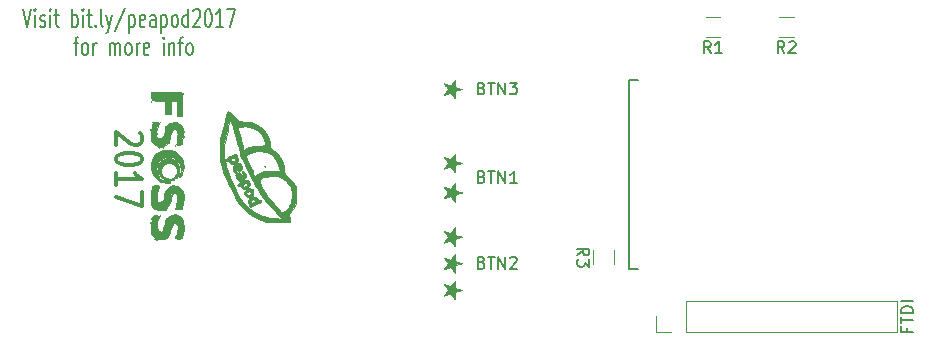
<source format=gto>
G04 #@! TF.FileFunction,Legend,Top*
%FSLAX46Y46*%
G04 Gerber Fmt 4.6, Leading zero omitted, Abs format (unit mm)*
G04 Created by KiCad (PCBNEW 4.0.5+dfsg1-4) date Sat Sep 16 15:38:21 2017*
%MOMM*%
%LPD*%
G01*
G04 APERTURE LIST*
%ADD10C,0.100000*%
%ADD11C,0.150000*%
%ADD12C,0.300000*%
%ADD13C,0.127000*%
%ADD14C,0.010000*%
%ADD15C,0.152400*%
%ADD16C,0.120000*%
G04 APERTURE END LIST*
D10*
D11*
X140047619Y-93333334D02*
X140523810Y-93000000D01*
X140047619Y-92761905D02*
X141047619Y-92761905D01*
X141047619Y-93142858D01*
X141000000Y-93238096D01*
X140952381Y-93285715D01*
X140857143Y-93333334D01*
X140714286Y-93333334D01*
X140619048Y-93285715D01*
X140571429Y-93238096D01*
X140523810Y-93142858D01*
X140523810Y-92761905D01*
X141047619Y-93666667D02*
X141047619Y-94285715D01*
X140666667Y-93952381D01*
X140666667Y-94095239D01*
X140619048Y-94190477D01*
X140571429Y-94238096D01*
X140476190Y-94285715D01*
X140238095Y-94285715D01*
X140142857Y-94238096D01*
X140095238Y-94190477D01*
X140047619Y-94095239D01*
X140047619Y-93809524D01*
X140095238Y-93714286D01*
X140142857Y-93666667D01*
D12*
X103011162Y-82952001D02*
X103117600Y-83036667D01*
X103224038Y-83206001D01*
X103224038Y-83629334D01*
X103117600Y-83798667D01*
X103011162Y-83883334D01*
X102798286Y-83968001D01*
X102585410Y-83968001D01*
X102266095Y-83883334D01*
X100988838Y-82867334D01*
X100988838Y-83968001D01*
X103224038Y-85068667D02*
X103224038Y-85238000D01*
X103117600Y-85407334D01*
X103011162Y-85492000D01*
X102798286Y-85576667D01*
X102372533Y-85661334D01*
X101840343Y-85661334D01*
X101414590Y-85576667D01*
X101201714Y-85492000D01*
X101095276Y-85407334D01*
X100988838Y-85238000D01*
X100988838Y-85068667D01*
X101095276Y-84899334D01*
X101201714Y-84814667D01*
X101414590Y-84730000D01*
X101840343Y-84645334D01*
X102372533Y-84645334D01*
X102798286Y-84730000D01*
X103011162Y-84814667D01*
X103117600Y-84899334D01*
X103224038Y-85068667D01*
X100988838Y-87354667D02*
X100988838Y-86338667D01*
X100988838Y-86846667D02*
X103224038Y-86846667D01*
X102904724Y-86677333D01*
X102691848Y-86508000D01*
X102585410Y-86338667D01*
X103224038Y-87947333D02*
X103224038Y-89132666D01*
X100988838Y-88370666D01*
D13*
X93114096Y-72490071D02*
X93452763Y-73990071D01*
X93791429Y-72490071D01*
X94130096Y-73990071D02*
X94130096Y-72990071D01*
X94130096Y-72490071D02*
X94081715Y-72561500D01*
X94130096Y-72632929D01*
X94178477Y-72561500D01*
X94130096Y-72490071D01*
X94130096Y-72632929D01*
X94565525Y-73918643D02*
X94662287Y-73990071D01*
X94855811Y-73990071D01*
X94952572Y-73918643D01*
X95000953Y-73775786D01*
X95000953Y-73704357D01*
X94952572Y-73561500D01*
X94855811Y-73490071D01*
X94710668Y-73490071D01*
X94613906Y-73418643D01*
X94565525Y-73275786D01*
X94565525Y-73204357D01*
X94613906Y-73061500D01*
X94710668Y-72990071D01*
X94855811Y-72990071D01*
X94952572Y-73061500D01*
X95436382Y-73990071D02*
X95436382Y-72990071D01*
X95436382Y-72490071D02*
X95388001Y-72561500D01*
X95436382Y-72632929D01*
X95484763Y-72561500D01*
X95436382Y-72490071D01*
X95436382Y-72632929D01*
X95775049Y-72990071D02*
X96162097Y-72990071D01*
X95920192Y-72490071D02*
X95920192Y-73775786D01*
X95968573Y-73918643D01*
X96065335Y-73990071D01*
X96162097Y-73990071D01*
X97274858Y-73990071D02*
X97274858Y-72490071D01*
X97274858Y-73061500D02*
X97371620Y-72990071D01*
X97565143Y-72990071D01*
X97661905Y-73061500D01*
X97710286Y-73132929D01*
X97758667Y-73275786D01*
X97758667Y-73704357D01*
X97710286Y-73847214D01*
X97661905Y-73918643D01*
X97565143Y-73990071D01*
X97371620Y-73990071D01*
X97274858Y-73918643D01*
X98194096Y-73990071D02*
X98194096Y-72990071D01*
X98194096Y-72490071D02*
X98145715Y-72561500D01*
X98194096Y-72632929D01*
X98242477Y-72561500D01*
X98194096Y-72490071D01*
X98194096Y-72632929D01*
X98532763Y-72990071D02*
X98919811Y-72990071D01*
X98677906Y-72490071D02*
X98677906Y-73775786D01*
X98726287Y-73918643D01*
X98823049Y-73990071D01*
X98919811Y-73990071D01*
X99258477Y-73847214D02*
X99306858Y-73918643D01*
X99258477Y-73990071D01*
X99210096Y-73918643D01*
X99258477Y-73847214D01*
X99258477Y-73990071D01*
X99887430Y-73990071D02*
X99790668Y-73918643D01*
X99742287Y-73775786D01*
X99742287Y-72490071D01*
X100177715Y-72990071D02*
X100419620Y-73990071D01*
X100661524Y-72990071D02*
X100419620Y-73990071D01*
X100322858Y-74347214D01*
X100274477Y-74418643D01*
X100177715Y-74490071D01*
X101774286Y-72418643D02*
X100903429Y-74347214D01*
X102112953Y-72990071D02*
X102112953Y-74490071D01*
X102112953Y-73061500D02*
X102209715Y-72990071D01*
X102403238Y-72990071D01*
X102500000Y-73061500D01*
X102548381Y-73132929D01*
X102596762Y-73275786D01*
X102596762Y-73704357D01*
X102548381Y-73847214D01*
X102500000Y-73918643D01*
X102403238Y-73990071D01*
X102209715Y-73990071D01*
X102112953Y-73918643D01*
X103419238Y-73918643D02*
X103322476Y-73990071D01*
X103128953Y-73990071D01*
X103032191Y-73918643D01*
X102983810Y-73775786D01*
X102983810Y-73204357D01*
X103032191Y-73061500D01*
X103128953Y-72990071D01*
X103322476Y-72990071D01*
X103419238Y-73061500D01*
X103467619Y-73204357D01*
X103467619Y-73347214D01*
X102983810Y-73490071D01*
X104338476Y-73990071D02*
X104338476Y-73204357D01*
X104290095Y-73061500D01*
X104193333Y-72990071D01*
X103999810Y-72990071D01*
X103903048Y-73061500D01*
X104338476Y-73918643D02*
X104241714Y-73990071D01*
X103999810Y-73990071D01*
X103903048Y-73918643D01*
X103854667Y-73775786D01*
X103854667Y-73632929D01*
X103903048Y-73490071D01*
X103999810Y-73418643D01*
X104241714Y-73418643D01*
X104338476Y-73347214D01*
X104822286Y-72990071D02*
X104822286Y-74490071D01*
X104822286Y-73061500D02*
X104919048Y-72990071D01*
X105112571Y-72990071D01*
X105209333Y-73061500D01*
X105257714Y-73132929D01*
X105306095Y-73275786D01*
X105306095Y-73704357D01*
X105257714Y-73847214D01*
X105209333Y-73918643D01*
X105112571Y-73990071D01*
X104919048Y-73990071D01*
X104822286Y-73918643D01*
X105886667Y-73990071D02*
X105789905Y-73918643D01*
X105741524Y-73847214D01*
X105693143Y-73704357D01*
X105693143Y-73275786D01*
X105741524Y-73132929D01*
X105789905Y-73061500D01*
X105886667Y-72990071D01*
X106031809Y-72990071D01*
X106128571Y-73061500D01*
X106176952Y-73132929D01*
X106225333Y-73275786D01*
X106225333Y-73704357D01*
X106176952Y-73847214D01*
X106128571Y-73918643D01*
X106031809Y-73990071D01*
X105886667Y-73990071D01*
X107096190Y-73990071D02*
X107096190Y-72490071D01*
X107096190Y-73918643D02*
X106999428Y-73990071D01*
X106805905Y-73990071D01*
X106709143Y-73918643D01*
X106660762Y-73847214D01*
X106612381Y-73704357D01*
X106612381Y-73275786D01*
X106660762Y-73132929D01*
X106709143Y-73061500D01*
X106805905Y-72990071D01*
X106999428Y-72990071D01*
X107096190Y-73061500D01*
X107531619Y-72632929D02*
X107580000Y-72561500D01*
X107676762Y-72490071D01*
X107918666Y-72490071D01*
X108015428Y-72561500D01*
X108063809Y-72632929D01*
X108112190Y-72775786D01*
X108112190Y-72918643D01*
X108063809Y-73132929D01*
X107483238Y-73990071D01*
X108112190Y-73990071D01*
X108741143Y-72490071D02*
X108837904Y-72490071D01*
X108934666Y-72561500D01*
X108983047Y-72632929D01*
X109031428Y-72775786D01*
X109079809Y-73061500D01*
X109079809Y-73418643D01*
X109031428Y-73704357D01*
X108983047Y-73847214D01*
X108934666Y-73918643D01*
X108837904Y-73990071D01*
X108741143Y-73990071D01*
X108644381Y-73918643D01*
X108596000Y-73847214D01*
X108547619Y-73704357D01*
X108499238Y-73418643D01*
X108499238Y-73061500D01*
X108547619Y-72775786D01*
X108596000Y-72632929D01*
X108644381Y-72561500D01*
X108741143Y-72490071D01*
X110047428Y-73990071D02*
X109466857Y-73990071D01*
X109757143Y-73990071D02*
X109757143Y-72490071D01*
X109660381Y-72704357D01*
X109563619Y-72847214D01*
X109466857Y-72918643D01*
X110386095Y-72490071D02*
X111063428Y-72490071D01*
X110628000Y-73990071D01*
X97420001Y-75367071D02*
X97807049Y-75367071D01*
X97565144Y-76367071D02*
X97565144Y-75081357D01*
X97613525Y-74938500D01*
X97710287Y-74867071D01*
X97807049Y-74867071D01*
X98290858Y-76367071D02*
X98194096Y-76295643D01*
X98145715Y-76224214D01*
X98097334Y-76081357D01*
X98097334Y-75652786D01*
X98145715Y-75509929D01*
X98194096Y-75438500D01*
X98290858Y-75367071D01*
X98436000Y-75367071D01*
X98532762Y-75438500D01*
X98581143Y-75509929D01*
X98629524Y-75652786D01*
X98629524Y-76081357D01*
X98581143Y-76224214D01*
X98532762Y-76295643D01*
X98436000Y-76367071D01*
X98290858Y-76367071D01*
X99064953Y-76367071D02*
X99064953Y-75367071D01*
X99064953Y-75652786D02*
X99113334Y-75509929D01*
X99161715Y-75438500D01*
X99258477Y-75367071D01*
X99355238Y-75367071D01*
X100468000Y-76367071D02*
X100468000Y-75367071D01*
X100468000Y-75509929D02*
X100516381Y-75438500D01*
X100613143Y-75367071D01*
X100758285Y-75367071D01*
X100855047Y-75438500D01*
X100903428Y-75581357D01*
X100903428Y-76367071D01*
X100903428Y-75581357D02*
X100951809Y-75438500D01*
X101048571Y-75367071D01*
X101193714Y-75367071D01*
X101290476Y-75438500D01*
X101338857Y-75581357D01*
X101338857Y-76367071D01*
X101967810Y-76367071D02*
X101871048Y-76295643D01*
X101822667Y-76224214D01*
X101774286Y-76081357D01*
X101774286Y-75652786D01*
X101822667Y-75509929D01*
X101871048Y-75438500D01*
X101967810Y-75367071D01*
X102112952Y-75367071D01*
X102209714Y-75438500D01*
X102258095Y-75509929D01*
X102306476Y-75652786D01*
X102306476Y-76081357D01*
X102258095Y-76224214D01*
X102209714Y-76295643D01*
X102112952Y-76367071D01*
X101967810Y-76367071D01*
X102741905Y-76367071D02*
X102741905Y-75367071D01*
X102741905Y-75652786D02*
X102790286Y-75509929D01*
X102838667Y-75438500D01*
X102935429Y-75367071D01*
X103032190Y-75367071D01*
X103757904Y-76295643D02*
X103661142Y-76367071D01*
X103467619Y-76367071D01*
X103370857Y-76295643D01*
X103322476Y-76152786D01*
X103322476Y-75581357D01*
X103370857Y-75438500D01*
X103467619Y-75367071D01*
X103661142Y-75367071D01*
X103757904Y-75438500D01*
X103806285Y-75581357D01*
X103806285Y-75724214D01*
X103322476Y-75867071D01*
X105015809Y-76367071D02*
X105015809Y-75367071D01*
X105015809Y-74867071D02*
X104967428Y-74938500D01*
X105015809Y-75009929D01*
X105064190Y-74938500D01*
X105015809Y-74867071D01*
X105015809Y-75009929D01*
X105499619Y-75367071D02*
X105499619Y-76367071D01*
X105499619Y-75509929D02*
X105548000Y-75438500D01*
X105644762Y-75367071D01*
X105789904Y-75367071D01*
X105886666Y-75438500D01*
X105935047Y-75581357D01*
X105935047Y-76367071D01*
X106273714Y-75367071D02*
X106660762Y-75367071D01*
X106418857Y-76367071D02*
X106418857Y-75081357D01*
X106467238Y-74938500D01*
X106564000Y-74867071D01*
X106660762Y-74867071D01*
X107144571Y-76367071D02*
X107047809Y-76295643D01*
X106999428Y-76224214D01*
X106951047Y-76081357D01*
X106951047Y-75652786D01*
X106999428Y-75509929D01*
X107047809Y-75438500D01*
X107144571Y-75367071D01*
X107289713Y-75367071D01*
X107386475Y-75438500D01*
X107434856Y-75509929D01*
X107483237Y-75652786D01*
X107483237Y-76081357D01*
X107434856Y-76224214D01*
X107386475Y-76295643D01*
X107289713Y-76367071D01*
X107144571Y-76367071D01*
D14*
G36*
X130240455Y-96256894D02*
X130238706Y-96257656D01*
X130235998Y-96258653D01*
X130232874Y-96259691D01*
X130231488Y-96260136D01*
X130228647Y-96261050D01*
X130224406Y-96262417D01*
X130218819Y-96264219D01*
X130211943Y-96266438D01*
X130203831Y-96269056D01*
X130194539Y-96272055D01*
X130184123Y-96275418D01*
X130172636Y-96279126D01*
X130160135Y-96283162D01*
X130146675Y-96287509D01*
X130132310Y-96292147D01*
X130117096Y-96297061D01*
X130101088Y-96302231D01*
X130084340Y-96307640D01*
X130066909Y-96313270D01*
X130048849Y-96319104D01*
X130030215Y-96325123D01*
X130011062Y-96331310D01*
X129991446Y-96337646D01*
X129971422Y-96344115D01*
X129951044Y-96350699D01*
X129948271Y-96351595D01*
X129672244Y-96440772D01*
X129672244Y-96742358D01*
X129672243Y-96769238D01*
X129672241Y-96794571D01*
X129672236Y-96818397D01*
X129672229Y-96840757D01*
X129672220Y-96861690D01*
X129672208Y-96881237D01*
X129672194Y-96899438D01*
X129672177Y-96916333D01*
X129672158Y-96931963D01*
X129672135Y-96946368D01*
X129672109Y-96959588D01*
X129672080Y-96971664D01*
X129672048Y-96982636D01*
X129672013Y-96992543D01*
X129671973Y-97001427D01*
X129671930Y-97009328D01*
X129671884Y-97016285D01*
X129671833Y-97022340D01*
X129671778Y-97027532D01*
X129671718Y-97031901D01*
X129671655Y-97035489D01*
X129671587Y-97038334D01*
X129671514Y-97040479D01*
X129671436Y-97041962D01*
X129671354Y-97042824D01*
X129671266Y-97043105D01*
X129671252Y-97043100D01*
X129670718Y-97042404D01*
X129669281Y-97040469D01*
X129666974Y-97037340D01*
X129663830Y-97033061D01*
X129659881Y-97027676D01*
X129655159Y-97021229D01*
X129649697Y-97013766D01*
X129643527Y-97005330D01*
X129636681Y-96995965D01*
X129629193Y-96985716D01*
X129621093Y-96974628D01*
X129612415Y-96962744D01*
X129603191Y-96950110D01*
X129593453Y-96936768D01*
X129583235Y-96922765D01*
X129572567Y-96908144D01*
X129561483Y-96892949D01*
X129550015Y-96877225D01*
X129538195Y-96861016D01*
X129526056Y-96844366D01*
X129513630Y-96827320D01*
X129500950Y-96809923D01*
X129493254Y-96799363D01*
X129480440Y-96781782D01*
X129467861Y-96764531D01*
X129455549Y-96747653D01*
X129443538Y-96731193D01*
X129431858Y-96715195D01*
X129420543Y-96699702D01*
X129409625Y-96684759D01*
X129399137Y-96670411D01*
X129389110Y-96656701D01*
X129379576Y-96643673D01*
X129370570Y-96631372D01*
X129362122Y-96619843D01*
X129354265Y-96609128D01*
X129347031Y-96599272D01*
X129340454Y-96590320D01*
X129334564Y-96582316D01*
X129329395Y-96575303D01*
X129324979Y-96569327D01*
X129321348Y-96564430D01*
X129318535Y-96560658D01*
X129316572Y-96558054D01*
X129315491Y-96556663D01*
X129315279Y-96556429D01*
X129314461Y-96556667D01*
X129312186Y-96557377D01*
X129308504Y-96558541D01*
X129303469Y-96560143D01*
X129297134Y-96562166D01*
X129289549Y-96564594D01*
X129280769Y-96567408D01*
X129270845Y-96570593D01*
X129259829Y-96574131D01*
X129247775Y-96578006D01*
X129234733Y-96582200D01*
X129220758Y-96586698D01*
X129205901Y-96591481D01*
X129190214Y-96596534D01*
X129173750Y-96601839D01*
X129156562Y-96607379D01*
X129138701Y-96613139D01*
X129120221Y-96619100D01*
X129101173Y-96625245D01*
X129081610Y-96631559D01*
X129061584Y-96638024D01*
X129041148Y-96644623D01*
X129030414Y-96648090D01*
X129009792Y-96654750D01*
X128989557Y-96661283D01*
X128969759Y-96667671D01*
X128950452Y-96673899D01*
X128931688Y-96679948D01*
X128913518Y-96685804D01*
X128895996Y-96691448D01*
X128879173Y-96696864D01*
X128863102Y-96702036D01*
X128847835Y-96706946D01*
X128833424Y-96711577D01*
X128819921Y-96715914D01*
X128807379Y-96719938D01*
X128795850Y-96723634D01*
X128785386Y-96726984D01*
X128776039Y-96729972D01*
X128767862Y-96732581D01*
X128760907Y-96734795D01*
X128755226Y-96736595D01*
X128750871Y-96737966D01*
X128747895Y-96738892D01*
X128746350Y-96739354D01*
X128746129Y-96739405D01*
X128746355Y-96738617D01*
X128747324Y-96736932D01*
X128748755Y-96734816D01*
X128749387Y-96733946D01*
X128750916Y-96731845D01*
X128753305Y-96728565D01*
X128756517Y-96724157D01*
X128760512Y-96718674D01*
X128765254Y-96712167D01*
X128770705Y-96704689D01*
X128776826Y-96696290D01*
X128783581Y-96687023D01*
X128790931Y-96676939D01*
X128798839Y-96666091D01*
X128807267Y-96654530D01*
X128816177Y-96642308D01*
X128825532Y-96629476D01*
X128835293Y-96616087D01*
X128845423Y-96602192D01*
X128855884Y-96587843D01*
X128866638Y-96573092D01*
X128877648Y-96557991D01*
X128888875Y-96542591D01*
X128900283Y-96526944D01*
X128911833Y-96511103D01*
X128923488Y-96495118D01*
X128935209Y-96479042D01*
X128946959Y-96462927D01*
X128958700Y-96446823D01*
X128970395Y-96430784D01*
X128982006Y-96414861D01*
X128993494Y-96399105D01*
X129004823Y-96383568D01*
X129015954Y-96368303D01*
X129026849Y-96353361D01*
X129037472Y-96338794D01*
X129047783Y-96324654D01*
X129057746Y-96310991D01*
X129067323Y-96297860D01*
X129076475Y-96285310D01*
X129085165Y-96273394D01*
X129091280Y-96265010D01*
X129097410Y-96256604D01*
X128921674Y-96015612D01*
X128908907Y-95998104D01*
X128896381Y-95980923D01*
X128884127Y-95964113D01*
X128872178Y-95947720D01*
X128860567Y-95931786D01*
X128849324Y-95916358D01*
X128838484Y-95901479D01*
X128828077Y-95887193D01*
X128818137Y-95873545D01*
X128808696Y-95860580D01*
X128799786Y-95848341D01*
X128791439Y-95836873D01*
X128783688Y-95826221D01*
X128776565Y-95816429D01*
X128770102Y-95807541D01*
X128764331Y-95799602D01*
X128759286Y-95792655D01*
X128754998Y-95786747D01*
X128751499Y-95781920D01*
X128748822Y-95778219D01*
X128747000Y-95775689D01*
X128746064Y-95774374D01*
X128745938Y-95774185D01*
X128746550Y-95773760D01*
X128746724Y-95773750D01*
X128747528Y-95773991D01*
X128749791Y-95774704D01*
X128753459Y-95775871D01*
X128758481Y-95777476D01*
X128764803Y-95779501D01*
X128772375Y-95781931D01*
X128781143Y-95784748D01*
X128791056Y-95787935D01*
X128802060Y-95791475D01*
X128814103Y-95795352D01*
X128827134Y-95799548D01*
X128841099Y-95804047D01*
X128855947Y-95808832D01*
X128871625Y-95813886D01*
X128888080Y-95819192D01*
X128905261Y-95824734D01*
X128923115Y-95830494D01*
X128941590Y-95836455D01*
X128960633Y-95842602D01*
X128980192Y-95848916D01*
X129000214Y-95855381D01*
X129020648Y-95861980D01*
X129031426Y-95865462D01*
X129056072Y-95873423D01*
X129079252Y-95880910D01*
X129101013Y-95887937D01*
X129121397Y-95894518D01*
X129140452Y-95900668D01*
X129158221Y-95906401D01*
X129174750Y-95911731D01*
X129190084Y-95916672D01*
X129204268Y-95921239D01*
X129217346Y-95925446D01*
X129229365Y-95929307D01*
X129240369Y-95932837D01*
X129250402Y-95936049D01*
X129259511Y-95938958D01*
X129267740Y-95941578D01*
X129275134Y-95943924D01*
X129281738Y-95946010D01*
X129287598Y-95947849D01*
X129292758Y-95949457D01*
X129297263Y-95950847D01*
X129301159Y-95952034D01*
X129304490Y-95953033D01*
X129307301Y-95953856D01*
X129309639Y-95954519D01*
X129311546Y-95955035D01*
X129313070Y-95955420D01*
X129314254Y-95955687D01*
X129315144Y-95955851D01*
X129315785Y-95955925D01*
X129316221Y-95955925D01*
X129316498Y-95955863D01*
X129316662Y-95955756D01*
X129316666Y-95955751D01*
X129317225Y-95955013D01*
X129318687Y-95953036D01*
X129321018Y-95949865D01*
X129324186Y-95945545D01*
X129328159Y-95940120D01*
X129332905Y-95933634D01*
X129338391Y-95926133D01*
X129344584Y-95917659D01*
X129351452Y-95908259D01*
X129358963Y-95897976D01*
X129367084Y-95886855D01*
X129375782Y-95874940D01*
X129385025Y-95862277D01*
X129394781Y-95848909D01*
X129405016Y-95834881D01*
X129415700Y-95820237D01*
X129426798Y-95805022D01*
X129438279Y-95789281D01*
X129450110Y-95773058D01*
X129462258Y-95756397D01*
X129474692Y-95739343D01*
X129487378Y-95721941D01*
X129494919Y-95711595D01*
X129671847Y-95468862D01*
X129672244Y-95770719D01*
X129672641Y-96072575D01*
X129956559Y-96164284D01*
X129977185Y-96170947D01*
X129997425Y-96177488D01*
X130017227Y-96183888D01*
X130036539Y-96190132D01*
X130055308Y-96196202D01*
X130073483Y-96202081D01*
X130091011Y-96207753D01*
X130107840Y-96213200D01*
X130123917Y-96218406D01*
X130139190Y-96223354D01*
X130153607Y-96228026D01*
X130167116Y-96232405D01*
X130179664Y-96236476D01*
X130191199Y-96240220D01*
X130201669Y-96243621D01*
X130211022Y-96246662D01*
X130219204Y-96249325D01*
X130226165Y-96251595D01*
X130231851Y-96253454D01*
X130236211Y-96254885D01*
X130239191Y-96255871D01*
X130240741Y-96256395D01*
X130240964Y-96256479D01*
X130240455Y-96256894D01*
X130240455Y-96256894D01*
G37*
X130240455Y-96256894D02*
X130238706Y-96257656D01*
X130235998Y-96258653D01*
X130232874Y-96259691D01*
X130231488Y-96260136D01*
X130228647Y-96261050D01*
X130224406Y-96262417D01*
X130218819Y-96264219D01*
X130211943Y-96266438D01*
X130203831Y-96269056D01*
X130194539Y-96272055D01*
X130184123Y-96275418D01*
X130172636Y-96279126D01*
X130160135Y-96283162D01*
X130146675Y-96287509D01*
X130132310Y-96292147D01*
X130117096Y-96297061D01*
X130101088Y-96302231D01*
X130084340Y-96307640D01*
X130066909Y-96313270D01*
X130048849Y-96319104D01*
X130030215Y-96325123D01*
X130011062Y-96331310D01*
X129991446Y-96337646D01*
X129971422Y-96344115D01*
X129951044Y-96350699D01*
X129948271Y-96351595D01*
X129672244Y-96440772D01*
X129672244Y-96742358D01*
X129672243Y-96769238D01*
X129672241Y-96794571D01*
X129672236Y-96818397D01*
X129672229Y-96840757D01*
X129672220Y-96861690D01*
X129672208Y-96881237D01*
X129672194Y-96899438D01*
X129672177Y-96916333D01*
X129672158Y-96931963D01*
X129672135Y-96946368D01*
X129672109Y-96959588D01*
X129672080Y-96971664D01*
X129672048Y-96982636D01*
X129672013Y-96992543D01*
X129671973Y-97001427D01*
X129671930Y-97009328D01*
X129671884Y-97016285D01*
X129671833Y-97022340D01*
X129671778Y-97027532D01*
X129671718Y-97031901D01*
X129671655Y-97035489D01*
X129671587Y-97038334D01*
X129671514Y-97040479D01*
X129671436Y-97041962D01*
X129671354Y-97042824D01*
X129671266Y-97043105D01*
X129671252Y-97043100D01*
X129670718Y-97042404D01*
X129669281Y-97040469D01*
X129666974Y-97037340D01*
X129663830Y-97033061D01*
X129659881Y-97027676D01*
X129655159Y-97021229D01*
X129649697Y-97013766D01*
X129643527Y-97005330D01*
X129636681Y-96995965D01*
X129629193Y-96985716D01*
X129621093Y-96974628D01*
X129612415Y-96962744D01*
X129603191Y-96950110D01*
X129593453Y-96936768D01*
X129583235Y-96922765D01*
X129572567Y-96908144D01*
X129561483Y-96892949D01*
X129550015Y-96877225D01*
X129538195Y-96861016D01*
X129526056Y-96844366D01*
X129513630Y-96827320D01*
X129500950Y-96809923D01*
X129493254Y-96799363D01*
X129480440Y-96781782D01*
X129467861Y-96764531D01*
X129455549Y-96747653D01*
X129443538Y-96731193D01*
X129431858Y-96715195D01*
X129420543Y-96699702D01*
X129409625Y-96684759D01*
X129399137Y-96670411D01*
X129389110Y-96656701D01*
X129379576Y-96643673D01*
X129370570Y-96631372D01*
X129362122Y-96619843D01*
X129354265Y-96609128D01*
X129347031Y-96599272D01*
X129340454Y-96590320D01*
X129334564Y-96582316D01*
X129329395Y-96575303D01*
X129324979Y-96569327D01*
X129321348Y-96564430D01*
X129318535Y-96560658D01*
X129316572Y-96558054D01*
X129315491Y-96556663D01*
X129315279Y-96556429D01*
X129314461Y-96556667D01*
X129312186Y-96557377D01*
X129308504Y-96558541D01*
X129303469Y-96560143D01*
X129297134Y-96562166D01*
X129289549Y-96564594D01*
X129280769Y-96567408D01*
X129270845Y-96570593D01*
X129259829Y-96574131D01*
X129247775Y-96578006D01*
X129234733Y-96582200D01*
X129220758Y-96586698D01*
X129205901Y-96591481D01*
X129190214Y-96596534D01*
X129173750Y-96601839D01*
X129156562Y-96607379D01*
X129138701Y-96613139D01*
X129120221Y-96619100D01*
X129101173Y-96625245D01*
X129081610Y-96631559D01*
X129061584Y-96638024D01*
X129041148Y-96644623D01*
X129030414Y-96648090D01*
X129009792Y-96654750D01*
X128989557Y-96661283D01*
X128969759Y-96667671D01*
X128950452Y-96673899D01*
X128931688Y-96679948D01*
X128913518Y-96685804D01*
X128895996Y-96691448D01*
X128879173Y-96696864D01*
X128863102Y-96702036D01*
X128847835Y-96706946D01*
X128833424Y-96711577D01*
X128819921Y-96715914D01*
X128807379Y-96719938D01*
X128795850Y-96723634D01*
X128785386Y-96726984D01*
X128776039Y-96729972D01*
X128767862Y-96732581D01*
X128760907Y-96734795D01*
X128755226Y-96736595D01*
X128750871Y-96737966D01*
X128747895Y-96738892D01*
X128746350Y-96739354D01*
X128746129Y-96739405D01*
X128746355Y-96738617D01*
X128747324Y-96736932D01*
X128748755Y-96734816D01*
X128749387Y-96733946D01*
X128750916Y-96731845D01*
X128753305Y-96728565D01*
X128756517Y-96724157D01*
X128760512Y-96718674D01*
X128765254Y-96712167D01*
X128770705Y-96704689D01*
X128776826Y-96696290D01*
X128783581Y-96687023D01*
X128790931Y-96676939D01*
X128798839Y-96666091D01*
X128807267Y-96654530D01*
X128816177Y-96642308D01*
X128825532Y-96629476D01*
X128835293Y-96616087D01*
X128845423Y-96602192D01*
X128855884Y-96587843D01*
X128866638Y-96573092D01*
X128877648Y-96557991D01*
X128888875Y-96542591D01*
X128900283Y-96526944D01*
X128911833Y-96511103D01*
X128923488Y-96495118D01*
X128935209Y-96479042D01*
X128946959Y-96462927D01*
X128958700Y-96446823D01*
X128970395Y-96430784D01*
X128982006Y-96414861D01*
X128993494Y-96399105D01*
X129004823Y-96383568D01*
X129015954Y-96368303D01*
X129026849Y-96353361D01*
X129037472Y-96338794D01*
X129047783Y-96324654D01*
X129057746Y-96310991D01*
X129067323Y-96297860D01*
X129076475Y-96285310D01*
X129085165Y-96273394D01*
X129091280Y-96265010D01*
X129097410Y-96256604D01*
X128921674Y-96015612D01*
X128908907Y-95998104D01*
X128896381Y-95980923D01*
X128884127Y-95964113D01*
X128872178Y-95947720D01*
X128860567Y-95931786D01*
X128849324Y-95916358D01*
X128838484Y-95901479D01*
X128828077Y-95887193D01*
X128818137Y-95873545D01*
X128808696Y-95860580D01*
X128799786Y-95848341D01*
X128791439Y-95836873D01*
X128783688Y-95826221D01*
X128776565Y-95816429D01*
X128770102Y-95807541D01*
X128764331Y-95799602D01*
X128759286Y-95792655D01*
X128754998Y-95786747D01*
X128751499Y-95781920D01*
X128748822Y-95778219D01*
X128747000Y-95775689D01*
X128746064Y-95774374D01*
X128745938Y-95774185D01*
X128746550Y-95773760D01*
X128746724Y-95773750D01*
X128747528Y-95773991D01*
X128749791Y-95774704D01*
X128753459Y-95775871D01*
X128758481Y-95777476D01*
X128764803Y-95779501D01*
X128772375Y-95781931D01*
X128781143Y-95784748D01*
X128791056Y-95787935D01*
X128802060Y-95791475D01*
X128814103Y-95795352D01*
X128827134Y-95799548D01*
X128841099Y-95804047D01*
X128855947Y-95808832D01*
X128871625Y-95813886D01*
X128888080Y-95819192D01*
X128905261Y-95824734D01*
X128923115Y-95830494D01*
X128941590Y-95836455D01*
X128960633Y-95842602D01*
X128980192Y-95848916D01*
X129000214Y-95855381D01*
X129020648Y-95861980D01*
X129031426Y-95865462D01*
X129056072Y-95873423D01*
X129079252Y-95880910D01*
X129101013Y-95887937D01*
X129121397Y-95894518D01*
X129140452Y-95900668D01*
X129158221Y-95906401D01*
X129174750Y-95911731D01*
X129190084Y-95916672D01*
X129204268Y-95921239D01*
X129217346Y-95925446D01*
X129229365Y-95929307D01*
X129240369Y-95932837D01*
X129250402Y-95936049D01*
X129259511Y-95938958D01*
X129267740Y-95941578D01*
X129275134Y-95943924D01*
X129281738Y-95946010D01*
X129287598Y-95947849D01*
X129292758Y-95949457D01*
X129297263Y-95950847D01*
X129301159Y-95952034D01*
X129304490Y-95953033D01*
X129307301Y-95953856D01*
X129309639Y-95954519D01*
X129311546Y-95955035D01*
X129313070Y-95955420D01*
X129314254Y-95955687D01*
X129315144Y-95955851D01*
X129315785Y-95955925D01*
X129316221Y-95955925D01*
X129316498Y-95955863D01*
X129316662Y-95955756D01*
X129316666Y-95955751D01*
X129317225Y-95955013D01*
X129318687Y-95953036D01*
X129321018Y-95949865D01*
X129324186Y-95945545D01*
X129328159Y-95940120D01*
X129332905Y-95933634D01*
X129338391Y-95926133D01*
X129344584Y-95917659D01*
X129351452Y-95908259D01*
X129358963Y-95897976D01*
X129367084Y-95886855D01*
X129375782Y-95874940D01*
X129385025Y-95862277D01*
X129394781Y-95848909D01*
X129405016Y-95834881D01*
X129415700Y-95820237D01*
X129426798Y-95805022D01*
X129438279Y-95789281D01*
X129450110Y-95773058D01*
X129462258Y-95756397D01*
X129474692Y-95739343D01*
X129487378Y-95721941D01*
X129494919Y-95711595D01*
X129671847Y-95468862D01*
X129672244Y-95770719D01*
X129672641Y-96072575D01*
X129956559Y-96164284D01*
X129977185Y-96170947D01*
X129997425Y-96177488D01*
X130017227Y-96183888D01*
X130036539Y-96190132D01*
X130055308Y-96196202D01*
X130073483Y-96202081D01*
X130091011Y-96207753D01*
X130107840Y-96213200D01*
X130123917Y-96218406D01*
X130139190Y-96223354D01*
X130153607Y-96228026D01*
X130167116Y-96232405D01*
X130179664Y-96236476D01*
X130191199Y-96240220D01*
X130201669Y-96243621D01*
X130211022Y-96246662D01*
X130219204Y-96249325D01*
X130226165Y-96251595D01*
X130231851Y-96253454D01*
X130236211Y-96254885D01*
X130239191Y-96255871D01*
X130240741Y-96256395D01*
X130240964Y-96256479D01*
X130240455Y-96256894D01*
G36*
X130240455Y-91756894D02*
X130238706Y-91757656D01*
X130235998Y-91758653D01*
X130232874Y-91759691D01*
X130231488Y-91760136D01*
X130228647Y-91761050D01*
X130224406Y-91762417D01*
X130218819Y-91764219D01*
X130211943Y-91766438D01*
X130203831Y-91769056D01*
X130194539Y-91772055D01*
X130184123Y-91775418D01*
X130172636Y-91779126D01*
X130160135Y-91783162D01*
X130146675Y-91787509D01*
X130132310Y-91792147D01*
X130117096Y-91797061D01*
X130101088Y-91802231D01*
X130084340Y-91807640D01*
X130066909Y-91813270D01*
X130048849Y-91819104D01*
X130030215Y-91825123D01*
X130011062Y-91831310D01*
X129991446Y-91837646D01*
X129971422Y-91844115D01*
X129951044Y-91850699D01*
X129948271Y-91851595D01*
X129672244Y-91940772D01*
X129672244Y-92242358D01*
X129672243Y-92269238D01*
X129672241Y-92294571D01*
X129672236Y-92318397D01*
X129672229Y-92340757D01*
X129672220Y-92361690D01*
X129672208Y-92381237D01*
X129672194Y-92399438D01*
X129672177Y-92416333D01*
X129672158Y-92431963D01*
X129672135Y-92446368D01*
X129672109Y-92459588D01*
X129672080Y-92471664D01*
X129672048Y-92482636D01*
X129672013Y-92492543D01*
X129671973Y-92501427D01*
X129671930Y-92509328D01*
X129671884Y-92516285D01*
X129671833Y-92522340D01*
X129671778Y-92527532D01*
X129671718Y-92531901D01*
X129671655Y-92535489D01*
X129671587Y-92538334D01*
X129671514Y-92540479D01*
X129671436Y-92541962D01*
X129671354Y-92542824D01*
X129671266Y-92543105D01*
X129671252Y-92543100D01*
X129670718Y-92542404D01*
X129669281Y-92540469D01*
X129666974Y-92537340D01*
X129663830Y-92533061D01*
X129659881Y-92527676D01*
X129655159Y-92521229D01*
X129649697Y-92513766D01*
X129643527Y-92505330D01*
X129636681Y-92495965D01*
X129629193Y-92485716D01*
X129621093Y-92474628D01*
X129612415Y-92462744D01*
X129603191Y-92450110D01*
X129593453Y-92436768D01*
X129583235Y-92422765D01*
X129572567Y-92408144D01*
X129561483Y-92392949D01*
X129550015Y-92377225D01*
X129538195Y-92361016D01*
X129526056Y-92344366D01*
X129513630Y-92327320D01*
X129500950Y-92309923D01*
X129493254Y-92299363D01*
X129480440Y-92281782D01*
X129467861Y-92264531D01*
X129455549Y-92247653D01*
X129443538Y-92231193D01*
X129431858Y-92215195D01*
X129420543Y-92199702D01*
X129409625Y-92184759D01*
X129399137Y-92170411D01*
X129389110Y-92156701D01*
X129379576Y-92143673D01*
X129370570Y-92131372D01*
X129362122Y-92119843D01*
X129354265Y-92109128D01*
X129347031Y-92099272D01*
X129340454Y-92090320D01*
X129334564Y-92082316D01*
X129329395Y-92075303D01*
X129324979Y-92069327D01*
X129321348Y-92064430D01*
X129318535Y-92060658D01*
X129316572Y-92058054D01*
X129315491Y-92056663D01*
X129315279Y-92056429D01*
X129314461Y-92056667D01*
X129312186Y-92057377D01*
X129308504Y-92058541D01*
X129303469Y-92060143D01*
X129297134Y-92062166D01*
X129289549Y-92064594D01*
X129280769Y-92067408D01*
X129270845Y-92070593D01*
X129259829Y-92074131D01*
X129247775Y-92078006D01*
X129234733Y-92082200D01*
X129220758Y-92086698D01*
X129205901Y-92091481D01*
X129190214Y-92096534D01*
X129173750Y-92101839D01*
X129156562Y-92107379D01*
X129138701Y-92113139D01*
X129120221Y-92119100D01*
X129101173Y-92125245D01*
X129081610Y-92131559D01*
X129061584Y-92138024D01*
X129041148Y-92144623D01*
X129030414Y-92148090D01*
X129009792Y-92154750D01*
X128989557Y-92161283D01*
X128969759Y-92167671D01*
X128950452Y-92173899D01*
X128931688Y-92179948D01*
X128913518Y-92185804D01*
X128895996Y-92191448D01*
X128879173Y-92196864D01*
X128863102Y-92202036D01*
X128847835Y-92206946D01*
X128833424Y-92211577D01*
X128819921Y-92215914D01*
X128807379Y-92219938D01*
X128795850Y-92223634D01*
X128785386Y-92226984D01*
X128776039Y-92229972D01*
X128767862Y-92232581D01*
X128760907Y-92234795D01*
X128755226Y-92236595D01*
X128750871Y-92237966D01*
X128747895Y-92238892D01*
X128746350Y-92239354D01*
X128746129Y-92239405D01*
X128746355Y-92238617D01*
X128747324Y-92236932D01*
X128748755Y-92234816D01*
X128749387Y-92233946D01*
X128750916Y-92231845D01*
X128753305Y-92228565D01*
X128756517Y-92224157D01*
X128760512Y-92218674D01*
X128765254Y-92212167D01*
X128770705Y-92204689D01*
X128776826Y-92196290D01*
X128783581Y-92187023D01*
X128790931Y-92176939D01*
X128798839Y-92166091D01*
X128807267Y-92154530D01*
X128816177Y-92142308D01*
X128825532Y-92129476D01*
X128835293Y-92116087D01*
X128845423Y-92102192D01*
X128855884Y-92087843D01*
X128866638Y-92073092D01*
X128877648Y-92057991D01*
X128888875Y-92042591D01*
X128900283Y-92026944D01*
X128911833Y-92011103D01*
X128923488Y-91995118D01*
X128935209Y-91979042D01*
X128946959Y-91962927D01*
X128958700Y-91946823D01*
X128970395Y-91930784D01*
X128982006Y-91914861D01*
X128993494Y-91899105D01*
X129004823Y-91883568D01*
X129015954Y-91868303D01*
X129026849Y-91853361D01*
X129037472Y-91838794D01*
X129047783Y-91824654D01*
X129057746Y-91810991D01*
X129067323Y-91797860D01*
X129076475Y-91785310D01*
X129085165Y-91773394D01*
X129091280Y-91765010D01*
X129097410Y-91756604D01*
X128921674Y-91515612D01*
X128908907Y-91498104D01*
X128896381Y-91480923D01*
X128884127Y-91464113D01*
X128872178Y-91447720D01*
X128860567Y-91431786D01*
X128849324Y-91416358D01*
X128838484Y-91401479D01*
X128828077Y-91387193D01*
X128818137Y-91373545D01*
X128808696Y-91360580D01*
X128799786Y-91348341D01*
X128791439Y-91336873D01*
X128783688Y-91326221D01*
X128776565Y-91316429D01*
X128770102Y-91307541D01*
X128764331Y-91299602D01*
X128759286Y-91292655D01*
X128754998Y-91286747D01*
X128751499Y-91281920D01*
X128748822Y-91278219D01*
X128747000Y-91275689D01*
X128746064Y-91274374D01*
X128745938Y-91274185D01*
X128746550Y-91273760D01*
X128746724Y-91273750D01*
X128747528Y-91273991D01*
X128749791Y-91274704D01*
X128753459Y-91275871D01*
X128758481Y-91277476D01*
X128764803Y-91279501D01*
X128772375Y-91281931D01*
X128781143Y-91284748D01*
X128791056Y-91287935D01*
X128802060Y-91291475D01*
X128814103Y-91295352D01*
X128827134Y-91299548D01*
X128841099Y-91304047D01*
X128855947Y-91308832D01*
X128871625Y-91313886D01*
X128888080Y-91319192D01*
X128905261Y-91324734D01*
X128923115Y-91330494D01*
X128941590Y-91336455D01*
X128960633Y-91342602D01*
X128980192Y-91348916D01*
X129000214Y-91355381D01*
X129020648Y-91361980D01*
X129031426Y-91365462D01*
X129056072Y-91373423D01*
X129079252Y-91380910D01*
X129101013Y-91387937D01*
X129121397Y-91394518D01*
X129140452Y-91400668D01*
X129158221Y-91406401D01*
X129174750Y-91411731D01*
X129190084Y-91416672D01*
X129204268Y-91421239D01*
X129217346Y-91425446D01*
X129229365Y-91429307D01*
X129240369Y-91432837D01*
X129250402Y-91436049D01*
X129259511Y-91438958D01*
X129267740Y-91441578D01*
X129275134Y-91443924D01*
X129281738Y-91446010D01*
X129287598Y-91447849D01*
X129292758Y-91449457D01*
X129297263Y-91450847D01*
X129301159Y-91452034D01*
X129304490Y-91453033D01*
X129307301Y-91453856D01*
X129309639Y-91454519D01*
X129311546Y-91455035D01*
X129313070Y-91455420D01*
X129314254Y-91455687D01*
X129315144Y-91455851D01*
X129315785Y-91455925D01*
X129316221Y-91455925D01*
X129316498Y-91455863D01*
X129316662Y-91455756D01*
X129316666Y-91455751D01*
X129317225Y-91455013D01*
X129318687Y-91453036D01*
X129321018Y-91449865D01*
X129324186Y-91445545D01*
X129328159Y-91440120D01*
X129332905Y-91433634D01*
X129338391Y-91426133D01*
X129344584Y-91417659D01*
X129351452Y-91408259D01*
X129358963Y-91397976D01*
X129367084Y-91386855D01*
X129375782Y-91374940D01*
X129385025Y-91362277D01*
X129394781Y-91348909D01*
X129405016Y-91334881D01*
X129415700Y-91320237D01*
X129426798Y-91305022D01*
X129438279Y-91289281D01*
X129450110Y-91273058D01*
X129462258Y-91256397D01*
X129474692Y-91239343D01*
X129487378Y-91221941D01*
X129494919Y-91211595D01*
X129671847Y-90968862D01*
X129672244Y-91270719D01*
X129672641Y-91572575D01*
X129956559Y-91664284D01*
X129977185Y-91670947D01*
X129997425Y-91677488D01*
X130017227Y-91683888D01*
X130036539Y-91690132D01*
X130055308Y-91696202D01*
X130073483Y-91702081D01*
X130091011Y-91707753D01*
X130107840Y-91713200D01*
X130123917Y-91718406D01*
X130139190Y-91723354D01*
X130153607Y-91728026D01*
X130167116Y-91732405D01*
X130179664Y-91736476D01*
X130191199Y-91740220D01*
X130201669Y-91743621D01*
X130211022Y-91746662D01*
X130219204Y-91749325D01*
X130226165Y-91751595D01*
X130231851Y-91753454D01*
X130236211Y-91754885D01*
X130239191Y-91755871D01*
X130240741Y-91756395D01*
X130240964Y-91756479D01*
X130240455Y-91756894D01*
X130240455Y-91756894D01*
G37*
X130240455Y-91756894D02*
X130238706Y-91757656D01*
X130235998Y-91758653D01*
X130232874Y-91759691D01*
X130231488Y-91760136D01*
X130228647Y-91761050D01*
X130224406Y-91762417D01*
X130218819Y-91764219D01*
X130211943Y-91766438D01*
X130203831Y-91769056D01*
X130194539Y-91772055D01*
X130184123Y-91775418D01*
X130172636Y-91779126D01*
X130160135Y-91783162D01*
X130146675Y-91787509D01*
X130132310Y-91792147D01*
X130117096Y-91797061D01*
X130101088Y-91802231D01*
X130084340Y-91807640D01*
X130066909Y-91813270D01*
X130048849Y-91819104D01*
X130030215Y-91825123D01*
X130011062Y-91831310D01*
X129991446Y-91837646D01*
X129971422Y-91844115D01*
X129951044Y-91850699D01*
X129948271Y-91851595D01*
X129672244Y-91940772D01*
X129672244Y-92242358D01*
X129672243Y-92269238D01*
X129672241Y-92294571D01*
X129672236Y-92318397D01*
X129672229Y-92340757D01*
X129672220Y-92361690D01*
X129672208Y-92381237D01*
X129672194Y-92399438D01*
X129672177Y-92416333D01*
X129672158Y-92431963D01*
X129672135Y-92446368D01*
X129672109Y-92459588D01*
X129672080Y-92471664D01*
X129672048Y-92482636D01*
X129672013Y-92492543D01*
X129671973Y-92501427D01*
X129671930Y-92509328D01*
X129671884Y-92516285D01*
X129671833Y-92522340D01*
X129671778Y-92527532D01*
X129671718Y-92531901D01*
X129671655Y-92535489D01*
X129671587Y-92538334D01*
X129671514Y-92540479D01*
X129671436Y-92541962D01*
X129671354Y-92542824D01*
X129671266Y-92543105D01*
X129671252Y-92543100D01*
X129670718Y-92542404D01*
X129669281Y-92540469D01*
X129666974Y-92537340D01*
X129663830Y-92533061D01*
X129659881Y-92527676D01*
X129655159Y-92521229D01*
X129649697Y-92513766D01*
X129643527Y-92505330D01*
X129636681Y-92495965D01*
X129629193Y-92485716D01*
X129621093Y-92474628D01*
X129612415Y-92462744D01*
X129603191Y-92450110D01*
X129593453Y-92436768D01*
X129583235Y-92422765D01*
X129572567Y-92408144D01*
X129561483Y-92392949D01*
X129550015Y-92377225D01*
X129538195Y-92361016D01*
X129526056Y-92344366D01*
X129513630Y-92327320D01*
X129500950Y-92309923D01*
X129493254Y-92299363D01*
X129480440Y-92281782D01*
X129467861Y-92264531D01*
X129455549Y-92247653D01*
X129443538Y-92231193D01*
X129431858Y-92215195D01*
X129420543Y-92199702D01*
X129409625Y-92184759D01*
X129399137Y-92170411D01*
X129389110Y-92156701D01*
X129379576Y-92143673D01*
X129370570Y-92131372D01*
X129362122Y-92119843D01*
X129354265Y-92109128D01*
X129347031Y-92099272D01*
X129340454Y-92090320D01*
X129334564Y-92082316D01*
X129329395Y-92075303D01*
X129324979Y-92069327D01*
X129321348Y-92064430D01*
X129318535Y-92060658D01*
X129316572Y-92058054D01*
X129315491Y-92056663D01*
X129315279Y-92056429D01*
X129314461Y-92056667D01*
X129312186Y-92057377D01*
X129308504Y-92058541D01*
X129303469Y-92060143D01*
X129297134Y-92062166D01*
X129289549Y-92064594D01*
X129280769Y-92067408D01*
X129270845Y-92070593D01*
X129259829Y-92074131D01*
X129247775Y-92078006D01*
X129234733Y-92082200D01*
X129220758Y-92086698D01*
X129205901Y-92091481D01*
X129190214Y-92096534D01*
X129173750Y-92101839D01*
X129156562Y-92107379D01*
X129138701Y-92113139D01*
X129120221Y-92119100D01*
X129101173Y-92125245D01*
X129081610Y-92131559D01*
X129061584Y-92138024D01*
X129041148Y-92144623D01*
X129030414Y-92148090D01*
X129009792Y-92154750D01*
X128989557Y-92161283D01*
X128969759Y-92167671D01*
X128950452Y-92173899D01*
X128931688Y-92179948D01*
X128913518Y-92185804D01*
X128895996Y-92191448D01*
X128879173Y-92196864D01*
X128863102Y-92202036D01*
X128847835Y-92206946D01*
X128833424Y-92211577D01*
X128819921Y-92215914D01*
X128807379Y-92219938D01*
X128795850Y-92223634D01*
X128785386Y-92226984D01*
X128776039Y-92229972D01*
X128767862Y-92232581D01*
X128760907Y-92234795D01*
X128755226Y-92236595D01*
X128750871Y-92237966D01*
X128747895Y-92238892D01*
X128746350Y-92239354D01*
X128746129Y-92239405D01*
X128746355Y-92238617D01*
X128747324Y-92236932D01*
X128748755Y-92234816D01*
X128749387Y-92233946D01*
X128750916Y-92231845D01*
X128753305Y-92228565D01*
X128756517Y-92224157D01*
X128760512Y-92218674D01*
X128765254Y-92212167D01*
X128770705Y-92204689D01*
X128776826Y-92196290D01*
X128783581Y-92187023D01*
X128790931Y-92176939D01*
X128798839Y-92166091D01*
X128807267Y-92154530D01*
X128816177Y-92142308D01*
X128825532Y-92129476D01*
X128835293Y-92116087D01*
X128845423Y-92102192D01*
X128855884Y-92087843D01*
X128866638Y-92073092D01*
X128877648Y-92057991D01*
X128888875Y-92042591D01*
X128900283Y-92026944D01*
X128911833Y-92011103D01*
X128923488Y-91995118D01*
X128935209Y-91979042D01*
X128946959Y-91962927D01*
X128958700Y-91946823D01*
X128970395Y-91930784D01*
X128982006Y-91914861D01*
X128993494Y-91899105D01*
X129004823Y-91883568D01*
X129015954Y-91868303D01*
X129026849Y-91853361D01*
X129037472Y-91838794D01*
X129047783Y-91824654D01*
X129057746Y-91810991D01*
X129067323Y-91797860D01*
X129076475Y-91785310D01*
X129085165Y-91773394D01*
X129091280Y-91765010D01*
X129097410Y-91756604D01*
X128921674Y-91515612D01*
X128908907Y-91498104D01*
X128896381Y-91480923D01*
X128884127Y-91464113D01*
X128872178Y-91447720D01*
X128860567Y-91431786D01*
X128849324Y-91416358D01*
X128838484Y-91401479D01*
X128828077Y-91387193D01*
X128818137Y-91373545D01*
X128808696Y-91360580D01*
X128799786Y-91348341D01*
X128791439Y-91336873D01*
X128783688Y-91326221D01*
X128776565Y-91316429D01*
X128770102Y-91307541D01*
X128764331Y-91299602D01*
X128759286Y-91292655D01*
X128754998Y-91286747D01*
X128751499Y-91281920D01*
X128748822Y-91278219D01*
X128747000Y-91275689D01*
X128746064Y-91274374D01*
X128745938Y-91274185D01*
X128746550Y-91273760D01*
X128746724Y-91273750D01*
X128747528Y-91273991D01*
X128749791Y-91274704D01*
X128753459Y-91275871D01*
X128758481Y-91277476D01*
X128764803Y-91279501D01*
X128772375Y-91281931D01*
X128781143Y-91284748D01*
X128791056Y-91287935D01*
X128802060Y-91291475D01*
X128814103Y-91295352D01*
X128827134Y-91299548D01*
X128841099Y-91304047D01*
X128855947Y-91308832D01*
X128871625Y-91313886D01*
X128888080Y-91319192D01*
X128905261Y-91324734D01*
X128923115Y-91330494D01*
X128941590Y-91336455D01*
X128960633Y-91342602D01*
X128980192Y-91348916D01*
X129000214Y-91355381D01*
X129020648Y-91361980D01*
X129031426Y-91365462D01*
X129056072Y-91373423D01*
X129079252Y-91380910D01*
X129101013Y-91387937D01*
X129121397Y-91394518D01*
X129140452Y-91400668D01*
X129158221Y-91406401D01*
X129174750Y-91411731D01*
X129190084Y-91416672D01*
X129204268Y-91421239D01*
X129217346Y-91425446D01*
X129229365Y-91429307D01*
X129240369Y-91432837D01*
X129250402Y-91436049D01*
X129259511Y-91438958D01*
X129267740Y-91441578D01*
X129275134Y-91443924D01*
X129281738Y-91446010D01*
X129287598Y-91447849D01*
X129292758Y-91449457D01*
X129297263Y-91450847D01*
X129301159Y-91452034D01*
X129304490Y-91453033D01*
X129307301Y-91453856D01*
X129309639Y-91454519D01*
X129311546Y-91455035D01*
X129313070Y-91455420D01*
X129314254Y-91455687D01*
X129315144Y-91455851D01*
X129315785Y-91455925D01*
X129316221Y-91455925D01*
X129316498Y-91455863D01*
X129316662Y-91455756D01*
X129316666Y-91455751D01*
X129317225Y-91455013D01*
X129318687Y-91453036D01*
X129321018Y-91449865D01*
X129324186Y-91445545D01*
X129328159Y-91440120D01*
X129332905Y-91433634D01*
X129338391Y-91426133D01*
X129344584Y-91417659D01*
X129351452Y-91408259D01*
X129358963Y-91397976D01*
X129367084Y-91386855D01*
X129375782Y-91374940D01*
X129385025Y-91362277D01*
X129394781Y-91348909D01*
X129405016Y-91334881D01*
X129415700Y-91320237D01*
X129426798Y-91305022D01*
X129438279Y-91289281D01*
X129450110Y-91273058D01*
X129462258Y-91256397D01*
X129474692Y-91239343D01*
X129487378Y-91221941D01*
X129494919Y-91211595D01*
X129671847Y-90968862D01*
X129672244Y-91270719D01*
X129672641Y-91572575D01*
X129956559Y-91664284D01*
X129977185Y-91670947D01*
X129997425Y-91677488D01*
X130017227Y-91683888D01*
X130036539Y-91690132D01*
X130055308Y-91696202D01*
X130073483Y-91702081D01*
X130091011Y-91707753D01*
X130107840Y-91713200D01*
X130123917Y-91718406D01*
X130139190Y-91723354D01*
X130153607Y-91728026D01*
X130167116Y-91732405D01*
X130179664Y-91736476D01*
X130191199Y-91740220D01*
X130201669Y-91743621D01*
X130211022Y-91746662D01*
X130219204Y-91749325D01*
X130226165Y-91751595D01*
X130231851Y-91753454D01*
X130236211Y-91754885D01*
X130239191Y-91755871D01*
X130240741Y-91756395D01*
X130240964Y-91756479D01*
X130240455Y-91756894D01*
G36*
X130240455Y-94006894D02*
X130238706Y-94007656D01*
X130235998Y-94008653D01*
X130232874Y-94009691D01*
X130231488Y-94010136D01*
X130228647Y-94011050D01*
X130224406Y-94012417D01*
X130218819Y-94014219D01*
X130211943Y-94016438D01*
X130203831Y-94019056D01*
X130194539Y-94022055D01*
X130184123Y-94025418D01*
X130172636Y-94029126D01*
X130160135Y-94033162D01*
X130146675Y-94037509D01*
X130132310Y-94042147D01*
X130117096Y-94047061D01*
X130101088Y-94052231D01*
X130084340Y-94057640D01*
X130066909Y-94063270D01*
X130048849Y-94069104D01*
X130030215Y-94075123D01*
X130011062Y-94081310D01*
X129991446Y-94087646D01*
X129971422Y-94094115D01*
X129951044Y-94100699D01*
X129948271Y-94101595D01*
X129672244Y-94190772D01*
X129672244Y-94492358D01*
X129672243Y-94519238D01*
X129672241Y-94544571D01*
X129672236Y-94568397D01*
X129672229Y-94590757D01*
X129672220Y-94611690D01*
X129672208Y-94631237D01*
X129672194Y-94649438D01*
X129672177Y-94666333D01*
X129672158Y-94681963D01*
X129672135Y-94696368D01*
X129672109Y-94709588D01*
X129672080Y-94721664D01*
X129672048Y-94732636D01*
X129672013Y-94742543D01*
X129671973Y-94751427D01*
X129671930Y-94759328D01*
X129671884Y-94766285D01*
X129671833Y-94772340D01*
X129671778Y-94777532D01*
X129671718Y-94781901D01*
X129671655Y-94785489D01*
X129671587Y-94788334D01*
X129671514Y-94790479D01*
X129671436Y-94791962D01*
X129671354Y-94792824D01*
X129671266Y-94793105D01*
X129671252Y-94793100D01*
X129670718Y-94792404D01*
X129669281Y-94790469D01*
X129666974Y-94787340D01*
X129663830Y-94783061D01*
X129659881Y-94777676D01*
X129655159Y-94771229D01*
X129649697Y-94763766D01*
X129643527Y-94755330D01*
X129636681Y-94745965D01*
X129629193Y-94735716D01*
X129621093Y-94724628D01*
X129612415Y-94712744D01*
X129603191Y-94700110D01*
X129593453Y-94686768D01*
X129583235Y-94672765D01*
X129572567Y-94658144D01*
X129561483Y-94642949D01*
X129550015Y-94627225D01*
X129538195Y-94611016D01*
X129526056Y-94594366D01*
X129513630Y-94577320D01*
X129500950Y-94559923D01*
X129493254Y-94549363D01*
X129480440Y-94531782D01*
X129467861Y-94514531D01*
X129455549Y-94497653D01*
X129443538Y-94481193D01*
X129431858Y-94465195D01*
X129420543Y-94449702D01*
X129409625Y-94434759D01*
X129399137Y-94420411D01*
X129389110Y-94406701D01*
X129379576Y-94393673D01*
X129370570Y-94381372D01*
X129362122Y-94369843D01*
X129354265Y-94359128D01*
X129347031Y-94349272D01*
X129340454Y-94340320D01*
X129334564Y-94332316D01*
X129329395Y-94325303D01*
X129324979Y-94319327D01*
X129321348Y-94314430D01*
X129318535Y-94310658D01*
X129316572Y-94308054D01*
X129315491Y-94306663D01*
X129315279Y-94306429D01*
X129314461Y-94306667D01*
X129312186Y-94307377D01*
X129308504Y-94308541D01*
X129303469Y-94310143D01*
X129297134Y-94312166D01*
X129289549Y-94314594D01*
X129280769Y-94317408D01*
X129270845Y-94320593D01*
X129259829Y-94324131D01*
X129247775Y-94328006D01*
X129234733Y-94332200D01*
X129220758Y-94336698D01*
X129205901Y-94341481D01*
X129190214Y-94346534D01*
X129173750Y-94351839D01*
X129156562Y-94357379D01*
X129138701Y-94363139D01*
X129120221Y-94369100D01*
X129101173Y-94375245D01*
X129081610Y-94381559D01*
X129061584Y-94388024D01*
X129041148Y-94394623D01*
X129030414Y-94398090D01*
X129009792Y-94404750D01*
X128989557Y-94411283D01*
X128969759Y-94417671D01*
X128950452Y-94423899D01*
X128931688Y-94429948D01*
X128913518Y-94435804D01*
X128895996Y-94441448D01*
X128879173Y-94446864D01*
X128863102Y-94452036D01*
X128847835Y-94456946D01*
X128833424Y-94461577D01*
X128819921Y-94465914D01*
X128807379Y-94469938D01*
X128795850Y-94473634D01*
X128785386Y-94476984D01*
X128776039Y-94479972D01*
X128767862Y-94482581D01*
X128760907Y-94484795D01*
X128755226Y-94486595D01*
X128750871Y-94487966D01*
X128747895Y-94488892D01*
X128746350Y-94489354D01*
X128746129Y-94489405D01*
X128746355Y-94488617D01*
X128747324Y-94486932D01*
X128748755Y-94484816D01*
X128749387Y-94483946D01*
X128750916Y-94481845D01*
X128753305Y-94478565D01*
X128756517Y-94474157D01*
X128760512Y-94468674D01*
X128765254Y-94462167D01*
X128770705Y-94454689D01*
X128776826Y-94446290D01*
X128783581Y-94437023D01*
X128790931Y-94426939D01*
X128798839Y-94416091D01*
X128807267Y-94404530D01*
X128816177Y-94392308D01*
X128825532Y-94379476D01*
X128835293Y-94366087D01*
X128845423Y-94352192D01*
X128855884Y-94337843D01*
X128866638Y-94323092D01*
X128877648Y-94307991D01*
X128888875Y-94292591D01*
X128900283Y-94276944D01*
X128911833Y-94261103D01*
X128923488Y-94245118D01*
X128935209Y-94229042D01*
X128946959Y-94212927D01*
X128958700Y-94196823D01*
X128970395Y-94180784D01*
X128982006Y-94164861D01*
X128993494Y-94149105D01*
X129004823Y-94133568D01*
X129015954Y-94118303D01*
X129026849Y-94103361D01*
X129037472Y-94088794D01*
X129047783Y-94074654D01*
X129057746Y-94060991D01*
X129067323Y-94047860D01*
X129076475Y-94035310D01*
X129085165Y-94023394D01*
X129091280Y-94015010D01*
X129097410Y-94006604D01*
X128921674Y-93765612D01*
X128908907Y-93748104D01*
X128896381Y-93730923D01*
X128884127Y-93714113D01*
X128872178Y-93697720D01*
X128860567Y-93681786D01*
X128849324Y-93666358D01*
X128838484Y-93651479D01*
X128828077Y-93637193D01*
X128818137Y-93623545D01*
X128808696Y-93610580D01*
X128799786Y-93598341D01*
X128791439Y-93586873D01*
X128783688Y-93576221D01*
X128776565Y-93566429D01*
X128770102Y-93557541D01*
X128764331Y-93549602D01*
X128759286Y-93542655D01*
X128754998Y-93536747D01*
X128751499Y-93531920D01*
X128748822Y-93528219D01*
X128747000Y-93525689D01*
X128746064Y-93524374D01*
X128745938Y-93524185D01*
X128746550Y-93523760D01*
X128746724Y-93523750D01*
X128747528Y-93523991D01*
X128749791Y-93524704D01*
X128753459Y-93525871D01*
X128758481Y-93527476D01*
X128764803Y-93529501D01*
X128772375Y-93531931D01*
X128781143Y-93534748D01*
X128791056Y-93537935D01*
X128802060Y-93541475D01*
X128814103Y-93545352D01*
X128827134Y-93549548D01*
X128841099Y-93554047D01*
X128855947Y-93558832D01*
X128871625Y-93563886D01*
X128888080Y-93569192D01*
X128905261Y-93574734D01*
X128923115Y-93580494D01*
X128941590Y-93586455D01*
X128960633Y-93592602D01*
X128980192Y-93598916D01*
X129000214Y-93605381D01*
X129020648Y-93611980D01*
X129031426Y-93615462D01*
X129056072Y-93623423D01*
X129079252Y-93630910D01*
X129101013Y-93637937D01*
X129121397Y-93644518D01*
X129140452Y-93650668D01*
X129158221Y-93656401D01*
X129174750Y-93661731D01*
X129190084Y-93666672D01*
X129204268Y-93671239D01*
X129217346Y-93675446D01*
X129229365Y-93679307D01*
X129240369Y-93682837D01*
X129250402Y-93686049D01*
X129259511Y-93688958D01*
X129267740Y-93691578D01*
X129275134Y-93693924D01*
X129281738Y-93696010D01*
X129287598Y-93697849D01*
X129292758Y-93699457D01*
X129297263Y-93700847D01*
X129301159Y-93702034D01*
X129304490Y-93703033D01*
X129307301Y-93703856D01*
X129309639Y-93704519D01*
X129311546Y-93705035D01*
X129313070Y-93705420D01*
X129314254Y-93705687D01*
X129315144Y-93705851D01*
X129315785Y-93705925D01*
X129316221Y-93705925D01*
X129316498Y-93705863D01*
X129316662Y-93705756D01*
X129316666Y-93705751D01*
X129317225Y-93705013D01*
X129318687Y-93703036D01*
X129321018Y-93699865D01*
X129324186Y-93695545D01*
X129328159Y-93690120D01*
X129332905Y-93683634D01*
X129338391Y-93676133D01*
X129344584Y-93667659D01*
X129351452Y-93658259D01*
X129358963Y-93647976D01*
X129367084Y-93636855D01*
X129375782Y-93624940D01*
X129385025Y-93612277D01*
X129394781Y-93598909D01*
X129405016Y-93584881D01*
X129415700Y-93570237D01*
X129426798Y-93555022D01*
X129438279Y-93539281D01*
X129450110Y-93523058D01*
X129462258Y-93506397D01*
X129474692Y-93489343D01*
X129487378Y-93471941D01*
X129494919Y-93461595D01*
X129671847Y-93218862D01*
X129672244Y-93520719D01*
X129672641Y-93822575D01*
X129956559Y-93914284D01*
X129977185Y-93920947D01*
X129997425Y-93927488D01*
X130017227Y-93933888D01*
X130036539Y-93940132D01*
X130055308Y-93946202D01*
X130073483Y-93952081D01*
X130091011Y-93957753D01*
X130107840Y-93963200D01*
X130123917Y-93968406D01*
X130139190Y-93973354D01*
X130153607Y-93978026D01*
X130167116Y-93982405D01*
X130179664Y-93986476D01*
X130191199Y-93990220D01*
X130201669Y-93993621D01*
X130211022Y-93996662D01*
X130219204Y-93999325D01*
X130226165Y-94001595D01*
X130231851Y-94003454D01*
X130236211Y-94004885D01*
X130239191Y-94005871D01*
X130240741Y-94006395D01*
X130240964Y-94006479D01*
X130240455Y-94006894D01*
X130240455Y-94006894D01*
G37*
X130240455Y-94006894D02*
X130238706Y-94007656D01*
X130235998Y-94008653D01*
X130232874Y-94009691D01*
X130231488Y-94010136D01*
X130228647Y-94011050D01*
X130224406Y-94012417D01*
X130218819Y-94014219D01*
X130211943Y-94016438D01*
X130203831Y-94019056D01*
X130194539Y-94022055D01*
X130184123Y-94025418D01*
X130172636Y-94029126D01*
X130160135Y-94033162D01*
X130146675Y-94037509D01*
X130132310Y-94042147D01*
X130117096Y-94047061D01*
X130101088Y-94052231D01*
X130084340Y-94057640D01*
X130066909Y-94063270D01*
X130048849Y-94069104D01*
X130030215Y-94075123D01*
X130011062Y-94081310D01*
X129991446Y-94087646D01*
X129971422Y-94094115D01*
X129951044Y-94100699D01*
X129948271Y-94101595D01*
X129672244Y-94190772D01*
X129672244Y-94492358D01*
X129672243Y-94519238D01*
X129672241Y-94544571D01*
X129672236Y-94568397D01*
X129672229Y-94590757D01*
X129672220Y-94611690D01*
X129672208Y-94631237D01*
X129672194Y-94649438D01*
X129672177Y-94666333D01*
X129672158Y-94681963D01*
X129672135Y-94696368D01*
X129672109Y-94709588D01*
X129672080Y-94721664D01*
X129672048Y-94732636D01*
X129672013Y-94742543D01*
X129671973Y-94751427D01*
X129671930Y-94759328D01*
X129671884Y-94766285D01*
X129671833Y-94772340D01*
X129671778Y-94777532D01*
X129671718Y-94781901D01*
X129671655Y-94785489D01*
X129671587Y-94788334D01*
X129671514Y-94790479D01*
X129671436Y-94791962D01*
X129671354Y-94792824D01*
X129671266Y-94793105D01*
X129671252Y-94793100D01*
X129670718Y-94792404D01*
X129669281Y-94790469D01*
X129666974Y-94787340D01*
X129663830Y-94783061D01*
X129659881Y-94777676D01*
X129655159Y-94771229D01*
X129649697Y-94763766D01*
X129643527Y-94755330D01*
X129636681Y-94745965D01*
X129629193Y-94735716D01*
X129621093Y-94724628D01*
X129612415Y-94712744D01*
X129603191Y-94700110D01*
X129593453Y-94686768D01*
X129583235Y-94672765D01*
X129572567Y-94658144D01*
X129561483Y-94642949D01*
X129550015Y-94627225D01*
X129538195Y-94611016D01*
X129526056Y-94594366D01*
X129513630Y-94577320D01*
X129500950Y-94559923D01*
X129493254Y-94549363D01*
X129480440Y-94531782D01*
X129467861Y-94514531D01*
X129455549Y-94497653D01*
X129443538Y-94481193D01*
X129431858Y-94465195D01*
X129420543Y-94449702D01*
X129409625Y-94434759D01*
X129399137Y-94420411D01*
X129389110Y-94406701D01*
X129379576Y-94393673D01*
X129370570Y-94381372D01*
X129362122Y-94369843D01*
X129354265Y-94359128D01*
X129347031Y-94349272D01*
X129340454Y-94340320D01*
X129334564Y-94332316D01*
X129329395Y-94325303D01*
X129324979Y-94319327D01*
X129321348Y-94314430D01*
X129318535Y-94310658D01*
X129316572Y-94308054D01*
X129315491Y-94306663D01*
X129315279Y-94306429D01*
X129314461Y-94306667D01*
X129312186Y-94307377D01*
X129308504Y-94308541D01*
X129303469Y-94310143D01*
X129297134Y-94312166D01*
X129289549Y-94314594D01*
X129280769Y-94317408D01*
X129270845Y-94320593D01*
X129259829Y-94324131D01*
X129247775Y-94328006D01*
X129234733Y-94332200D01*
X129220758Y-94336698D01*
X129205901Y-94341481D01*
X129190214Y-94346534D01*
X129173750Y-94351839D01*
X129156562Y-94357379D01*
X129138701Y-94363139D01*
X129120221Y-94369100D01*
X129101173Y-94375245D01*
X129081610Y-94381559D01*
X129061584Y-94388024D01*
X129041148Y-94394623D01*
X129030414Y-94398090D01*
X129009792Y-94404750D01*
X128989557Y-94411283D01*
X128969759Y-94417671D01*
X128950452Y-94423899D01*
X128931688Y-94429948D01*
X128913518Y-94435804D01*
X128895996Y-94441448D01*
X128879173Y-94446864D01*
X128863102Y-94452036D01*
X128847835Y-94456946D01*
X128833424Y-94461577D01*
X128819921Y-94465914D01*
X128807379Y-94469938D01*
X128795850Y-94473634D01*
X128785386Y-94476984D01*
X128776039Y-94479972D01*
X128767862Y-94482581D01*
X128760907Y-94484795D01*
X128755226Y-94486595D01*
X128750871Y-94487966D01*
X128747895Y-94488892D01*
X128746350Y-94489354D01*
X128746129Y-94489405D01*
X128746355Y-94488617D01*
X128747324Y-94486932D01*
X128748755Y-94484816D01*
X128749387Y-94483946D01*
X128750916Y-94481845D01*
X128753305Y-94478565D01*
X128756517Y-94474157D01*
X128760512Y-94468674D01*
X128765254Y-94462167D01*
X128770705Y-94454689D01*
X128776826Y-94446290D01*
X128783581Y-94437023D01*
X128790931Y-94426939D01*
X128798839Y-94416091D01*
X128807267Y-94404530D01*
X128816177Y-94392308D01*
X128825532Y-94379476D01*
X128835293Y-94366087D01*
X128845423Y-94352192D01*
X128855884Y-94337843D01*
X128866638Y-94323092D01*
X128877648Y-94307991D01*
X128888875Y-94292591D01*
X128900283Y-94276944D01*
X128911833Y-94261103D01*
X128923488Y-94245118D01*
X128935209Y-94229042D01*
X128946959Y-94212927D01*
X128958700Y-94196823D01*
X128970395Y-94180784D01*
X128982006Y-94164861D01*
X128993494Y-94149105D01*
X129004823Y-94133568D01*
X129015954Y-94118303D01*
X129026849Y-94103361D01*
X129037472Y-94088794D01*
X129047783Y-94074654D01*
X129057746Y-94060991D01*
X129067323Y-94047860D01*
X129076475Y-94035310D01*
X129085165Y-94023394D01*
X129091280Y-94015010D01*
X129097410Y-94006604D01*
X128921674Y-93765612D01*
X128908907Y-93748104D01*
X128896381Y-93730923D01*
X128884127Y-93714113D01*
X128872178Y-93697720D01*
X128860567Y-93681786D01*
X128849324Y-93666358D01*
X128838484Y-93651479D01*
X128828077Y-93637193D01*
X128818137Y-93623545D01*
X128808696Y-93610580D01*
X128799786Y-93598341D01*
X128791439Y-93586873D01*
X128783688Y-93576221D01*
X128776565Y-93566429D01*
X128770102Y-93557541D01*
X128764331Y-93549602D01*
X128759286Y-93542655D01*
X128754998Y-93536747D01*
X128751499Y-93531920D01*
X128748822Y-93528219D01*
X128747000Y-93525689D01*
X128746064Y-93524374D01*
X128745938Y-93524185D01*
X128746550Y-93523760D01*
X128746724Y-93523750D01*
X128747528Y-93523991D01*
X128749791Y-93524704D01*
X128753459Y-93525871D01*
X128758481Y-93527476D01*
X128764803Y-93529501D01*
X128772375Y-93531931D01*
X128781143Y-93534748D01*
X128791056Y-93537935D01*
X128802060Y-93541475D01*
X128814103Y-93545352D01*
X128827134Y-93549548D01*
X128841099Y-93554047D01*
X128855947Y-93558832D01*
X128871625Y-93563886D01*
X128888080Y-93569192D01*
X128905261Y-93574734D01*
X128923115Y-93580494D01*
X128941590Y-93586455D01*
X128960633Y-93592602D01*
X128980192Y-93598916D01*
X129000214Y-93605381D01*
X129020648Y-93611980D01*
X129031426Y-93615462D01*
X129056072Y-93623423D01*
X129079252Y-93630910D01*
X129101013Y-93637937D01*
X129121397Y-93644518D01*
X129140452Y-93650668D01*
X129158221Y-93656401D01*
X129174750Y-93661731D01*
X129190084Y-93666672D01*
X129204268Y-93671239D01*
X129217346Y-93675446D01*
X129229365Y-93679307D01*
X129240369Y-93682837D01*
X129250402Y-93686049D01*
X129259511Y-93688958D01*
X129267740Y-93691578D01*
X129275134Y-93693924D01*
X129281738Y-93696010D01*
X129287598Y-93697849D01*
X129292758Y-93699457D01*
X129297263Y-93700847D01*
X129301159Y-93702034D01*
X129304490Y-93703033D01*
X129307301Y-93703856D01*
X129309639Y-93704519D01*
X129311546Y-93705035D01*
X129313070Y-93705420D01*
X129314254Y-93705687D01*
X129315144Y-93705851D01*
X129315785Y-93705925D01*
X129316221Y-93705925D01*
X129316498Y-93705863D01*
X129316662Y-93705756D01*
X129316666Y-93705751D01*
X129317225Y-93705013D01*
X129318687Y-93703036D01*
X129321018Y-93699865D01*
X129324186Y-93695545D01*
X129328159Y-93690120D01*
X129332905Y-93683634D01*
X129338391Y-93676133D01*
X129344584Y-93667659D01*
X129351452Y-93658259D01*
X129358963Y-93647976D01*
X129367084Y-93636855D01*
X129375782Y-93624940D01*
X129385025Y-93612277D01*
X129394781Y-93598909D01*
X129405016Y-93584881D01*
X129415700Y-93570237D01*
X129426798Y-93555022D01*
X129438279Y-93539281D01*
X129450110Y-93523058D01*
X129462258Y-93506397D01*
X129474692Y-93489343D01*
X129487378Y-93471941D01*
X129494919Y-93461595D01*
X129671847Y-93218862D01*
X129672244Y-93520719D01*
X129672641Y-93822575D01*
X129956559Y-93914284D01*
X129977185Y-93920947D01*
X129997425Y-93927488D01*
X130017227Y-93933888D01*
X130036539Y-93940132D01*
X130055308Y-93946202D01*
X130073483Y-93952081D01*
X130091011Y-93957753D01*
X130107840Y-93963200D01*
X130123917Y-93968406D01*
X130139190Y-93973354D01*
X130153607Y-93978026D01*
X130167116Y-93982405D01*
X130179664Y-93986476D01*
X130191199Y-93990220D01*
X130201669Y-93993621D01*
X130211022Y-93996662D01*
X130219204Y-93999325D01*
X130226165Y-94001595D01*
X130231851Y-94003454D01*
X130236211Y-94004885D01*
X130239191Y-94005871D01*
X130240741Y-94006395D01*
X130240964Y-94006479D01*
X130240455Y-94006894D01*
D15*
X145141000Y-78484000D02*
X144379000Y-78484000D01*
X144379000Y-78484000D02*
X144379000Y-94486000D01*
X144379000Y-94486000D02*
X145141000Y-94486000D01*
D16*
X150900000Y-73120000D02*
X152100000Y-73120000D01*
X152100000Y-74880000D02*
X150900000Y-74880000D01*
X158350000Y-74880000D02*
X157150000Y-74880000D01*
X157150000Y-73120000D02*
X158350000Y-73120000D01*
X143130000Y-92900000D02*
X143130000Y-94100000D01*
X141370000Y-94100000D02*
X141370000Y-92900000D01*
X167110000Y-99830000D02*
X167110000Y-97170000D01*
X149270000Y-99830000D02*
X167110000Y-99830000D01*
X149270000Y-97170000D02*
X167110000Y-97170000D01*
X149270000Y-99830000D02*
X149270000Y-97170000D01*
X148000000Y-99830000D02*
X146670000Y-99830000D01*
X146670000Y-99830000D02*
X146670000Y-98500000D01*
D14*
G36*
X103888750Y-82694000D02*
X103857000Y-82662250D01*
X103888750Y-82630500D01*
X103920500Y-82662250D01*
X103888750Y-82694000D01*
X103888750Y-82694000D01*
G37*
X103888750Y-82694000D02*
X103857000Y-82662250D01*
X103888750Y-82630500D01*
X103920500Y-82662250D01*
X103888750Y-82694000D01*
G36*
X106727755Y-88625779D02*
X106696921Y-88710260D01*
X106660855Y-88829728D01*
X106666105Y-88946463D01*
X106670633Y-89051016D01*
X106641827Y-89070080D01*
X106604508Y-89100422D01*
X106587590Y-89219644D01*
X106587501Y-89230752D01*
X106579768Y-89349411D01*
X106533774Y-89406124D01*
X106415327Y-89423720D01*
X106296570Y-89425000D01*
X106005640Y-89425000D01*
X106037813Y-89218625D01*
X106079735Y-89002475D01*
X106124525Y-88821750D01*
X106166275Y-88527683D01*
X106135190Y-88241297D01*
X106078461Y-88089557D01*
X106013176Y-87997433D01*
X105960825Y-88015043D01*
X105946647Y-88035296D01*
X105900560Y-88088745D01*
X105887860Y-88028000D01*
X105861841Y-87988326D01*
X105783878Y-88054668D01*
X105759888Y-88082659D01*
X105656578Y-88303381D01*
X105635000Y-88511284D01*
X105622090Y-88679243D01*
X105589509Y-88778515D01*
X105571501Y-88790000D01*
X105517742Y-88825503D01*
X105518255Y-88837625D01*
X105499176Y-88951877D01*
X105428843Y-89107874D01*
X105335614Y-89248408D01*
X105293065Y-89291929D01*
X105228211Y-89386936D01*
X105232761Y-89442006D01*
X105236954Y-89482978D01*
X105216187Y-89475348D01*
X105125805Y-89464264D01*
X104952661Y-89469963D01*
X104797913Y-89484286D01*
X104610311Y-89498698D01*
X104491963Y-89493512D01*
X104468285Y-89475499D01*
X104446138Y-89428004D01*
X104400498Y-89417062D01*
X104264624Y-89404859D01*
X104229046Y-89401187D01*
X104141588Y-89343314D01*
X104112749Y-89298000D01*
X104055064Y-89174571D01*
X103978258Y-89012250D01*
X103932608Y-88875551D01*
X103915143Y-88696963D01*
X103923996Y-88443160D01*
X103937305Y-88282000D01*
X103968365Y-87938092D01*
X103993066Y-87700322D01*
X104020173Y-87548733D01*
X104058453Y-87463366D01*
X104115135Y-87425296D01*
X104115135Y-89250068D01*
X104111000Y-89258754D01*
X104155703Y-89316703D01*
X104174500Y-89329750D01*
X104233866Y-89345931D01*
X104238000Y-89337245D01*
X104193298Y-89279296D01*
X104174500Y-89266250D01*
X104115135Y-89250068D01*
X104115135Y-87425296D01*
X104116672Y-87424263D01*
X104203597Y-87411467D01*
X104322342Y-87405395D01*
X104504727Y-87400693D01*
X104592975Y-87424869D01*
X104618604Y-87488381D01*
X104619000Y-87503820D01*
X104585685Y-87639275D01*
X104552845Y-87687755D01*
X104517316Y-87779674D01*
X104484110Y-87961882D01*
X104459616Y-88197733D01*
X104456955Y-88237629D01*
X104444766Y-88485818D01*
X104449743Y-88638147D01*
X104477715Y-88725248D01*
X104534512Y-88777754D01*
X104562798Y-88793905D01*
X104739232Y-88827611D01*
X104898296Y-88753309D01*
X105010744Y-88589436D01*
X105037767Y-88494512D01*
X105055184Y-88321197D01*
X105042760Y-88192743D01*
X105041501Y-88189261D01*
X105042426Y-88086556D01*
X105067236Y-88057441D01*
X105130607Y-87977767D01*
X105207328Y-87830575D01*
X105220927Y-87799122D01*
X105366555Y-87600395D01*
X105588760Y-87462054D01*
X105842440Y-87408109D01*
X105941770Y-87415396D01*
X106210614Y-87484332D01*
X106407589Y-87582883D01*
X106503530Y-87693671D01*
X106579453Y-87838673D01*
X106629497Y-87906657D01*
X106687079Y-88034637D01*
X106725479Y-88230882D01*
X106740453Y-88444794D01*
X106727755Y-88625779D01*
X106727755Y-88625779D01*
G37*
X106727755Y-88625779D02*
X106696921Y-88710260D01*
X106660855Y-88829728D01*
X106666105Y-88946463D01*
X106670633Y-89051016D01*
X106641827Y-89070080D01*
X106604508Y-89100422D01*
X106587590Y-89219644D01*
X106587501Y-89230752D01*
X106579768Y-89349411D01*
X106533774Y-89406124D01*
X106415327Y-89423720D01*
X106296570Y-89425000D01*
X106005640Y-89425000D01*
X106037813Y-89218625D01*
X106079735Y-89002475D01*
X106124525Y-88821750D01*
X106166275Y-88527683D01*
X106135190Y-88241297D01*
X106078461Y-88089557D01*
X106013176Y-87997433D01*
X105960825Y-88015043D01*
X105946647Y-88035296D01*
X105900560Y-88088745D01*
X105887860Y-88028000D01*
X105861841Y-87988326D01*
X105783878Y-88054668D01*
X105759888Y-88082659D01*
X105656578Y-88303381D01*
X105635000Y-88511284D01*
X105622090Y-88679243D01*
X105589509Y-88778515D01*
X105571501Y-88790000D01*
X105517742Y-88825503D01*
X105518255Y-88837625D01*
X105499176Y-88951877D01*
X105428843Y-89107874D01*
X105335614Y-89248408D01*
X105293065Y-89291929D01*
X105228211Y-89386936D01*
X105232761Y-89442006D01*
X105236954Y-89482978D01*
X105216187Y-89475348D01*
X105125805Y-89464264D01*
X104952661Y-89469963D01*
X104797913Y-89484286D01*
X104610311Y-89498698D01*
X104491963Y-89493512D01*
X104468285Y-89475499D01*
X104446138Y-89428004D01*
X104400498Y-89417062D01*
X104264624Y-89404859D01*
X104229046Y-89401187D01*
X104141588Y-89343314D01*
X104112749Y-89298000D01*
X104055064Y-89174571D01*
X103978258Y-89012250D01*
X103932608Y-88875551D01*
X103915143Y-88696963D01*
X103923996Y-88443160D01*
X103937305Y-88282000D01*
X103968365Y-87938092D01*
X103993066Y-87700322D01*
X104020173Y-87548733D01*
X104058453Y-87463366D01*
X104115135Y-87425296D01*
X104115135Y-89250068D01*
X104111000Y-89258754D01*
X104155703Y-89316703D01*
X104174500Y-89329750D01*
X104233866Y-89345931D01*
X104238000Y-89337245D01*
X104193298Y-89279296D01*
X104174500Y-89266250D01*
X104115135Y-89250068D01*
X104115135Y-87425296D01*
X104116672Y-87424263D01*
X104203597Y-87411467D01*
X104322342Y-87405395D01*
X104504727Y-87400693D01*
X104592975Y-87424869D01*
X104618604Y-87488381D01*
X104619000Y-87503820D01*
X104585685Y-87639275D01*
X104552845Y-87687755D01*
X104517316Y-87779674D01*
X104484110Y-87961882D01*
X104459616Y-88197733D01*
X104456955Y-88237629D01*
X104444766Y-88485818D01*
X104449743Y-88638147D01*
X104477715Y-88725248D01*
X104534512Y-88777754D01*
X104562798Y-88793905D01*
X104739232Y-88827611D01*
X104898296Y-88753309D01*
X105010744Y-88589436D01*
X105037767Y-88494512D01*
X105055184Y-88321197D01*
X105042760Y-88192743D01*
X105041501Y-88189261D01*
X105042426Y-88086556D01*
X105067236Y-88057441D01*
X105130607Y-87977767D01*
X105207328Y-87830575D01*
X105220927Y-87799122D01*
X105366555Y-87600395D01*
X105588760Y-87462054D01*
X105842440Y-87408109D01*
X105941770Y-87415396D01*
X106210614Y-87484332D01*
X106407589Y-87582883D01*
X106503530Y-87693671D01*
X106579453Y-87838673D01*
X106629497Y-87906657D01*
X106687079Y-88034637D01*
X106725479Y-88230882D01*
X106740453Y-88444794D01*
X106727755Y-88625779D01*
G36*
X106713401Y-91166856D02*
X106692294Y-91385496D01*
X106660906Y-91554797D01*
X106629475Y-91626691D01*
X106593424Y-91719719D01*
X106587500Y-91785083D01*
X106566978Y-91855679D01*
X106485324Y-91890721D01*
X106312411Y-91901327D01*
X106271993Y-91901500D01*
X106091628Y-91896521D01*
X106004368Y-91865045D01*
X106000533Y-91782260D01*
X106070440Y-91623353D01*
X106123325Y-91520500D01*
X106178654Y-91336171D01*
X106202845Y-91092700D01*
X106194792Y-90846682D01*
X106153391Y-90654712D01*
X106140766Y-90627325D01*
X106036944Y-90512447D01*
X105920132Y-90519269D01*
X105798268Y-90644225D01*
X105703891Y-90823543D01*
X105629824Y-91015354D01*
X105586905Y-91165553D01*
X105582236Y-91220418D01*
X105562749Y-91346846D01*
X105486728Y-91523988D01*
X105379250Y-91705250D01*
X105265390Y-91844038D01*
X105231593Y-91871947D01*
X105036476Y-91947132D01*
X104789674Y-91959229D01*
X104529734Y-91916741D01*
X104295201Y-91828176D01*
X104124624Y-91702037D01*
X104070464Y-91615751D01*
X104011027Y-91551319D01*
X103978074Y-91555912D01*
X103947161Y-91541517D01*
X103957307Y-91498471D01*
X103958118Y-91398072D01*
X103935823Y-91371219D01*
X103910659Y-91293369D01*
X103909010Y-91133228D01*
X103919743Y-91018405D01*
X103932211Y-90812035D01*
X103917924Y-90645932D01*
X103900720Y-90593898D01*
X103872630Y-90520577D01*
X103912471Y-90531287D01*
X103976356Y-90525246D01*
X103984355Y-90492372D01*
X104000744Y-90379894D01*
X104040741Y-90208446D01*
X104050839Y-90171125D01*
X104105036Y-90015878D01*
X104181871Y-89948704D01*
X104328871Y-89933137D01*
X104361191Y-89933000D01*
X104549953Y-89957009D01*
X104640299Y-90023914D01*
X104640389Y-90024147D01*
X104639326Y-90114915D01*
X104614804Y-90135482D01*
X104546190Y-90222890D01*
X104495952Y-90428489D01*
X104465817Y-90744562D01*
X104462512Y-90816341D01*
X104466622Y-91049328D01*
X104507787Y-91198485D01*
X104567172Y-91278171D01*
X104707281Y-91357020D01*
X104840211Y-91321642D01*
X104955483Y-91184766D01*
X105042620Y-90959123D01*
X105091143Y-90657442D01*
X105092402Y-90640077D01*
X105120942Y-90459315D01*
X105170021Y-90335385D01*
X105190821Y-90313801D01*
X105235132Y-90226599D01*
X105220575Y-90184288D01*
X105206354Y-90133405D01*
X105240286Y-90146774D01*
X105326731Y-90139794D01*
X105361223Y-90102355D01*
X105508487Y-89960260D01*
X105721890Y-89875440D01*
X105958283Y-89852682D01*
X106174521Y-89896772D01*
X106315376Y-89996500D01*
X106378485Y-90050501D01*
X106394981Y-90036349D01*
X106435387Y-90023868D01*
X106491551Y-90059419D01*
X106556335Y-90145691D01*
X106555751Y-90187000D01*
X106571564Y-90262286D01*
X106616175Y-90311447D01*
X106677216Y-90416123D01*
X106673349Y-90474351D01*
X106672758Y-90604362D01*
X106689156Y-90641864D01*
X106714419Y-90752342D01*
X106721638Y-90941572D01*
X106713401Y-91166856D01*
X106713401Y-91166856D01*
G37*
X106713401Y-91166856D02*
X106692294Y-91385496D01*
X106660906Y-91554797D01*
X106629475Y-91626691D01*
X106593424Y-91719719D01*
X106587500Y-91785083D01*
X106566978Y-91855679D01*
X106485324Y-91890721D01*
X106312411Y-91901327D01*
X106271993Y-91901500D01*
X106091628Y-91896521D01*
X106004368Y-91865045D01*
X106000533Y-91782260D01*
X106070440Y-91623353D01*
X106123325Y-91520500D01*
X106178654Y-91336171D01*
X106202845Y-91092700D01*
X106194792Y-90846682D01*
X106153391Y-90654712D01*
X106140766Y-90627325D01*
X106036944Y-90512447D01*
X105920132Y-90519269D01*
X105798268Y-90644225D01*
X105703891Y-90823543D01*
X105629824Y-91015354D01*
X105586905Y-91165553D01*
X105582236Y-91220418D01*
X105562749Y-91346846D01*
X105486728Y-91523988D01*
X105379250Y-91705250D01*
X105265390Y-91844038D01*
X105231593Y-91871947D01*
X105036476Y-91947132D01*
X104789674Y-91959229D01*
X104529734Y-91916741D01*
X104295201Y-91828176D01*
X104124624Y-91702037D01*
X104070464Y-91615751D01*
X104011027Y-91551319D01*
X103978074Y-91555912D01*
X103947161Y-91541517D01*
X103957307Y-91498471D01*
X103958118Y-91398072D01*
X103935823Y-91371219D01*
X103910659Y-91293369D01*
X103909010Y-91133228D01*
X103919743Y-91018405D01*
X103932211Y-90812035D01*
X103917924Y-90645932D01*
X103900720Y-90593898D01*
X103872630Y-90520577D01*
X103912471Y-90531287D01*
X103976356Y-90525246D01*
X103984355Y-90492372D01*
X104000744Y-90379894D01*
X104040741Y-90208446D01*
X104050839Y-90171125D01*
X104105036Y-90015878D01*
X104181871Y-89948704D01*
X104328871Y-89933137D01*
X104361191Y-89933000D01*
X104549953Y-89957009D01*
X104640299Y-90023914D01*
X104640389Y-90024147D01*
X104639326Y-90114915D01*
X104614804Y-90135482D01*
X104546190Y-90222890D01*
X104495952Y-90428489D01*
X104465817Y-90744562D01*
X104462512Y-90816341D01*
X104466622Y-91049328D01*
X104507787Y-91198485D01*
X104567172Y-91278171D01*
X104707281Y-91357020D01*
X104840211Y-91321642D01*
X104955483Y-91184766D01*
X105042620Y-90959123D01*
X105091143Y-90657442D01*
X105092402Y-90640077D01*
X105120942Y-90459315D01*
X105170021Y-90335385D01*
X105190821Y-90313801D01*
X105235132Y-90226599D01*
X105220575Y-90184288D01*
X105206354Y-90133405D01*
X105240286Y-90146774D01*
X105326731Y-90139794D01*
X105361223Y-90102355D01*
X105508487Y-89960260D01*
X105721890Y-89875440D01*
X105958283Y-89852682D01*
X106174521Y-89896772D01*
X106315376Y-89996500D01*
X106378485Y-90050501D01*
X106394981Y-90036349D01*
X106435387Y-90023868D01*
X106491551Y-90059419D01*
X106556335Y-90145691D01*
X106555751Y-90187000D01*
X106571564Y-90262286D01*
X106616175Y-90311447D01*
X106677216Y-90416123D01*
X106673349Y-90474351D01*
X106672758Y-90604362D01*
X106689156Y-90641864D01*
X106714419Y-90752342D01*
X106721638Y-90941572D01*
X106713401Y-91166856D01*
G36*
X106633678Y-79612342D02*
X106610255Y-79743893D01*
X106595548Y-79968768D01*
X106588498Y-80300029D01*
X106587500Y-80540291D01*
X106587500Y-81487500D01*
X106143000Y-81487500D01*
X106143000Y-80217500D01*
X105635000Y-80217500D01*
X105635000Y-81360500D01*
X105131945Y-81360500D01*
X105113598Y-80804875D01*
X105095250Y-80249250D01*
X104545364Y-80230986D01*
X103995477Y-80212722D01*
X103973864Y-79865774D01*
X103952250Y-79518826D01*
X105349250Y-79523926D01*
X105749274Y-79526768D01*
X106097524Y-79531912D01*
X106377225Y-79538883D01*
X106571600Y-79547210D01*
X106663873Y-79556420D01*
X106666875Y-79561054D01*
X106633678Y-79612342D01*
X106633678Y-79612342D01*
G37*
X106633678Y-79612342D02*
X106610255Y-79743893D01*
X106595548Y-79968768D01*
X106588498Y-80300029D01*
X106587500Y-80540291D01*
X106587500Y-81487500D01*
X106143000Y-81487500D01*
X106143000Y-80217500D01*
X105635000Y-80217500D01*
X105635000Y-81360500D01*
X105131945Y-81360500D01*
X105113598Y-80804875D01*
X105095250Y-80249250D01*
X104545364Y-80230986D01*
X103995477Y-80212722D01*
X103973864Y-79865774D01*
X103952250Y-79518826D01*
X105349250Y-79523926D01*
X105749274Y-79526768D01*
X106097524Y-79531912D01*
X106377225Y-79538883D01*
X106571600Y-79547210D01*
X106663873Y-79556420D01*
X106666875Y-79561054D01*
X106633678Y-79612342D01*
G36*
X103952250Y-80344500D02*
X103920500Y-80312750D01*
X103952250Y-80281000D01*
X103984000Y-80312750D01*
X103952250Y-80344500D01*
X103952250Y-80344500D01*
G37*
X103952250Y-80344500D02*
X103920500Y-80312750D01*
X103952250Y-80281000D01*
X103984000Y-80312750D01*
X103952250Y-80344500D01*
G36*
X106622399Y-83315213D02*
X106612166Y-83556853D01*
X106596235Y-83751181D01*
X106574840Y-83869177D01*
X106567878Y-83884625D01*
X106474880Y-83937810D01*
X106314805Y-83963554D01*
X106290597Y-83964000D01*
X106142936Y-83955606D01*
X106092210Y-83914917D01*
X106107929Y-83821125D01*
X106135913Y-83683765D01*
X106165338Y-83469741D01*
X106186495Y-83261820D01*
X106200096Y-83019620D01*
X106186958Y-82867299D01*
X106142234Y-82769635D01*
X106114375Y-82737945D01*
X105965163Y-82640784D01*
X105813772Y-82662854D01*
X105771656Y-82686688D01*
X105721113Y-82768695D01*
X105658461Y-82937736D01*
X105593283Y-83156849D01*
X105535161Y-83389074D01*
X105493677Y-83597451D01*
X105478413Y-83745018D01*
X105485865Y-83789056D01*
X105477884Y-83825547D01*
X105463869Y-83822698D01*
X105384688Y-83849353D01*
X105267718Y-83937861D01*
X105264251Y-83941067D01*
X105027801Y-84080963D01*
X104752624Y-84121077D01*
X104474211Y-84064681D01*
X104228053Y-83915049D01*
X104153894Y-83838663D01*
X104049124Y-83725739D01*
X103982500Y-83675356D01*
X103975188Y-83676270D01*
X103958693Y-83638173D01*
X103949444Y-83504501D01*
X103946985Y-83306447D01*
X103950859Y-83075204D01*
X103960608Y-82841963D01*
X103975775Y-82637917D01*
X103992239Y-82512603D01*
X104056105Y-82268116D01*
X104149784Y-82127145D01*
X104294345Y-82066508D01*
X104404526Y-82059000D01*
X104548414Y-82065180D01*
X104617851Y-82080306D01*
X104619000Y-82082766D01*
X104600104Y-82151966D01*
X104552874Y-82296090D01*
X104533428Y-82352641D01*
X104446944Y-82620444D01*
X104398098Y-82813947D01*
X104390273Y-82917124D01*
X104412348Y-82926232D01*
X104455220Y-82949856D01*
X104464786Y-83011500D01*
X104440756Y-83092684D01*
X104408090Y-83094135D01*
X104381972Y-83113146D01*
X104397110Y-83204484D01*
X104441195Y-83325328D01*
X104501919Y-83432853D01*
X104507547Y-83440125D01*
X104597092Y-83511028D01*
X104630523Y-83519500D01*
X104657823Y-83478076D01*
X104642309Y-83440125D01*
X104622832Y-83392615D01*
X104682152Y-83431641D01*
X104692422Y-83439900D01*
X104785364Y-83482771D01*
X104875777Y-83423337D01*
X104889750Y-83408150D01*
X104958970Y-83288025D01*
X105031460Y-83096917D01*
X105096600Y-82874636D01*
X105143768Y-82660995D01*
X105162343Y-82495804D01*
X105151271Y-82427898D01*
X105146264Y-82386513D01*
X105176117Y-82399360D01*
X105247228Y-82384844D01*
X105282355Y-82323697D01*
X105365296Y-82228167D01*
X105522912Y-82146010D01*
X105556802Y-82134878D01*
X105738678Y-82088479D01*
X105924400Y-82052962D01*
X106079316Y-82033162D01*
X106168773Y-82033916D01*
X106174493Y-82048674D01*
X106201364Y-82097857D01*
X106307507Y-82178988D01*
X106333728Y-82195421D01*
X106461221Y-82290633D01*
X106522934Y-82371447D01*
X106524000Y-82379314D01*
X106560776Y-82420650D01*
X106579836Y-82412986D01*
X106601632Y-82455906D01*
X106616551Y-82596607D01*
X106624827Y-82806071D01*
X106626698Y-83055279D01*
X106622399Y-83315213D01*
X106622399Y-83315213D01*
G37*
X106622399Y-83315213D02*
X106612166Y-83556853D01*
X106596235Y-83751181D01*
X106574840Y-83869177D01*
X106567878Y-83884625D01*
X106474880Y-83937810D01*
X106314805Y-83963554D01*
X106290597Y-83964000D01*
X106142936Y-83955606D01*
X106092210Y-83914917D01*
X106107929Y-83821125D01*
X106135913Y-83683765D01*
X106165338Y-83469741D01*
X106186495Y-83261820D01*
X106200096Y-83019620D01*
X106186958Y-82867299D01*
X106142234Y-82769635D01*
X106114375Y-82737945D01*
X105965163Y-82640784D01*
X105813772Y-82662854D01*
X105771656Y-82686688D01*
X105721113Y-82768695D01*
X105658461Y-82937736D01*
X105593283Y-83156849D01*
X105535161Y-83389074D01*
X105493677Y-83597451D01*
X105478413Y-83745018D01*
X105485865Y-83789056D01*
X105477884Y-83825547D01*
X105463869Y-83822698D01*
X105384688Y-83849353D01*
X105267718Y-83937861D01*
X105264251Y-83941067D01*
X105027801Y-84080963D01*
X104752624Y-84121077D01*
X104474211Y-84064681D01*
X104228053Y-83915049D01*
X104153894Y-83838663D01*
X104049124Y-83725739D01*
X103982500Y-83675356D01*
X103975188Y-83676270D01*
X103958693Y-83638173D01*
X103949444Y-83504501D01*
X103946985Y-83306447D01*
X103950859Y-83075204D01*
X103960608Y-82841963D01*
X103975775Y-82637917D01*
X103992239Y-82512603D01*
X104056105Y-82268116D01*
X104149784Y-82127145D01*
X104294345Y-82066508D01*
X104404526Y-82059000D01*
X104548414Y-82065180D01*
X104617851Y-82080306D01*
X104619000Y-82082766D01*
X104600104Y-82151966D01*
X104552874Y-82296090D01*
X104533428Y-82352641D01*
X104446944Y-82620444D01*
X104398098Y-82813947D01*
X104390273Y-82917124D01*
X104412348Y-82926232D01*
X104455220Y-82949856D01*
X104464786Y-83011500D01*
X104440756Y-83092684D01*
X104408090Y-83094135D01*
X104381972Y-83113146D01*
X104397110Y-83204484D01*
X104441195Y-83325328D01*
X104501919Y-83432853D01*
X104507547Y-83440125D01*
X104597092Y-83511028D01*
X104630523Y-83519500D01*
X104657823Y-83478076D01*
X104642309Y-83440125D01*
X104622832Y-83392615D01*
X104682152Y-83431641D01*
X104692422Y-83439900D01*
X104785364Y-83482771D01*
X104875777Y-83423337D01*
X104889750Y-83408150D01*
X104958970Y-83288025D01*
X105031460Y-83096917D01*
X105096600Y-82874636D01*
X105143768Y-82660995D01*
X105162343Y-82495804D01*
X105151271Y-82427898D01*
X105146264Y-82386513D01*
X105176117Y-82399360D01*
X105247228Y-82384844D01*
X105282355Y-82323697D01*
X105365296Y-82228167D01*
X105522912Y-82146010D01*
X105556802Y-82134878D01*
X105738678Y-82088479D01*
X105924400Y-82052962D01*
X106079316Y-82033162D01*
X106168773Y-82033916D01*
X106174493Y-82048674D01*
X106201364Y-82097857D01*
X106307507Y-82178988D01*
X106333728Y-82195421D01*
X106461221Y-82290633D01*
X106522934Y-82371447D01*
X106524000Y-82379314D01*
X106560776Y-82420650D01*
X106579836Y-82412986D01*
X106601632Y-82455906D01*
X106616551Y-82596607D01*
X106624827Y-82806071D01*
X106626698Y-83055279D01*
X106622399Y-83315213D01*
G36*
X106679788Y-86081290D02*
X106608441Y-86324929D01*
X106564537Y-86412140D01*
X106449341Y-86591431D01*
X106366532Y-86673821D01*
X106326718Y-86656102D01*
X106340503Y-86535070D01*
X106357768Y-86474631D01*
X106412988Y-86328808D01*
X106460392Y-86253023D01*
X106467840Y-86250000D01*
X106480408Y-86194222D01*
X106468207Y-86052043D01*
X106451368Y-85948981D01*
X106424047Y-85754839D01*
X106419134Y-85607174D01*
X106425839Y-85567939D01*
X106407028Y-85468877D01*
X106319537Y-85334896D01*
X106196811Y-85202243D01*
X106072293Y-85107165D01*
X105980639Y-85085422D01*
X105901269Y-85081612D01*
X105889000Y-85052286D01*
X105842247Y-85012818D01*
X105787342Y-85022995D01*
X105672218Y-85012931D01*
X105629564Y-84973378D01*
X105583154Y-84921535D01*
X105572473Y-84966908D01*
X105525025Y-85022830D01*
X105422337Y-85022197D01*
X105320852Y-84968911D01*
X105302598Y-84948250D01*
X105261864Y-84936832D01*
X105254000Y-84980000D01*
X105243794Y-85043219D01*
X105200797Y-84995767D01*
X105190500Y-84980000D01*
X105140108Y-84925603D01*
X105127973Y-84967365D01*
X105074061Y-85042864D01*
X104941693Y-85126117D01*
X104901988Y-85143996D01*
X104744491Y-85232572D01*
X104644979Y-85330274D01*
X104636744Y-85347131D01*
X104573248Y-85461012D01*
X104539583Y-85494636D01*
X104464185Y-85608856D01*
X104418726Y-85800464D01*
X104408174Y-86022330D01*
X104437501Y-86227319D01*
X104456504Y-86282578D01*
X104508789Y-86435740D01*
X104496351Y-86501707D01*
X104472885Y-86508463D01*
X104457566Y-86529561D01*
X104512574Y-86558567D01*
X104523750Y-86566065D01*
X104523750Y-86631000D01*
X104492000Y-86662750D01*
X104523750Y-86694500D01*
X104555500Y-86662750D01*
X104523750Y-86631000D01*
X104523750Y-86566065D01*
X104609388Y-86623523D01*
X104629961Y-86665229D01*
X104662152Y-86784272D01*
X104730283Y-86885181D01*
X104800315Y-86920423D01*
X104809891Y-86916508D01*
X104900722Y-86915953D01*
X105053058Y-86959409D01*
X105092455Y-86974989D01*
X105251942Y-87030633D01*
X105309507Y-87028386D01*
X105269396Y-86980048D01*
X105135859Y-86897417D01*
X105048627Y-86853250D01*
X104764514Y-86664268D01*
X104587454Y-86414957D01*
X104510445Y-86131184D01*
X104523185Y-85799632D01*
X104642145Y-85510555D01*
X104849182Y-85284131D01*
X105126152Y-85140533D01*
X105438436Y-85099241D01*
X105485629Y-85108668D01*
X105485629Y-85519750D01*
X105267690Y-85540566D01*
X105103273Y-85620886D01*
X105004170Y-85706255D01*
X104877763Y-85851128D01*
X104821299Y-86002356D01*
X104809500Y-86192735D01*
X104822789Y-86395203D01*
X104878901Y-86529936D01*
X105002202Y-86654854D01*
X105004873Y-86657105D01*
X105263305Y-86804159D01*
X105536099Y-86838862D01*
X105795126Y-86762103D01*
X105968375Y-86626659D01*
X106111250Y-86393847D01*
X106111250Y-86694500D01*
X106079500Y-86726250D01*
X106111250Y-86758000D01*
X106143000Y-86726250D01*
X106111250Y-86694500D01*
X106111250Y-86393847D01*
X106116899Y-86384642D01*
X106145845Y-86121974D01*
X106055465Y-85860063D01*
X105957709Y-85727126D01*
X105814119Y-85591256D01*
X105667974Y-85531720D01*
X105485629Y-85519750D01*
X105485629Y-85108668D01*
X105770289Y-85165537D01*
X106041547Y-85325860D01*
X106238040Y-85558880D01*
X106345600Y-85843271D01*
X106350059Y-86157706D01*
X106287301Y-86377000D01*
X106221781Y-86548870D01*
X106181390Y-86681250D01*
X106178743Y-86694500D01*
X106123697Y-86784104D01*
X106089322Y-86797687D01*
X105961198Y-86812103D01*
X105948753Y-86813562D01*
X105913711Y-86861280D01*
X105926814Y-86894811D01*
X105934257Y-86938483D01*
X105901732Y-86924618D01*
X105791479Y-86905991D01*
X105667731Y-86922178D01*
X105551202Y-86975219D01*
X105537706Y-87066996D01*
X105543372Y-87086911D01*
X105555479Y-87156317D01*
X105516486Y-87188624D01*
X105399654Y-87191640D01*
X105231080Y-87178110D01*
X105016855Y-87144047D01*
X104808573Y-87087828D01*
X104636081Y-87020978D01*
X104529228Y-86955026D01*
X104516997Y-86902336D01*
X104495076Y-86846011D01*
X104395468Y-86750295D01*
X104352019Y-86716672D01*
X104217405Y-86593805D01*
X104139604Y-86478141D01*
X104134079Y-86457680D01*
X104088553Y-86352021D01*
X104054526Y-86326425D01*
X104019150Y-86259915D01*
X104030109Y-86203730D01*
X104036841Y-86135490D01*
X103994792Y-86148080D01*
X103952617Y-86135480D01*
X103928750Y-86024309D01*
X103920559Y-85801307D01*
X103920500Y-85773750D01*
X103928495Y-85533244D01*
X103953388Y-85411461D01*
X103990804Y-85396954D01*
X104034738Y-85392049D01*
X104020864Y-85313610D01*
X104023169Y-85218025D01*
X104079250Y-85119017D01*
X104079250Y-85170500D01*
X104047500Y-85202250D01*
X104079250Y-85234000D01*
X104111000Y-85202250D01*
X104079250Y-85170500D01*
X104079250Y-85119017D01*
X104094479Y-85092130D01*
X104142750Y-85036359D01*
X104142750Y-85043500D01*
X104111000Y-85075250D01*
X104142750Y-85107000D01*
X104174500Y-85075250D01*
X104142750Y-85043500D01*
X104142750Y-85036359D01*
X104248063Y-84914683D01*
X104310509Y-84849912D01*
X104396750Y-84763734D01*
X104396750Y-86377000D01*
X104365000Y-86408750D01*
X104396750Y-86440500D01*
X104428500Y-86408750D01*
X104396750Y-86377000D01*
X104396750Y-84763734D01*
X104460584Y-84699946D01*
X104523750Y-84640890D01*
X104523750Y-85361000D01*
X104492000Y-85392750D01*
X104523750Y-85424500D01*
X104555500Y-85392750D01*
X104523750Y-85361000D01*
X104523750Y-84640890D01*
X104561993Y-84605135D01*
X104597072Y-84581785D01*
X104593903Y-84588235D01*
X104585536Y-84631075D01*
X104664710Y-84609335D01*
X104708214Y-84590196D01*
X104815078Y-84522906D01*
X104839908Y-84469827D01*
X104841250Y-84466689D01*
X104841250Y-85043500D01*
X104809500Y-85075250D01*
X104841250Y-85107000D01*
X104873000Y-85075250D01*
X104841250Y-85043500D01*
X104841250Y-84466689D01*
X104861271Y-84419863D01*
X104968250Y-84389536D01*
X104968250Y-84980000D01*
X104936500Y-85011750D01*
X104968250Y-85043500D01*
X105000000Y-85011750D01*
X104968250Y-84980000D01*
X104968250Y-84389536D01*
X104976304Y-84387252D01*
X105152840Y-84372220D01*
X105358709Y-84374995D01*
X105561743Y-84395801D01*
X105729771Y-84434866D01*
X105730250Y-84435077D01*
X105730250Y-84916500D01*
X105698500Y-84948250D01*
X105730250Y-84980000D01*
X105762000Y-84948250D01*
X105730250Y-84916500D01*
X105730250Y-84435077D01*
X105793750Y-84463118D01*
X105914468Y-84507654D01*
X105941762Y-84512974D01*
X106029082Y-84562778D01*
X106168126Y-84678545D01*
X106291012Y-84797245D01*
X106415236Y-84929807D01*
X106478545Y-85008242D01*
X106470040Y-85016696D01*
X106416860Y-84997470D01*
X106436868Y-85061719D01*
X106456399Y-85099337D01*
X106492250Y-85145500D01*
X106492250Y-85678500D01*
X106460500Y-85710250D01*
X106492250Y-85742000D01*
X106524000Y-85710250D01*
X106492250Y-85678500D01*
X106492250Y-85145500D01*
X106537501Y-85203767D01*
X106596528Y-85234000D01*
X106636410Y-85280535D01*
X106626772Y-85332548D01*
X106621348Y-85398607D01*
X106646981Y-85395233D01*
X106676920Y-85433395D01*
X106696781Y-85571514D01*
X106702665Y-85765387D01*
X106679788Y-86081290D01*
X106679788Y-86081290D01*
G37*
X106679788Y-86081290D02*
X106608441Y-86324929D01*
X106564537Y-86412140D01*
X106449341Y-86591431D01*
X106366532Y-86673821D01*
X106326718Y-86656102D01*
X106340503Y-86535070D01*
X106357768Y-86474631D01*
X106412988Y-86328808D01*
X106460392Y-86253023D01*
X106467840Y-86250000D01*
X106480408Y-86194222D01*
X106468207Y-86052043D01*
X106451368Y-85948981D01*
X106424047Y-85754839D01*
X106419134Y-85607174D01*
X106425839Y-85567939D01*
X106407028Y-85468877D01*
X106319537Y-85334896D01*
X106196811Y-85202243D01*
X106072293Y-85107165D01*
X105980639Y-85085422D01*
X105901269Y-85081612D01*
X105889000Y-85052286D01*
X105842247Y-85012818D01*
X105787342Y-85022995D01*
X105672218Y-85012931D01*
X105629564Y-84973378D01*
X105583154Y-84921535D01*
X105572473Y-84966908D01*
X105525025Y-85022830D01*
X105422337Y-85022197D01*
X105320852Y-84968911D01*
X105302598Y-84948250D01*
X105261864Y-84936832D01*
X105254000Y-84980000D01*
X105243794Y-85043219D01*
X105200797Y-84995767D01*
X105190500Y-84980000D01*
X105140108Y-84925603D01*
X105127973Y-84967365D01*
X105074061Y-85042864D01*
X104941693Y-85126117D01*
X104901988Y-85143996D01*
X104744491Y-85232572D01*
X104644979Y-85330274D01*
X104636744Y-85347131D01*
X104573248Y-85461012D01*
X104539583Y-85494636D01*
X104464185Y-85608856D01*
X104418726Y-85800464D01*
X104408174Y-86022330D01*
X104437501Y-86227319D01*
X104456504Y-86282578D01*
X104508789Y-86435740D01*
X104496351Y-86501707D01*
X104472885Y-86508463D01*
X104457566Y-86529561D01*
X104512574Y-86558567D01*
X104523750Y-86566065D01*
X104523750Y-86631000D01*
X104492000Y-86662750D01*
X104523750Y-86694500D01*
X104555500Y-86662750D01*
X104523750Y-86631000D01*
X104523750Y-86566065D01*
X104609388Y-86623523D01*
X104629961Y-86665229D01*
X104662152Y-86784272D01*
X104730283Y-86885181D01*
X104800315Y-86920423D01*
X104809891Y-86916508D01*
X104900722Y-86915953D01*
X105053058Y-86959409D01*
X105092455Y-86974989D01*
X105251942Y-87030633D01*
X105309507Y-87028386D01*
X105269396Y-86980048D01*
X105135859Y-86897417D01*
X105048627Y-86853250D01*
X104764514Y-86664268D01*
X104587454Y-86414957D01*
X104510445Y-86131184D01*
X104523185Y-85799632D01*
X104642145Y-85510555D01*
X104849182Y-85284131D01*
X105126152Y-85140533D01*
X105438436Y-85099241D01*
X105485629Y-85108668D01*
X105485629Y-85519750D01*
X105267690Y-85540566D01*
X105103273Y-85620886D01*
X105004170Y-85706255D01*
X104877763Y-85851128D01*
X104821299Y-86002356D01*
X104809500Y-86192735D01*
X104822789Y-86395203D01*
X104878901Y-86529936D01*
X105002202Y-86654854D01*
X105004873Y-86657105D01*
X105263305Y-86804159D01*
X105536099Y-86838862D01*
X105795126Y-86762103D01*
X105968375Y-86626659D01*
X106111250Y-86393847D01*
X106111250Y-86694500D01*
X106079500Y-86726250D01*
X106111250Y-86758000D01*
X106143000Y-86726250D01*
X106111250Y-86694500D01*
X106111250Y-86393847D01*
X106116899Y-86384642D01*
X106145845Y-86121974D01*
X106055465Y-85860063D01*
X105957709Y-85727126D01*
X105814119Y-85591256D01*
X105667974Y-85531720D01*
X105485629Y-85519750D01*
X105485629Y-85108668D01*
X105770289Y-85165537D01*
X106041547Y-85325860D01*
X106238040Y-85558880D01*
X106345600Y-85843271D01*
X106350059Y-86157706D01*
X106287301Y-86377000D01*
X106221781Y-86548870D01*
X106181390Y-86681250D01*
X106178743Y-86694500D01*
X106123697Y-86784104D01*
X106089322Y-86797687D01*
X105961198Y-86812103D01*
X105948753Y-86813562D01*
X105913711Y-86861280D01*
X105926814Y-86894811D01*
X105934257Y-86938483D01*
X105901732Y-86924618D01*
X105791479Y-86905991D01*
X105667731Y-86922178D01*
X105551202Y-86975219D01*
X105537706Y-87066996D01*
X105543372Y-87086911D01*
X105555479Y-87156317D01*
X105516486Y-87188624D01*
X105399654Y-87191640D01*
X105231080Y-87178110D01*
X105016855Y-87144047D01*
X104808573Y-87087828D01*
X104636081Y-87020978D01*
X104529228Y-86955026D01*
X104516997Y-86902336D01*
X104495076Y-86846011D01*
X104395468Y-86750295D01*
X104352019Y-86716672D01*
X104217405Y-86593805D01*
X104139604Y-86478141D01*
X104134079Y-86457680D01*
X104088553Y-86352021D01*
X104054526Y-86326425D01*
X104019150Y-86259915D01*
X104030109Y-86203730D01*
X104036841Y-86135490D01*
X103994792Y-86148080D01*
X103952617Y-86135480D01*
X103928750Y-86024309D01*
X103920559Y-85801307D01*
X103920500Y-85773750D01*
X103928495Y-85533244D01*
X103953388Y-85411461D01*
X103990804Y-85396954D01*
X104034738Y-85392049D01*
X104020864Y-85313610D01*
X104023169Y-85218025D01*
X104079250Y-85119017D01*
X104079250Y-85170500D01*
X104047500Y-85202250D01*
X104079250Y-85234000D01*
X104111000Y-85202250D01*
X104079250Y-85170500D01*
X104079250Y-85119017D01*
X104094479Y-85092130D01*
X104142750Y-85036359D01*
X104142750Y-85043500D01*
X104111000Y-85075250D01*
X104142750Y-85107000D01*
X104174500Y-85075250D01*
X104142750Y-85043500D01*
X104142750Y-85036359D01*
X104248063Y-84914683D01*
X104310509Y-84849912D01*
X104396750Y-84763734D01*
X104396750Y-86377000D01*
X104365000Y-86408750D01*
X104396750Y-86440500D01*
X104428500Y-86408750D01*
X104396750Y-86377000D01*
X104396750Y-84763734D01*
X104460584Y-84699946D01*
X104523750Y-84640890D01*
X104523750Y-85361000D01*
X104492000Y-85392750D01*
X104523750Y-85424500D01*
X104555500Y-85392750D01*
X104523750Y-85361000D01*
X104523750Y-84640890D01*
X104561993Y-84605135D01*
X104597072Y-84581785D01*
X104593903Y-84588235D01*
X104585536Y-84631075D01*
X104664710Y-84609335D01*
X104708214Y-84590196D01*
X104815078Y-84522906D01*
X104839908Y-84469827D01*
X104841250Y-84466689D01*
X104841250Y-85043500D01*
X104809500Y-85075250D01*
X104841250Y-85107000D01*
X104873000Y-85075250D01*
X104841250Y-85043500D01*
X104841250Y-84466689D01*
X104861271Y-84419863D01*
X104968250Y-84389536D01*
X104968250Y-84980000D01*
X104936500Y-85011750D01*
X104968250Y-85043500D01*
X105000000Y-85011750D01*
X104968250Y-84980000D01*
X104968250Y-84389536D01*
X104976304Y-84387252D01*
X105152840Y-84372220D01*
X105358709Y-84374995D01*
X105561743Y-84395801D01*
X105729771Y-84434866D01*
X105730250Y-84435077D01*
X105730250Y-84916500D01*
X105698500Y-84948250D01*
X105730250Y-84980000D01*
X105762000Y-84948250D01*
X105730250Y-84916500D01*
X105730250Y-84435077D01*
X105793750Y-84463118D01*
X105914468Y-84507654D01*
X105941762Y-84512974D01*
X106029082Y-84562778D01*
X106168126Y-84678545D01*
X106291012Y-84797245D01*
X106415236Y-84929807D01*
X106478545Y-85008242D01*
X106470040Y-85016696D01*
X106416860Y-84997470D01*
X106436868Y-85061719D01*
X106456399Y-85099337D01*
X106492250Y-85145500D01*
X106492250Y-85678500D01*
X106460500Y-85710250D01*
X106492250Y-85742000D01*
X106524000Y-85710250D01*
X106492250Y-85678500D01*
X106492250Y-85145500D01*
X106537501Y-85203767D01*
X106596528Y-85234000D01*
X106636410Y-85280535D01*
X106626772Y-85332548D01*
X106621348Y-85398607D01*
X106646981Y-85395233D01*
X106676920Y-85433395D01*
X106696781Y-85571514D01*
X106702665Y-85765387D01*
X106679788Y-86081290D01*
G36*
X103952250Y-90250500D02*
X103920500Y-90218750D01*
X103952250Y-90187000D01*
X103984000Y-90218750D01*
X103952250Y-90250500D01*
X103952250Y-90250500D01*
G37*
X103952250Y-90250500D02*
X103920500Y-90218750D01*
X103952250Y-90187000D01*
X103984000Y-90218750D01*
X103952250Y-90250500D01*
G36*
X104079250Y-82059000D02*
X104047500Y-82027250D01*
X104079250Y-81995500D01*
X104111000Y-82027250D01*
X104079250Y-82059000D01*
X104079250Y-82059000D01*
G37*
X104079250Y-82059000D02*
X104047500Y-82027250D01*
X104079250Y-81995500D01*
X104111000Y-82027250D01*
X104079250Y-82059000D01*
G36*
X104408573Y-84695865D02*
X104373100Y-84741875D01*
X104280415Y-84840597D01*
X104239043Y-84840167D01*
X104238000Y-84829025D01*
X104281395Y-84776019D01*
X104349125Y-84717900D01*
X104424341Y-84662982D01*
X104408573Y-84695865D01*
X104408573Y-84695865D01*
G37*
X104408573Y-84695865D02*
X104373100Y-84741875D01*
X104280415Y-84840597D01*
X104239043Y-84840167D01*
X104238000Y-84829025D01*
X104281395Y-84776019D01*
X104349125Y-84717900D01*
X104424341Y-84662982D01*
X104408573Y-84695865D01*
G36*
X104269750Y-91965000D02*
X104238000Y-91933250D01*
X104269750Y-91901500D01*
X104301500Y-91933250D01*
X104269750Y-91965000D01*
X104269750Y-91965000D01*
G37*
X104269750Y-91965000D02*
X104238000Y-91933250D01*
X104269750Y-91901500D01*
X104301500Y-91933250D01*
X104269750Y-91965000D01*
G36*
X104396750Y-92028500D02*
X104365000Y-91996750D01*
X104396750Y-91965000D01*
X104428500Y-91996750D01*
X104396750Y-92028500D01*
X104396750Y-92028500D01*
G37*
X104396750Y-92028500D02*
X104365000Y-91996750D01*
X104396750Y-91965000D01*
X104428500Y-91996750D01*
X104396750Y-92028500D01*
G36*
X104587250Y-84218000D02*
X104555500Y-84186250D01*
X104587250Y-84154500D01*
X104619000Y-84186250D01*
X104587250Y-84218000D01*
X104587250Y-84218000D01*
G37*
X104587250Y-84218000D02*
X104555500Y-84186250D01*
X104587250Y-84154500D01*
X104619000Y-84186250D01*
X104587250Y-84218000D01*
G36*
X104714250Y-82059000D02*
X104682500Y-82027250D01*
X104714250Y-81995500D01*
X104746000Y-82027250D01*
X104714250Y-82059000D01*
X104714250Y-82059000D01*
G37*
X104714250Y-82059000D02*
X104682500Y-82027250D01*
X104714250Y-81995500D01*
X104746000Y-82027250D01*
X104714250Y-82059000D01*
G36*
X104714250Y-84535500D02*
X104682500Y-84503750D01*
X104714250Y-84472000D01*
X104746000Y-84503750D01*
X104714250Y-84535500D01*
X104714250Y-84535500D01*
G37*
X104714250Y-84535500D02*
X104682500Y-84503750D01*
X104714250Y-84472000D01*
X104746000Y-84503750D01*
X104714250Y-84535500D01*
G36*
X104714250Y-89996500D02*
X104682500Y-89964750D01*
X104714250Y-89933000D01*
X104746000Y-89964750D01*
X104714250Y-89996500D01*
X104714250Y-89996500D01*
G37*
X104714250Y-89996500D02*
X104682500Y-89964750D01*
X104714250Y-89933000D01*
X104746000Y-89964750D01*
X104714250Y-89996500D01*
G36*
X104714250Y-91330000D02*
X104682500Y-91298250D01*
X104714250Y-91266500D01*
X104746000Y-91298250D01*
X104714250Y-91330000D01*
X104714250Y-91330000D01*
G37*
X104714250Y-91330000D02*
X104682500Y-91298250D01*
X104714250Y-91266500D01*
X104746000Y-91298250D01*
X104714250Y-91330000D01*
G36*
X104777750Y-83456000D02*
X104746000Y-83424250D01*
X104777750Y-83392500D01*
X104809500Y-83424250D01*
X104777750Y-83456000D01*
X104777750Y-83456000D01*
G37*
X104777750Y-83456000D02*
X104746000Y-83424250D01*
X104777750Y-83392500D01*
X104809500Y-83424250D01*
X104777750Y-83456000D01*
G36*
X104777750Y-86885000D02*
X104746000Y-86853250D01*
X104777750Y-86821500D01*
X104809500Y-86853250D01*
X104777750Y-86885000D01*
X104777750Y-86885000D01*
G37*
X104777750Y-86885000D02*
X104746000Y-86853250D01*
X104777750Y-86821500D01*
X104809500Y-86853250D01*
X104777750Y-86885000D01*
G36*
X104904750Y-83329000D02*
X104873000Y-83297250D01*
X104904750Y-83265500D01*
X104936500Y-83297250D01*
X104904750Y-83329000D01*
X104904750Y-83329000D01*
G37*
X104904750Y-83329000D02*
X104873000Y-83297250D01*
X104904750Y-83265500D01*
X104936500Y-83297250D01*
X104904750Y-83329000D01*
G36*
X104968250Y-84218000D02*
X104936500Y-84186250D01*
X104968250Y-84154500D01*
X105000000Y-84186250D01*
X104968250Y-84218000D01*
X104968250Y-84218000D01*
G37*
X104968250Y-84218000D02*
X104936500Y-84186250D01*
X104968250Y-84154500D01*
X105000000Y-84186250D01*
X104968250Y-84218000D01*
G36*
X104968250Y-90949000D02*
X104936500Y-90917250D01*
X104968250Y-90885500D01*
X105000000Y-90917250D01*
X104968250Y-90949000D01*
X104968250Y-90949000D01*
G37*
X104968250Y-90949000D02*
X104936500Y-90917250D01*
X104968250Y-90885500D01*
X105000000Y-90917250D01*
X104968250Y-90949000D01*
G36*
X105730250Y-88282000D02*
X105698500Y-88250250D01*
X105730250Y-88218500D01*
X105762000Y-88250250D01*
X105730250Y-88282000D01*
X105730250Y-88282000D01*
G37*
X105730250Y-88282000D02*
X105698500Y-88250250D01*
X105730250Y-88218500D01*
X105762000Y-88250250D01*
X105730250Y-88282000D01*
G36*
X105793750Y-88155000D02*
X105762000Y-88123250D01*
X105793750Y-88091500D01*
X105825500Y-88123250D01*
X105793750Y-88155000D01*
X105793750Y-88155000D01*
G37*
X105793750Y-88155000D02*
X105762000Y-88123250D01*
X105793750Y-88091500D01*
X105825500Y-88123250D01*
X105793750Y-88155000D01*
G36*
X105984250Y-84027500D02*
X105952500Y-83995750D01*
X105984250Y-83964000D01*
X106016000Y-83995750D01*
X105984250Y-84027500D01*
X105984250Y-84027500D01*
G37*
X105984250Y-84027500D02*
X105952500Y-83995750D01*
X105984250Y-83964000D01*
X106016000Y-83995750D01*
X105984250Y-84027500D01*
G36*
X106306792Y-85408875D02*
X106251070Y-85388803D01*
X106156703Y-85309832D01*
X106064904Y-85211816D01*
X106016884Y-85134605D01*
X106016000Y-85127681D01*
X106055579Y-85136631D01*
X106152974Y-85213938D01*
X106174500Y-85233764D01*
X106273465Y-85339766D01*
X106308757Y-85404871D01*
X106306792Y-85408875D01*
X106306792Y-85408875D01*
G37*
X106306792Y-85408875D02*
X106251070Y-85388803D01*
X106156703Y-85309832D01*
X106064904Y-85211816D01*
X106016884Y-85134605D01*
X106016000Y-85127681D01*
X106055579Y-85136631D01*
X106152974Y-85213938D01*
X106174500Y-85233764D01*
X106273465Y-85339766D01*
X106308757Y-85404871D01*
X106306792Y-85408875D01*
G36*
X106047750Y-90631500D02*
X106016000Y-90599750D01*
X106047750Y-90568000D01*
X106079500Y-90599750D01*
X106047750Y-90631500D01*
X106047750Y-90631500D01*
G37*
X106047750Y-90631500D02*
X106016000Y-90599750D01*
X106047750Y-90568000D01*
X106079500Y-90599750D01*
X106047750Y-90631500D01*
G36*
X106365250Y-85551500D02*
X106333500Y-85519750D01*
X106365250Y-85488000D01*
X106397000Y-85519750D01*
X106365250Y-85551500D01*
X106365250Y-85551500D01*
G37*
X106365250Y-85551500D02*
X106333500Y-85519750D01*
X106365250Y-85488000D01*
X106397000Y-85519750D01*
X106365250Y-85551500D01*
G36*
X106555750Y-85170500D02*
X106524000Y-85138750D01*
X106555750Y-85107000D01*
X106587500Y-85138750D01*
X106555750Y-85170500D01*
X106555750Y-85170500D01*
G37*
X106555750Y-85170500D02*
X106524000Y-85138750D01*
X106555750Y-85107000D01*
X106587500Y-85138750D01*
X106555750Y-85170500D01*
G36*
X106746250Y-82884500D02*
X106714500Y-82852750D01*
X106746250Y-82821000D01*
X106778000Y-82852750D01*
X106746250Y-82884500D01*
X106746250Y-82884500D01*
G37*
X106746250Y-82884500D02*
X106714500Y-82852750D01*
X106746250Y-82821000D01*
X106778000Y-82852750D01*
X106746250Y-82884500D01*
G36*
X106746250Y-83265500D02*
X106714500Y-83233750D01*
X106746250Y-83202000D01*
X106778000Y-83233750D01*
X106746250Y-83265500D01*
X106746250Y-83265500D01*
G37*
X106746250Y-83265500D02*
X106714500Y-83233750D01*
X106746250Y-83202000D01*
X106778000Y-83233750D01*
X106746250Y-83265500D01*
G36*
X116232170Y-88631429D02*
X116194504Y-88933266D01*
X116119492Y-89173565D01*
X115997123Y-89384461D01*
X115818580Y-89596820D01*
X115714756Y-89718838D01*
X115670251Y-89825875D01*
X115672915Y-89969603D01*
X115696042Y-90117989D01*
X115720890Y-90310895D01*
X115723187Y-90448828D01*
X115712017Y-90488650D01*
X115637262Y-90503004D01*
X115458950Y-90515091D01*
X115200519Y-90523943D01*
X114885405Y-90528591D01*
X114734475Y-90529054D01*
X114357227Y-90527028D01*
X114075580Y-90518764D01*
X113858160Y-90500404D01*
X113673589Y-90468090D01*
X113490494Y-90417968D01*
X113294018Y-90351983D01*
X112633568Y-90057276D01*
X112055262Y-89665868D01*
X111560845Y-89179371D01*
X111152063Y-88599395D01*
X110933371Y-88173640D01*
X110813143Y-87907758D01*
X110696320Y-87651812D01*
X110605107Y-87454412D01*
X110593076Y-87428750D01*
X110355958Y-86920967D01*
X110168933Y-86506272D01*
X110026149Y-86163742D01*
X109921752Y-85872451D01*
X109849889Y-85611476D01*
X109804708Y-85359891D01*
X109780355Y-85096772D01*
X109770977Y-84801195D01*
X109770514Y-84488090D01*
X109773588Y-84153798D01*
X109778661Y-83863621D01*
X109785125Y-83641800D01*
X109792373Y-83512572D01*
X109795501Y-83491750D01*
X109819570Y-83404785D01*
X109866680Y-83227137D01*
X109928292Y-82991129D01*
X109954858Y-82888500D01*
X110030160Y-82605792D01*
X110105594Y-82337276D01*
X110167476Y-82131325D01*
X110179403Y-82094750D01*
X110241493Y-81882398D01*
X110306032Y-81620553D01*
X110337034Y-81475625D01*
X110397772Y-81244747D01*
X110464536Y-81125225D01*
X110497692Y-81110500D01*
X110577593Y-81153920D01*
X110629292Y-81196424D01*
X110629292Y-81806837D01*
X110551185Y-82109543D01*
X110500787Y-82344320D01*
X110453168Y-82630574D01*
X110428014Y-82825000D01*
X110388672Y-83089852D01*
X110333816Y-83345487D01*
X110290492Y-83491750D01*
X110160925Y-83973391D01*
X110101551Y-84487261D01*
X110115067Y-84986471D01*
X110183331Y-85355226D01*
X110256182Y-85607541D01*
X110331484Y-85855603D01*
X110367491Y-85968250D01*
X110442581Y-86208918D01*
X110514414Y-86458676D01*
X110520971Y-86482984D01*
X110606204Y-86714523D01*
X110723200Y-86938200D01*
X110739315Y-86962831D01*
X110828329Y-87119607D01*
X110942062Y-87355789D01*
X111061795Y-87631441D01*
X111116363Y-87767229D01*
X111414509Y-88391512D01*
X111783293Y-88924186D01*
X112215775Y-89358126D01*
X112705015Y-89686211D01*
X113176029Y-89881410D01*
X113401978Y-89956040D01*
X113583874Y-90025703D01*
X113683192Y-90075612D01*
X113684326Y-90076512D01*
X113777414Y-90106313D01*
X113966355Y-90136251D01*
X114220075Y-90162096D01*
X114406145Y-90174760D01*
X115050889Y-90210287D01*
X114323591Y-89486268D01*
X113985383Y-89139883D01*
X113715965Y-88837836D01*
X113486010Y-88543829D01*
X113266191Y-88221564D01*
X113141397Y-88023040D01*
X112975141Y-87749094D01*
X112836109Y-87512806D01*
X112736574Y-87335584D01*
X112688808Y-87238838D01*
X112686379Y-87229290D01*
X112655646Y-87154043D01*
X112573337Y-86997638D01*
X112454116Y-86787273D01*
X112383094Y-86666750D01*
X112217908Y-86372859D01*
X112053772Y-86052537D01*
X111921205Y-85765914D01*
X111899672Y-85714250D01*
X111791878Y-85451925D01*
X111684394Y-85196002D01*
X111602676Y-85006882D01*
X111519860Y-84799017D01*
X111457475Y-84605291D01*
X111446984Y-84562382D01*
X111366634Y-84223207D01*
X111256093Y-83805375D01*
X111127052Y-83350121D01*
X110991200Y-82898684D01*
X110860230Y-82492301D01*
X110859638Y-82490543D01*
X110629292Y-81806837D01*
X110629292Y-81196424D01*
X110719379Y-81270491D01*
X110899192Y-81439680D01*
X111005376Y-81547432D01*
X111424872Y-81984365D01*
X111881575Y-82006410D01*
X111881575Y-82405927D01*
X111566670Y-82437774D01*
X111562409Y-82438908D01*
X111402118Y-82488243D01*
X111336226Y-82547134D01*
X111336247Y-82657192D01*
X111352333Y-82745769D01*
X111392227Y-82917944D01*
X111457915Y-83165579D01*
X111537123Y-83442971D01*
X111561186Y-83523500D01*
X111641263Y-83796402D01*
X111711053Y-84048451D01*
X111758658Y-84236234D01*
X111767104Y-84274871D01*
X111809896Y-84486492D01*
X111946573Y-84363908D01*
X112241379Y-84181237D01*
X112636013Y-84069829D01*
X113102796Y-84033172D01*
X113102796Y-84477561D01*
X112902721Y-84499673D01*
X112650184Y-84555435D01*
X112389213Y-84631883D01*
X112163834Y-84716051D01*
X112018076Y-84794973D01*
X112014146Y-84798151D01*
X111976692Y-84841886D01*
X111965857Y-84904427D01*
X111987796Y-85004060D01*
X112048662Y-85159072D01*
X112154609Y-85387749D01*
X112311791Y-85708379D01*
X112338730Y-85762640D01*
X112459052Y-86011284D01*
X112554353Y-86220575D01*
X112612255Y-86362618D01*
X112623973Y-86405491D01*
X112656419Y-86518566D01*
X112682247Y-86566791D01*
X112735381Y-86607740D01*
X112819711Y-86576011D01*
X112961671Y-86462306D01*
X113207159Y-86314102D01*
X113541168Y-86207723D01*
X113930155Y-86149931D01*
X114340579Y-86147491D01*
X114373755Y-86150516D01*
X114373755Y-86577119D01*
X114128983Y-86597547D01*
X113983792Y-86613088D01*
X113677265Y-86652035D01*
X113468270Y-86695148D01*
X113327402Y-86750579D01*
X113229847Y-86822120D01*
X113122242Y-86974841D01*
X113135405Y-87133874D01*
X113196586Y-87238250D01*
X113250841Y-87346528D01*
X113286862Y-87446526D01*
X113389415Y-87678471D01*
X113568638Y-87975235D01*
X113808667Y-88314645D01*
X114093643Y-88674530D01*
X114407706Y-89032719D01*
X114467039Y-89096296D01*
X115067750Y-89733444D01*
X115308408Y-89578694D01*
X115471498Y-89447875D01*
X115588242Y-89307905D01*
X115608539Y-89267518D01*
X115671403Y-89113783D01*
X115759670Y-88910851D01*
X115796507Y-88829029D01*
X115911292Y-88428697D01*
X115903505Y-88010657D01*
X115773528Y-87589002D01*
X115762300Y-87564843D01*
X115585482Y-87251429D01*
X115377826Y-87019946D01*
X115098986Y-86825685D01*
X115091281Y-86821223D01*
X114869652Y-86696011D01*
X114703349Y-86618694D01*
X114551630Y-86581616D01*
X114373755Y-86577119D01*
X114373755Y-86150516D01*
X114466248Y-86158952D01*
X114676089Y-86174428D01*
X114810785Y-86166317D01*
X114845500Y-86144760D01*
X114813226Y-85954377D01*
X114728348Y-85701413D01*
X114608787Y-85428904D01*
X114472462Y-85179891D01*
X114398126Y-85070267D01*
X114234913Y-84873340D01*
X114076192Y-84745876D01*
X113868264Y-84649325D01*
X113756817Y-84609892D01*
X113503029Y-84538161D01*
X113253840Y-84490196D01*
X113102796Y-84477561D01*
X113102796Y-84033172D01*
X113123970Y-84031509D01*
X113132286Y-84031500D01*
X113384009Y-84029420D01*
X113534378Y-84018324D01*
X113609028Y-83990922D01*
X113633593Y-83939925D01*
X113634786Y-83888625D01*
X113605438Y-83761598D01*
X113532412Y-83564358D01*
X113431338Y-83338990D01*
X113428411Y-83333000D01*
X113273941Y-83057923D01*
X113109019Y-82862113D01*
X112929627Y-82722008D01*
X112609100Y-82557579D01*
X112244401Y-82449040D01*
X111881575Y-82405927D01*
X111881575Y-82006410D01*
X111976311Y-82010983D01*
X112422754Y-82060421D01*
X112789003Y-82171499D01*
X113113558Y-82360676D01*
X113417929Y-82627323D01*
X113722182Y-82998566D01*
X113932130Y-83400403D01*
X114035011Y-83806450D01*
X114042957Y-83919618D01*
X114055015Y-84120168D01*
X114095943Y-84243770D01*
X114193057Y-84340468D01*
X114319015Y-84425320D01*
X114624638Y-84687449D01*
X114887132Y-85037762D01*
X115086802Y-85439625D01*
X115203954Y-85856403D01*
X115226532Y-86113507D01*
X115234241Y-86284366D01*
X115272643Y-86407215D01*
X115364709Y-86524083D01*
X115533414Y-86677002D01*
X115535531Y-86678825D01*
X115743066Y-86879865D01*
X115943508Y-87109763D01*
X116043500Y-87245337D01*
X116131428Y-87384177D01*
X116188713Y-87504087D01*
X116221907Y-87637688D01*
X116237564Y-87817599D01*
X116242236Y-88076438D01*
X116242500Y-88235916D01*
X116232170Y-88631429D01*
X116232170Y-88631429D01*
G37*
X116232170Y-88631429D02*
X116194504Y-88933266D01*
X116119492Y-89173565D01*
X115997123Y-89384461D01*
X115818580Y-89596820D01*
X115714756Y-89718838D01*
X115670251Y-89825875D01*
X115672915Y-89969603D01*
X115696042Y-90117989D01*
X115720890Y-90310895D01*
X115723187Y-90448828D01*
X115712017Y-90488650D01*
X115637262Y-90503004D01*
X115458950Y-90515091D01*
X115200519Y-90523943D01*
X114885405Y-90528591D01*
X114734475Y-90529054D01*
X114357227Y-90527028D01*
X114075580Y-90518764D01*
X113858160Y-90500404D01*
X113673589Y-90468090D01*
X113490494Y-90417968D01*
X113294018Y-90351983D01*
X112633568Y-90057276D01*
X112055262Y-89665868D01*
X111560845Y-89179371D01*
X111152063Y-88599395D01*
X110933371Y-88173640D01*
X110813143Y-87907758D01*
X110696320Y-87651812D01*
X110605107Y-87454412D01*
X110593076Y-87428750D01*
X110355958Y-86920967D01*
X110168933Y-86506272D01*
X110026149Y-86163742D01*
X109921752Y-85872451D01*
X109849889Y-85611476D01*
X109804708Y-85359891D01*
X109780355Y-85096772D01*
X109770977Y-84801195D01*
X109770514Y-84488090D01*
X109773588Y-84153798D01*
X109778661Y-83863621D01*
X109785125Y-83641800D01*
X109792373Y-83512572D01*
X109795501Y-83491750D01*
X109819570Y-83404785D01*
X109866680Y-83227137D01*
X109928292Y-82991129D01*
X109954858Y-82888500D01*
X110030160Y-82605792D01*
X110105594Y-82337276D01*
X110167476Y-82131325D01*
X110179403Y-82094750D01*
X110241493Y-81882398D01*
X110306032Y-81620553D01*
X110337034Y-81475625D01*
X110397772Y-81244747D01*
X110464536Y-81125225D01*
X110497692Y-81110500D01*
X110577593Y-81153920D01*
X110629292Y-81196424D01*
X110629292Y-81806837D01*
X110551185Y-82109543D01*
X110500787Y-82344320D01*
X110453168Y-82630574D01*
X110428014Y-82825000D01*
X110388672Y-83089852D01*
X110333816Y-83345487D01*
X110290492Y-83491750D01*
X110160925Y-83973391D01*
X110101551Y-84487261D01*
X110115067Y-84986471D01*
X110183331Y-85355226D01*
X110256182Y-85607541D01*
X110331484Y-85855603D01*
X110367491Y-85968250D01*
X110442581Y-86208918D01*
X110514414Y-86458676D01*
X110520971Y-86482984D01*
X110606204Y-86714523D01*
X110723200Y-86938200D01*
X110739315Y-86962831D01*
X110828329Y-87119607D01*
X110942062Y-87355789D01*
X111061795Y-87631441D01*
X111116363Y-87767229D01*
X111414509Y-88391512D01*
X111783293Y-88924186D01*
X112215775Y-89358126D01*
X112705015Y-89686211D01*
X113176029Y-89881410D01*
X113401978Y-89956040D01*
X113583874Y-90025703D01*
X113683192Y-90075612D01*
X113684326Y-90076512D01*
X113777414Y-90106313D01*
X113966355Y-90136251D01*
X114220075Y-90162096D01*
X114406145Y-90174760D01*
X115050889Y-90210287D01*
X114323591Y-89486268D01*
X113985383Y-89139883D01*
X113715965Y-88837836D01*
X113486010Y-88543829D01*
X113266191Y-88221564D01*
X113141397Y-88023040D01*
X112975141Y-87749094D01*
X112836109Y-87512806D01*
X112736574Y-87335584D01*
X112688808Y-87238838D01*
X112686379Y-87229290D01*
X112655646Y-87154043D01*
X112573337Y-86997638D01*
X112454116Y-86787273D01*
X112383094Y-86666750D01*
X112217908Y-86372859D01*
X112053772Y-86052537D01*
X111921205Y-85765914D01*
X111899672Y-85714250D01*
X111791878Y-85451925D01*
X111684394Y-85196002D01*
X111602676Y-85006882D01*
X111519860Y-84799017D01*
X111457475Y-84605291D01*
X111446984Y-84562382D01*
X111366634Y-84223207D01*
X111256093Y-83805375D01*
X111127052Y-83350121D01*
X110991200Y-82898684D01*
X110860230Y-82492301D01*
X110859638Y-82490543D01*
X110629292Y-81806837D01*
X110629292Y-81196424D01*
X110719379Y-81270491D01*
X110899192Y-81439680D01*
X111005376Y-81547432D01*
X111424872Y-81984365D01*
X111881575Y-82006410D01*
X111881575Y-82405927D01*
X111566670Y-82437774D01*
X111562409Y-82438908D01*
X111402118Y-82488243D01*
X111336226Y-82547134D01*
X111336247Y-82657192D01*
X111352333Y-82745769D01*
X111392227Y-82917944D01*
X111457915Y-83165579D01*
X111537123Y-83442971D01*
X111561186Y-83523500D01*
X111641263Y-83796402D01*
X111711053Y-84048451D01*
X111758658Y-84236234D01*
X111767104Y-84274871D01*
X111809896Y-84486492D01*
X111946573Y-84363908D01*
X112241379Y-84181237D01*
X112636013Y-84069829D01*
X113102796Y-84033172D01*
X113102796Y-84477561D01*
X112902721Y-84499673D01*
X112650184Y-84555435D01*
X112389213Y-84631883D01*
X112163834Y-84716051D01*
X112018076Y-84794973D01*
X112014146Y-84798151D01*
X111976692Y-84841886D01*
X111965857Y-84904427D01*
X111987796Y-85004060D01*
X112048662Y-85159072D01*
X112154609Y-85387749D01*
X112311791Y-85708379D01*
X112338730Y-85762640D01*
X112459052Y-86011284D01*
X112554353Y-86220575D01*
X112612255Y-86362618D01*
X112623973Y-86405491D01*
X112656419Y-86518566D01*
X112682247Y-86566791D01*
X112735381Y-86607740D01*
X112819711Y-86576011D01*
X112961671Y-86462306D01*
X113207159Y-86314102D01*
X113541168Y-86207723D01*
X113930155Y-86149931D01*
X114340579Y-86147491D01*
X114373755Y-86150516D01*
X114373755Y-86577119D01*
X114128983Y-86597547D01*
X113983792Y-86613088D01*
X113677265Y-86652035D01*
X113468270Y-86695148D01*
X113327402Y-86750579D01*
X113229847Y-86822120D01*
X113122242Y-86974841D01*
X113135405Y-87133874D01*
X113196586Y-87238250D01*
X113250841Y-87346528D01*
X113286862Y-87446526D01*
X113389415Y-87678471D01*
X113568638Y-87975235D01*
X113808667Y-88314645D01*
X114093643Y-88674530D01*
X114407706Y-89032719D01*
X114467039Y-89096296D01*
X115067750Y-89733444D01*
X115308408Y-89578694D01*
X115471498Y-89447875D01*
X115588242Y-89307905D01*
X115608539Y-89267518D01*
X115671403Y-89113783D01*
X115759670Y-88910851D01*
X115796507Y-88829029D01*
X115911292Y-88428697D01*
X115903505Y-88010657D01*
X115773528Y-87589002D01*
X115762300Y-87564843D01*
X115585482Y-87251429D01*
X115377826Y-87019946D01*
X115098986Y-86825685D01*
X115091281Y-86821223D01*
X114869652Y-86696011D01*
X114703349Y-86618694D01*
X114551630Y-86581616D01*
X114373755Y-86577119D01*
X114373755Y-86150516D01*
X114466248Y-86158952D01*
X114676089Y-86174428D01*
X114810785Y-86166317D01*
X114845500Y-86144760D01*
X114813226Y-85954377D01*
X114728348Y-85701413D01*
X114608787Y-85428904D01*
X114472462Y-85179891D01*
X114398126Y-85070267D01*
X114234913Y-84873340D01*
X114076192Y-84745876D01*
X113868264Y-84649325D01*
X113756817Y-84609892D01*
X113503029Y-84538161D01*
X113253840Y-84490196D01*
X113102796Y-84477561D01*
X113102796Y-84033172D01*
X113123970Y-84031509D01*
X113132286Y-84031500D01*
X113384009Y-84029420D01*
X113534378Y-84018324D01*
X113609028Y-83990922D01*
X113633593Y-83939925D01*
X113634786Y-83888625D01*
X113605438Y-83761598D01*
X113532412Y-83564358D01*
X113431338Y-83338990D01*
X113428411Y-83333000D01*
X113273941Y-83057923D01*
X113109019Y-82862113D01*
X112929627Y-82722008D01*
X112609100Y-82557579D01*
X112244401Y-82449040D01*
X111881575Y-82405927D01*
X111881575Y-82006410D01*
X111976311Y-82010983D01*
X112422754Y-82060421D01*
X112789003Y-82171499D01*
X113113558Y-82360676D01*
X113417929Y-82627323D01*
X113722182Y-82998566D01*
X113932130Y-83400403D01*
X114035011Y-83806450D01*
X114042957Y-83919618D01*
X114055015Y-84120168D01*
X114095943Y-84243770D01*
X114193057Y-84340468D01*
X114319015Y-84425320D01*
X114624638Y-84687449D01*
X114887132Y-85037762D01*
X115086802Y-85439625D01*
X115203954Y-85856403D01*
X115226532Y-86113507D01*
X115234241Y-86284366D01*
X115272643Y-86407215D01*
X115364709Y-86524083D01*
X115533414Y-86677002D01*
X115535531Y-86678825D01*
X115743066Y-86879865D01*
X115943508Y-87109763D01*
X116043500Y-87245337D01*
X116131428Y-87384177D01*
X116188713Y-87504087D01*
X116221907Y-87637688D01*
X116237564Y-87817599D01*
X116242236Y-88076438D01*
X116242500Y-88235916D01*
X116232170Y-88631429D01*
G36*
X111624553Y-86048503D02*
X111514788Y-86184181D01*
X111383323Y-86252590D01*
X111364058Y-86254000D01*
X111291695Y-86201386D01*
X111210922Y-86072274D01*
X111199613Y-86047625D01*
X111140216Y-85924752D01*
X111112259Y-85912539D01*
X111104180Y-85980377D01*
X111125867Y-86108207D01*
X111162500Y-86158750D01*
X111224265Y-86241037D01*
X111180114Y-86306764D01*
X111121876Y-86317500D01*
X110982294Y-86263222D01*
X110889215Y-86127149D01*
X110853639Y-85949425D01*
X110886567Y-85770192D01*
X110946095Y-85676041D01*
X111010810Y-85595617D01*
X110978636Y-85583762D01*
X110917928Y-85598135D01*
X110762290Y-85574225D01*
X110629907Y-85473179D01*
X110492452Y-85368113D01*
X110368934Y-85323605D01*
X110358882Y-85323834D01*
X110255363Y-85287059D01*
X110228635Y-85238000D01*
X110276429Y-85153427D01*
X110443324Y-85038641D01*
X110640183Y-84936375D01*
X110852563Y-84836931D01*
X110980996Y-84780516D01*
X110980996Y-85055694D01*
X110840826Y-85113234D01*
X110730197Y-85210891D01*
X110725141Y-85302746D01*
X110818056Y-85353565D01*
X110892625Y-85353342D01*
X111036214Y-85300727D01*
X111087542Y-85190375D01*
X111073220Y-85074755D01*
X110980996Y-85055694D01*
X110980996Y-84780516D01*
X111019157Y-84763753D01*
X111108304Y-84730654D01*
X111113127Y-84730000D01*
X111130750Y-84747478D01*
X111130750Y-85492000D01*
X111099000Y-85523750D01*
X111130750Y-85555500D01*
X111162500Y-85523750D01*
X111130750Y-85492000D01*
X111130750Y-84747478D01*
X111165237Y-84781683D01*
X111241206Y-84910272D01*
X111263515Y-84955429D01*
X111329735Y-85134896D01*
X111323625Y-85273440D01*
X111299606Y-85336429D01*
X111260284Y-85450641D01*
X111293587Y-85489937D01*
X111322612Y-85492000D01*
X111354993Y-85504781D01*
X111354993Y-85746000D01*
X111320055Y-85792545D01*
X111330037Y-85841250D01*
X111375109Y-85924801D01*
X111391544Y-85936500D01*
X111413742Y-85884647D01*
X111416500Y-85841250D01*
X111383269Y-85756730D01*
X111354993Y-85746000D01*
X111354993Y-85504781D01*
X111458691Y-85545712D01*
X111585557Y-85675546D01*
X111662667Y-85834548D01*
X111670500Y-85894908D01*
X111624553Y-86048503D01*
X111624553Y-86048503D01*
G37*
X111624553Y-86048503D02*
X111514788Y-86184181D01*
X111383323Y-86252590D01*
X111364058Y-86254000D01*
X111291695Y-86201386D01*
X111210922Y-86072274D01*
X111199613Y-86047625D01*
X111140216Y-85924752D01*
X111112259Y-85912539D01*
X111104180Y-85980377D01*
X111125867Y-86108207D01*
X111162500Y-86158750D01*
X111224265Y-86241037D01*
X111180114Y-86306764D01*
X111121876Y-86317500D01*
X110982294Y-86263222D01*
X110889215Y-86127149D01*
X110853639Y-85949425D01*
X110886567Y-85770192D01*
X110946095Y-85676041D01*
X111010810Y-85595617D01*
X110978636Y-85583762D01*
X110917928Y-85598135D01*
X110762290Y-85574225D01*
X110629907Y-85473179D01*
X110492452Y-85368113D01*
X110368934Y-85323605D01*
X110358882Y-85323834D01*
X110255363Y-85287059D01*
X110228635Y-85238000D01*
X110276429Y-85153427D01*
X110443324Y-85038641D01*
X110640183Y-84936375D01*
X110852563Y-84836931D01*
X110980996Y-84780516D01*
X110980996Y-85055694D01*
X110840826Y-85113234D01*
X110730197Y-85210891D01*
X110725141Y-85302746D01*
X110818056Y-85353565D01*
X110892625Y-85353342D01*
X111036214Y-85300727D01*
X111087542Y-85190375D01*
X111073220Y-85074755D01*
X110980996Y-85055694D01*
X110980996Y-84780516D01*
X111019157Y-84763753D01*
X111108304Y-84730654D01*
X111113127Y-84730000D01*
X111130750Y-84747478D01*
X111130750Y-85492000D01*
X111099000Y-85523750D01*
X111130750Y-85555500D01*
X111162500Y-85523750D01*
X111130750Y-85492000D01*
X111130750Y-84747478D01*
X111165237Y-84781683D01*
X111241206Y-84910272D01*
X111263515Y-84955429D01*
X111329735Y-85134896D01*
X111323625Y-85273440D01*
X111299606Y-85336429D01*
X111260284Y-85450641D01*
X111293587Y-85489937D01*
X111322612Y-85492000D01*
X111354993Y-85504781D01*
X111354993Y-85746000D01*
X111320055Y-85792545D01*
X111330037Y-85841250D01*
X111375109Y-85924801D01*
X111391544Y-85936500D01*
X111413742Y-85884647D01*
X111416500Y-85841250D01*
X111383269Y-85756730D01*
X111354993Y-85746000D01*
X111354993Y-85504781D01*
X111458691Y-85545712D01*
X111585557Y-85675546D01*
X111662667Y-85834548D01*
X111670500Y-85894908D01*
X111624553Y-86048503D01*
G36*
X111962138Y-86665900D02*
X111876671Y-86792878D01*
X111712525Y-86911747D01*
X111516450Y-86994494D01*
X111377848Y-87016000D01*
X111315332Y-86965506D01*
X111230269Y-86845293D01*
X111150400Y-86702256D01*
X111103468Y-86583295D01*
X111100931Y-86547870D01*
X111129794Y-86494402D01*
X111167587Y-86428625D01*
X111285225Y-86332716D01*
X111420469Y-86331898D01*
X111420469Y-86583406D01*
X111361429Y-86600740D01*
X111364907Y-86638968D01*
X111445303Y-86735202D01*
X111476032Y-86750093D01*
X111535072Y-86732759D01*
X111531594Y-86694531D01*
X111451198Y-86598297D01*
X111420469Y-86583406D01*
X111420469Y-86331898D01*
X111444110Y-86331754D01*
X111606230Y-86421453D01*
X111665892Y-86484813D01*
X111752545Y-86578166D01*
X111796237Y-86592331D01*
X111797500Y-86584599D01*
X111756674Y-86488436D01*
X111702250Y-86421821D01*
X111618064Y-86299847D01*
X111627770Y-86214315D01*
X111700787Y-86190500D01*
X111817540Y-86246101D01*
X111914902Y-86381631D01*
X111967084Y-86550181D01*
X111962138Y-86665900D01*
X111962138Y-86665900D01*
G37*
X111962138Y-86665900D02*
X111876671Y-86792878D01*
X111712525Y-86911747D01*
X111516450Y-86994494D01*
X111377848Y-87016000D01*
X111315332Y-86965506D01*
X111230269Y-86845293D01*
X111150400Y-86702256D01*
X111103468Y-86583295D01*
X111100931Y-86547870D01*
X111129794Y-86494402D01*
X111167587Y-86428625D01*
X111285225Y-86332716D01*
X111420469Y-86331898D01*
X111420469Y-86583406D01*
X111361429Y-86600740D01*
X111364907Y-86638968D01*
X111445303Y-86735202D01*
X111476032Y-86750093D01*
X111535072Y-86732759D01*
X111531594Y-86694531D01*
X111451198Y-86598297D01*
X111420469Y-86583406D01*
X111420469Y-86331898D01*
X111444110Y-86331754D01*
X111606230Y-86421453D01*
X111665892Y-86484813D01*
X111752545Y-86578166D01*
X111796237Y-86592331D01*
X111797500Y-86584599D01*
X111756674Y-86488436D01*
X111702250Y-86421821D01*
X111618064Y-86299847D01*
X111627770Y-86214315D01*
X111700787Y-86190500D01*
X111817540Y-86246101D01*
X111914902Y-86381631D01*
X111967084Y-86550181D01*
X111962138Y-86665900D01*
G36*
X113228128Y-88787841D02*
X113068523Y-88889050D01*
X112825501Y-89000866D01*
X112820089Y-89003046D01*
X112350427Y-89191743D01*
X112234126Y-89040496D01*
X112132515Y-88838810D01*
X112136143Y-88653360D01*
X112220178Y-88531900D01*
X112280510Y-88468326D01*
X112242332Y-88433829D01*
X112143112Y-88412776D01*
X111957867Y-88322077D01*
X111864820Y-88209678D01*
X111807439Y-88084035D01*
X111819445Y-87985288D01*
X111903147Y-87856800D01*
X112037524Y-87675046D01*
X111861855Y-87700829D01*
X111696173Y-87685259D01*
X111583119Y-87579463D01*
X111460535Y-87469338D01*
X111342721Y-87430532D01*
X111212667Y-87406355D01*
X111197858Y-87342426D01*
X111294893Y-87244291D01*
X111500370Y-87117500D01*
X111550919Y-87090871D01*
X111811232Y-86964904D01*
X111891183Y-86938269D01*
X111891183Y-87202092D01*
X111779501Y-87245757D01*
X111776334Y-87248833D01*
X111738556Y-87340189D01*
X111740905Y-87452686D01*
X111779603Y-87521265D01*
X111792307Y-87524000D01*
X111954218Y-87481561D01*
X112044210Y-87374033D01*
X112051500Y-87326706D01*
X112001564Y-87234655D01*
X111891183Y-87202092D01*
X111891183Y-86938269D01*
X111987954Y-86906030D01*
X112104667Y-86913204D01*
X112184952Y-86985379D01*
X112226125Y-87060905D01*
X112297527Y-87294376D01*
X112280753Y-87479227D01*
X112194375Y-87582413D01*
X112136749Y-87627042D01*
X112183376Y-87645681D01*
X112264365Y-87648614D01*
X112264365Y-87906034D01*
X112133340Y-87933504D01*
X112069163Y-87976237D01*
X112027419Y-88078842D01*
X112054776Y-88181903D01*
X112125969Y-88222500D01*
X112260977Y-88183982D01*
X112381461Y-88095251D01*
X112400750Y-88058503D01*
X112400750Y-88349500D01*
X112369000Y-88381250D01*
X112400750Y-88413000D01*
X112432500Y-88381250D01*
X112400750Y-88349500D01*
X112400750Y-88058503D01*
X112432500Y-87998015D01*
X112381673Y-87928592D01*
X112264365Y-87906034D01*
X112264365Y-87648614D01*
X112276925Y-87649069D01*
X112440460Y-87674101D01*
X112546800Y-87727199D01*
X112606368Y-87858031D01*
X112619540Y-88040813D01*
X112586315Y-88209272D01*
X112546800Y-88273300D01*
X112517716Y-88328333D01*
X112576608Y-88343897D01*
X112576608Y-88567651D01*
X112501439Y-88600589D01*
X112393021Y-88702172D01*
X112375065Y-88817177D01*
X112431188Y-88888438D01*
X112539330Y-88893751D01*
X112656069Y-88829762D01*
X112723500Y-88733333D01*
X112725158Y-88701304D01*
X112677672Y-88579096D01*
X112576608Y-88567651D01*
X112576608Y-88343897D01*
X112593833Y-88348450D01*
X112643412Y-88349500D01*
X112806216Y-88395910D01*
X112886275Y-88503246D01*
X112986887Y-88624196D01*
X113123038Y-88646121D01*
X113263727Y-88656549D01*
X113295976Y-88707065D01*
X113228128Y-88787841D01*
X113228128Y-88787841D01*
G37*
X113228128Y-88787841D02*
X113068523Y-88889050D01*
X112825501Y-89000866D01*
X112820089Y-89003046D01*
X112350427Y-89191743D01*
X112234126Y-89040496D01*
X112132515Y-88838810D01*
X112136143Y-88653360D01*
X112220178Y-88531900D01*
X112280510Y-88468326D01*
X112242332Y-88433829D01*
X112143112Y-88412776D01*
X111957867Y-88322077D01*
X111864820Y-88209678D01*
X111807439Y-88084035D01*
X111819445Y-87985288D01*
X111903147Y-87856800D01*
X112037524Y-87675046D01*
X111861855Y-87700829D01*
X111696173Y-87685259D01*
X111583119Y-87579463D01*
X111460535Y-87469338D01*
X111342721Y-87430532D01*
X111212667Y-87406355D01*
X111197858Y-87342426D01*
X111294893Y-87244291D01*
X111500370Y-87117500D01*
X111550919Y-87090871D01*
X111811232Y-86964904D01*
X111891183Y-86938269D01*
X111891183Y-87202092D01*
X111779501Y-87245757D01*
X111776334Y-87248833D01*
X111738556Y-87340189D01*
X111740905Y-87452686D01*
X111779603Y-87521265D01*
X111792307Y-87524000D01*
X111954218Y-87481561D01*
X112044210Y-87374033D01*
X112051500Y-87326706D01*
X112001564Y-87234655D01*
X111891183Y-87202092D01*
X111891183Y-86938269D01*
X111987954Y-86906030D01*
X112104667Y-86913204D01*
X112184952Y-86985379D01*
X112226125Y-87060905D01*
X112297527Y-87294376D01*
X112280753Y-87479227D01*
X112194375Y-87582413D01*
X112136749Y-87627042D01*
X112183376Y-87645681D01*
X112264365Y-87648614D01*
X112264365Y-87906034D01*
X112133340Y-87933504D01*
X112069163Y-87976237D01*
X112027419Y-88078842D01*
X112054776Y-88181903D01*
X112125969Y-88222500D01*
X112260977Y-88183982D01*
X112381461Y-88095251D01*
X112400750Y-88058503D01*
X112400750Y-88349500D01*
X112369000Y-88381250D01*
X112400750Y-88413000D01*
X112432500Y-88381250D01*
X112400750Y-88349500D01*
X112400750Y-88058503D01*
X112432500Y-87998015D01*
X112381673Y-87928592D01*
X112264365Y-87906034D01*
X112264365Y-87648614D01*
X112276925Y-87649069D01*
X112440460Y-87674101D01*
X112546800Y-87727199D01*
X112606368Y-87858031D01*
X112619540Y-88040813D01*
X112586315Y-88209272D01*
X112546800Y-88273300D01*
X112517716Y-88328333D01*
X112576608Y-88343897D01*
X112576608Y-88567651D01*
X112501439Y-88600589D01*
X112393021Y-88702172D01*
X112375065Y-88817177D01*
X112431188Y-88888438D01*
X112539330Y-88893751D01*
X112656069Y-88829762D01*
X112723500Y-88733333D01*
X112725158Y-88701304D01*
X112677672Y-88579096D01*
X112576608Y-88567651D01*
X112576608Y-88343897D01*
X112593833Y-88348450D01*
X112643412Y-88349500D01*
X112806216Y-88395910D01*
X112886275Y-88503246D01*
X112986887Y-88624196D01*
X113123038Y-88646121D01*
X113263727Y-88656549D01*
X113295976Y-88707065D01*
X113228128Y-88787841D01*
G36*
X113600098Y-85851172D02*
X113575500Y-85841250D01*
X113514923Y-85784188D01*
X113512000Y-85774002D01*
X113561130Y-85746728D01*
X113575500Y-85746000D01*
X113636560Y-85794815D01*
X113639000Y-85813247D01*
X113600098Y-85851172D01*
X113600098Y-85851172D01*
G37*
X113600098Y-85851172D02*
X113575500Y-85841250D01*
X113514923Y-85784188D01*
X113512000Y-85774002D01*
X113561130Y-85746728D01*
X113575500Y-85746000D01*
X113636560Y-85794815D01*
X113639000Y-85813247D01*
X113600098Y-85851172D01*
G36*
X130240455Y-79256894D02*
X130238706Y-79257656D01*
X130235998Y-79258653D01*
X130232874Y-79259691D01*
X130231488Y-79260136D01*
X130228647Y-79261050D01*
X130224406Y-79262417D01*
X130218819Y-79264219D01*
X130211943Y-79266438D01*
X130203831Y-79269056D01*
X130194539Y-79272055D01*
X130184123Y-79275418D01*
X130172636Y-79279126D01*
X130160135Y-79283162D01*
X130146675Y-79287509D01*
X130132310Y-79292147D01*
X130117096Y-79297061D01*
X130101088Y-79302231D01*
X130084340Y-79307640D01*
X130066909Y-79313270D01*
X130048849Y-79319104D01*
X130030215Y-79325123D01*
X130011062Y-79331310D01*
X129991446Y-79337646D01*
X129971422Y-79344115D01*
X129951044Y-79350699D01*
X129948271Y-79351595D01*
X129672244Y-79440772D01*
X129672244Y-79742358D01*
X129672243Y-79769238D01*
X129672241Y-79794571D01*
X129672236Y-79818397D01*
X129672229Y-79840757D01*
X129672220Y-79861690D01*
X129672208Y-79881237D01*
X129672194Y-79899438D01*
X129672177Y-79916333D01*
X129672158Y-79931963D01*
X129672135Y-79946368D01*
X129672109Y-79959588D01*
X129672080Y-79971664D01*
X129672048Y-79982636D01*
X129672013Y-79992543D01*
X129671973Y-80001427D01*
X129671930Y-80009328D01*
X129671884Y-80016285D01*
X129671833Y-80022340D01*
X129671778Y-80027532D01*
X129671718Y-80031901D01*
X129671655Y-80035489D01*
X129671587Y-80038334D01*
X129671514Y-80040479D01*
X129671436Y-80041962D01*
X129671354Y-80042824D01*
X129671266Y-80043105D01*
X129671252Y-80043100D01*
X129670718Y-80042404D01*
X129669281Y-80040469D01*
X129666974Y-80037340D01*
X129663830Y-80033061D01*
X129659881Y-80027676D01*
X129655159Y-80021229D01*
X129649697Y-80013766D01*
X129643527Y-80005330D01*
X129636681Y-79995965D01*
X129629193Y-79985716D01*
X129621093Y-79974628D01*
X129612415Y-79962744D01*
X129603191Y-79950110D01*
X129593453Y-79936768D01*
X129583235Y-79922765D01*
X129572567Y-79908144D01*
X129561483Y-79892949D01*
X129550015Y-79877225D01*
X129538195Y-79861016D01*
X129526056Y-79844366D01*
X129513630Y-79827320D01*
X129500950Y-79809923D01*
X129493254Y-79799363D01*
X129480440Y-79781782D01*
X129467861Y-79764531D01*
X129455549Y-79747653D01*
X129443538Y-79731193D01*
X129431858Y-79715195D01*
X129420543Y-79699702D01*
X129409625Y-79684759D01*
X129399137Y-79670411D01*
X129389110Y-79656701D01*
X129379576Y-79643673D01*
X129370570Y-79631372D01*
X129362122Y-79619843D01*
X129354265Y-79609128D01*
X129347031Y-79599272D01*
X129340454Y-79590320D01*
X129334564Y-79582316D01*
X129329395Y-79575303D01*
X129324979Y-79569327D01*
X129321348Y-79564430D01*
X129318535Y-79560658D01*
X129316572Y-79558054D01*
X129315491Y-79556663D01*
X129315279Y-79556429D01*
X129314461Y-79556667D01*
X129312186Y-79557377D01*
X129308504Y-79558541D01*
X129303469Y-79560143D01*
X129297134Y-79562166D01*
X129289549Y-79564594D01*
X129280769Y-79567408D01*
X129270845Y-79570593D01*
X129259829Y-79574131D01*
X129247775Y-79578006D01*
X129234733Y-79582200D01*
X129220758Y-79586698D01*
X129205901Y-79591481D01*
X129190214Y-79596534D01*
X129173750Y-79601839D01*
X129156562Y-79607379D01*
X129138701Y-79613139D01*
X129120221Y-79619100D01*
X129101173Y-79625245D01*
X129081610Y-79631559D01*
X129061584Y-79638024D01*
X129041148Y-79644623D01*
X129030414Y-79648090D01*
X129009792Y-79654750D01*
X128989557Y-79661283D01*
X128969759Y-79667671D01*
X128950452Y-79673899D01*
X128931688Y-79679948D01*
X128913518Y-79685804D01*
X128895996Y-79691448D01*
X128879173Y-79696864D01*
X128863102Y-79702036D01*
X128847835Y-79706946D01*
X128833424Y-79711577D01*
X128819921Y-79715914D01*
X128807379Y-79719938D01*
X128795850Y-79723634D01*
X128785386Y-79726984D01*
X128776039Y-79729972D01*
X128767862Y-79732581D01*
X128760907Y-79734795D01*
X128755226Y-79736595D01*
X128750871Y-79737966D01*
X128747895Y-79738892D01*
X128746350Y-79739354D01*
X128746129Y-79739405D01*
X128746355Y-79738617D01*
X128747324Y-79736932D01*
X128748755Y-79734816D01*
X128749387Y-79733946D01*
X128750916Y-79731845D01*
X128753305Y-79728565D01*
X128756517Y-79724157D01*
X128760512Y-79718674D01*
X128765254Y-79712167D01*
X128770705Y-79704689D01*
X128776826Y-79696290D01*
X128783581Y-79687023D01*
X128790931Y-79676939D01*
X128798839Y-79666091D01*
X128807267Y-79654530D01*
X128816177Y-79642308D01*
X128825532Y-79629476D01*
X128835293Y-79616087D01*
X128845423Y-79602192D01*
X128855884Y-79587843D01*
X128866638Y-79573092D01*
X128877648Y-79557991D01*
X128888875Y-79542591D01*
X128900283Y-79526944D01*
X128911833Y-79511103D01*
X128923488Y-79495118D01*
X128935209Y-79479042D01*
X128946959Y-79462927D01*
X128958700Y-79446823D01*
X128970395Y-79430784D01*
X128982006Y-79414861D01*
X128993494Y-79399105D01*
X129004823Y-79383568D01*
X129015954Y-79368303D01*
X129026849Y-79353361D01*
X129037472Y-79338794D01*
X129047783Y-79324654D01*
X129057746Y-79310991D01*
X129067323Y-79297860D01*
X129076475Y-79285310D01*
X129085165Y-79273394D01*
X129091280Y-79265010D01*
X129097410Y-79256604D01*
X128921674Y-79015612D01*
X128908907Y-78998104D01*
X128896381Y-78980923D01*
X128884127Y-78964113D01*
X128872178Y-78947720D01*
X128860567Y-78931786D01*
X128849324Y-78916358D01*
X128838484Y-78901479D01*
X128828077Y-78887193D01*
X128818137Y-78873545D01*
X128808696Y-78860580D01*
X128799786Y-78848341D01*
X128791439Y-78836873D01*
X128783688Y-78826221D01*
X128776565Y-78816429D01*
X128770102Y-78807541D01*
X128764331Y-78799602D01*
X128759286Y-78792655D01*
X128754998Y-78786747D01*
X128751499Y-78781920D01*
X128748822Y-78778219D01*
X128747000Y-78775689D01*
X128746064Y-78774374D01*
X128745938Y-78774185D01*
X128746550Y-78773760D01*
X128746724Y-78773750D01*
X128747528Y-78773991D01*
X128749791Y-78774704D01*
X128753459Y-78775871D01*
X128758481Y-78777476D01*
X128764803Y-78779501D01*
X128772375Y-78781931D01*
X128781143Y-78784748D01*
X128791056Y-78787935D01*
X128802060Y-78791475D01*
X128814103Y-78795352D01*
X128827134Y-78799548D01*
X128841099Y-78804047D01*
X128855947Y-78808832D01*
X128871625Y-78813886D01*
X128888080Y-78819192D01*
X128905261Y-78824734D01*
X128923115Y-78830494D01*
X128941590Y-78836455D01*
X128960633Y-78842602D01*
X128980192Y-78848916D01*
X129000214Y-78855381D01*
X129020648Y-78861980D01*
X129031426Y-78865462D01*
X129056072Y-78873423D01*
X129079252Y-78880910D01*
X129101013Y-78887937D01*
X129121397Y-78894518D01*
X129140452Y-78900668D01*
X129158221Y-78906401D01*
X129174750Y-78911731D01*
X129190084Y-78916672D01*
X129204268Y-78921239D01*
X129217346Y-78925446D01*
X129229365Y-78929307D01*
X129240369Y-78932837D01*
X129250402Y-78936049D01*
X129259511Y-78938958D01*
X129267740Y-78941578D01*
X129275134Y-78943924D01*
X129281738Y-78946010D01*
X129287598Y-78947849D01*
X129292758Y-78949457D01*
X129297263Y-78950847D01*
X129301159Y-78952034D01*
X129304490Y-78953033D01*
X129307301Y-78953856D01*
X129309639Y-78954519D01*
X129311546Y-78955035D01*
X129313070Y-78955420D01*
X129314254Y-78955687D01*
X129315144Y-78955851D01*
X129315785Y-78955925D01*
X129316221Y-78955925D01*
X129316498Y-78955863D01*
X129316662Y-78955756D01*
X129316666Y-78955751D01*
X129317225Y-78955013D01*
X129318687Y-78953036D01*
X129321018Y-78949865D01*
X129324186Y-78945545D01*
X129328159Y-78940120D01*
X129332905Y-78933634D01*
X129338391Y-78926133D01*
X129344584Y-78917659D01*
X129351452Y-78908259D01*
X129358963Y-78897976D01*
X129367084Y-78886855D01*
X129375782Y-78874940D01*
X129385025Y-78862277D01*
X129394781Y-78848909D01*
X129405016Y-78834881D01*
X129415700Y-78820237D01*
X129426798Y-78805022D01*
X129438279Y-78789281D01*
X129450110Y-78773058D01*
X129462258Y-78756397D01*
X129474692Y-78739343D01*
X129487378Y-78721941D01*
X129494919Y-78711595D01*
X129671847Y-78468862D01*
X129672244Y-78770719D01*
X129672641Y-79072575D01*
X129956559Y-79164284D01*
X129977185Y-79170947D01*
X129997425Y-79177488D01*
X130017227Y-79183888D01*
X130036539Y-79190132D01*
X130055308Y-79196202D01*
X130073483Y-79202081D01*
X130091011Y-79207753D01*
X130107840Y-79213200D01*
X130123917Y-79218406D01*
X130139190Y-79223354D01*
X130153607Y-79228026D01*
X130167116Y-79232405D01*
X130179664Y-79236476D01*
X130191199Y-79240220D01*
X130201669Y-79243621D01*
X130211022Y-79246662D01*
X130219204Y-79249325D01*
X130226165Y-79251595D01*
X130231851Y-79253454D01*
X130236211Y-79254885D01*
X130239191Y-79255871D01*
X130240741Y-79256395D01*
X130240964Y-79256479D01*
X130240455Y-79256894D01*
X130240455Y-79256894D01*
G37*
X130240455Y-79256894D02*
X130238706Y-79257656D01*
X130235998Y-79258653D01*
X130232874Y-79259691D01*
X130231488Y-79260136D01*
X130228647Y-79261050D01*
X130224406Y-79262417D01*
X130218819Y-79264219D01*
X130211943Y-79266438D01*
X130203831Y-79269056D01*
X130194539Y-79272055D01*
X130184123Y-79275418D01*
X130172636Y-79279126D01*
X130160135Y-79283162D01*
X130146675Y-79287509D01*
X130132310Y-79292147D01*
X130117096Y-79297061D01*
X130101088Y-79302231D01*
X130084340Y-79307640D01*
X130066909Y-79313270D01*
X130048849Y-79319104D01*
X130030215Y-79325123D01*
X130011062Y-79331310D01*
X129991446Y-79337646D01*
X129971422Y-79344115D01*
X129951044Y-79350699D01*
X129948271Y-79351595D01*
X129672244Y-79440772D01*
X129672244Y-79742358D01*
X129672243Y-79769238D01*
X129672241Y-79794571D01*
X129672236Y-79818397D01*
X129672229Y-79840757D01*
X129672220Y-79861690D01*
X129672208Y-79881237D01*
X129672194Y-79899438D01*
X129672177Y-79916333D01*
X129672158Y-79931963D01*
X129672135Y-79946368D01*
X129672109Y-79959588D01*
X129672080Y-79971664D01*
X129672048Y-79982636D01*
X129672013Y-79992543D01*
X129671973Y-80001427D01*
X129671930Y-80009328D01*
X129671884Y-80016285D01*
X129671833Y-80022340D01*
X129671778Y-80027532D01*
X129671718Y-80031901D01*
X129671655Y-80035489D01*
X129671587Y-80038334D01*
X129671514Y-80040479D01*
X129671436Y-80041962D01*
X129671354Y-80042824D01*
X129671266Y-80043105D01*
X129671252Y-80043100D01*
X129670718Y-80042404D01*
X129669281Y-80040469D01*
X129666974Y-80037340D01*
X129663830Y-80033061D01*
X129659881Y-80027676D01*
X129655159Y-80021229D01*
X129649697Y-80013766D01*
X129643527Y-80005330D01*
X129636681Y-79995965D01*
X129629193Y-79985716D01*
X129621093Y-79974628D01*
X129612415Y-79962744D01*
X129603191Y-79950110D01*
X129593453Y-79936768D01*
X129583235Y-79922765D01*
X129572567Y-79908144D01*
X129561483Y-79892949D01*
X129550015Y-79877225D01*
X129538195Y-79861016D01*
X129526056Y-79844366D01*
X129513630Y-79827320D01*
X129500950Y-79809923D01*
X129493254Y-79799363D01*
X129480440Y-79781782D01*
X129467861Y-79764531D01*
X129455549Y-79747653D01*
X129443538Y-79731193D01*
X129431858Y-79715195D01*
X129420543Y-79699702D01*
X129409625Y-79684759D01*
X129399137Y-79670411D01*
X129389110Y-79656701D01*
X129379576Y-79643673D01*
X129370570Y-79631372D01*
X129362122Y-79619843D01*
X129354265Y-79609128D01*
X129347031Y-79599272D01*
X129340454Y-79590320D01*
X129334564Y-79582316D01*
X129329395Y-79575303D01*
X129324979Y-79569327D01*
X129321348Y-79564430D01*
X129318535Y-79560658D01*
X129316572Y-79558054D01*
X129315491Y-79556663D01*
X129315279Y-79556429D01*
X129314461Y-79556667D01*
X129312186Y-79557377D01*
X129308504Y-79558541D01*
X129303469Y-79560143D01*
X129297134Y-79562166D01*
X129289549Y-79564594D01*
X129280769Y-79567408D01*
X129270845Y-79570593D01*
X129259829Y-79574131D01*
X129247775Y-79578006D01*
X129234733Y-79582200D01*
X129220758Y-79586698D01*
X129205901Y-79591481D01*
X129190214Y-79596534D01*
X129173750Y-79601839D01*
X129156562Y-79607379D01*
X129138701Y-79613139D01*
X129120221Y-79619100D01*
X129101173Y-79625245D01*
X129081610Y-79631559D01*
X129061584Y-79638024D01*
X129041148Y-79644623D01*
X129030414Y-79648090D01*
X129009792Y-79654750D01*
X128989557Y-79661283D01*
X128969759Y-79667671D01*
X128950452Y-79673899D01*
X128931688Y-79679948D01*
X128913518Y-79685804D01*
X128895996Y-79691448D01*
X128879173Y-79696864D01*
X128863102Y-79702036D01*
X128847835Y-79706946D01*
X128833424Y-79711577D01*
X128819921Y-79715914D01*
X128807379Y-79719938D01*
X128795850Y-79723634D01*
X128785386Y-79726984D01*
X128776039Y-79729972D01*
X128767862Y-79732581D01*
X128760907Y-79734795D01*
X128755226Y-79736595D01*
X128750871Y-79737966D01*
X128747895Y-79738892D01*
X128746350Y-79739354D01*
X128746129Y-79739405D01*
X128746355Y-79738617D01*
X128747324Y-79736932D01*
X128748755Y-79734816D01*
X128749387Y-79733946D01*
X128750916Y-79731845D01*
X128753305Y-79728565D01*
X128756517Y-79724157D01*
X128760512Y-79718674D01*
X128765254Y-79712167D01*
X128770705Y-79704689D01*
X128776826Y-79696290D01*
X128783581Y-79687023D01*
X128790931Y-79676939D01*
X128798839Y-79666091D01*
X128807267Y-79654530D01*
X128816177Y-79642308D01*
X128825532Y-79629476D01*
X128835293Y-79616087D01*
X128845423Y-79602192D01*
X128855884Y-79587843D01*
X128866638Y-79573092D01*
X128877648Y-79557991D01*
X128888875Y-79542591D01*
X128900283Y-79526944D01*
X128911833Y-79511103D01*
X128923488Y-79495118D01*
X128935209Y-79479042D01*
X128946959Y-79462927D01*
X128958700Y-79446823D01*
X128970395Y-79430784D01*
X128982006Y-79414861D01*
X128993494Y-79399105D01*
X129004823Y-79383568D01*
X129015954Y-79368303D01*
X129026849Y-79353361D01*
X129037472Y-79338794D01*
X129047783Y-79324654D01*
X129057746Y-79310991D01*
X129067323Y-79297860D01*
X129076475Y-79285310D01*
X129085165Y-79273394D01*
X129091280Y-79265010D01*
X129097410Y-79256604D01*
X128921674Y-79015612D01*
X128908907Y-78998104D01*
X128896381Y-78980923D01*
X128884127Y-78964113D01*
X128872178Y-78947720D01*
X128860567Y-78931786D01*
X128849324Y-78916358D01*
X128838484Y-78901479D01*
X128828077Y-78887193D01*
X128818137Y-78873545D01*
X128808696Y-78860580D01*
X128799786Y-78848341D01*
X128791439Y-78836873D01*
X128783688Y-78826221D01*
X128776565Y-78816429D01*
X128770102Y-78807541D01*
X128764331Y-78799602D01*
X128759286Y-78792655D01*
X128754998Y-78786747D01*
X128751499Y-78781920D01*
X128748822Y-78778219D01*
X128747000Y-78775689D01*
X128746064Y-78774374D01*
X128745938Y-78774185D01*
X128746550Y-78773760D01*
X128746724Y-78773750D01*
X128747528Y-78773991D01*
X128749791Y-78774704D01*
X128753459Y-78775871D01*
X128758481Y-78777476D01*
X128764803Y-78779501D01*
X128772375Y-78781931D01*
X128781143Y-78784748D01*
X128791056Y-78787935D01*
X128802060Y-78791475D01*
X128814103Y-78795352D01*
X128827134Y-78799548D01*
X128841099Y-78804047D01*
X128855947Y-78808832D01*
X128871625Y-78813886D01*
X128888080Y-78819192D01*
X128905261Y-78824734D01*
X128923115Y-78830494D01*
X128941590Y-78836455D01*
X128960633Y-78842602D01*
X128980192Y-78848916D01*
X129000214Y-78855381D01*
X129020648Y-78861980D01*
X129031426Y-78865462D01*
X129056072Y-78873423D01*
X129079252Y-78880910D01*
X129101013Y-78887937D01*
X129121397Y-78894518D01*
X129140452Y-78900668D01*
X129158221Y-78906401D01*
X129174750Y-78911731D01*
X129190084Y-78916672D01*
X129204268Y-78921239D01*
X129217346Y-78925446D01*
X129229365Y-78929307D01*
X129240369Y-78932837D01*
X129250402Y-78936049D01*
X129259511Y-78938958D01*
X129267740Y-78941578D01*
X129275134Y-78943924D01*
X129281738Y-78946010D01*
X129287598Y-78947849D01*
X129292758Y-78949457D01*
X129297263Y-78950847D01*
X129301159Y-78952034D01*
X129304490Y-78953033D01*
X129307301Y-78953856D01*
X129309639Y-78954519D01*
X129311546Y-78955035D01*
X129313070Y-78955420D01*
X129314254Y-78955687D01*
X129315144Y-78955851D01*
X129315785Y-78955925D01*
X129316221Y-78955925D01*
X129316498Y-78955863D01*
X129316662Y-78955756D01*
X129316666Y-78955751D01*
X129317225Y-78955013D01*
X129318687Y-78953036D01*
X129321018Y-78949865D01*
X129324186Y-78945545D01*
X129328159Y-78940120D01*
X129332905Y-78933634D01*
X129338391Y-78926133D01*
X129344584Y-78917659D01*
X129351452Y-78908259D01*
X129358963Y-78897976D01*
X129367084Y-78886855D01*
X129375782Y-78874940D01*
X129385025Y-78862277D01*
X129394781Y-78848909D01*
X129405016Y-78834881D01*
X129415700Y-78820237D01*
X129426798Y-78805022D01*
X129438279Y-78789281D01*
X129450110Y-78773058D01*
X129462258Y-78756397D01*
X129474692Y-78739343D01*
X129487378Y-78721941D01*
X129494919Y-78711595D01*
X129671847Y-78468862D01*
X129672244Y-78770719D01*
X129672641Y-79072575D01*
X129956559Y-79164284D01*
X129977185Y-79170947D01*
X129997425Y-79177488D01*
X130017227Y-79183888D01*
X130036539Y-79190132D01*
X130055308Y-79196202D01*
X130073483Y-79202081D01*
X130091011Y-79207753D01*
X130107840Y-79213200D01*
X130123917Y-79218406D01*
X130139190Y-79223354D01*
X130153607Y-79228026D01*
X130167116Y-79232405D01*
X130179664Y-79236476D01*
X130191199Y-79240220D01*
X130201669Y-79243621D01*
X130211022Y-79246662D01*
X130219204Y-79249325D01*
X130226165Y-79251595D01*
X130231851Y-79253454D01*
X130236211Y-79254885D01*
X130239191Y-79255871D01*
X130240741Y-79256395D01*
X130240964Y-79256479D01*
X130240455Y-79256894D01*
G36*
X130240455Y-85506894D02*
X130238706Y-85507656D01*
X130235998Y-85508653D01*
X130232874Y-85509691D01*
X130231488Y-85510136D01*
X130228647Y-85511050D01*
X130224406Y-85512417D01*
X130218819Y-85514219D01*
X130211943Y-85516438D01*
X130203831Y-85519056D01*
X130194539Y-85522055D01*
X130184123Y-85525418D01*
X130172636Y-85529126D01*
X130160135Y-85533162D01*
X130146675Y-85537509D01*
X130132310Y-85542147D01*
X130117096Y-85547061D01*
X130101088Y-85552231D01*
X130084340Y-85557640D01*
X130066909Y-85563270D01*
X130048849Y-85569104D01*
X130030215Y-85575123D01*
X130011062Y-85581310D01*
X129991446Y-85587646D01*
X129971422Y-85594115D01*
X129951044Y-85600699D01*
X129948271Y-85601595D01*
X129672244Y-85690772D01*
X129672244Y-85992358D01*
X129672243Y-86019238D01*
X129672241Y-86044571D01*
X129672236Y-86068397D01*
X129672229Y-86090757D01*
X129672220Y-86111690D01*
X129672208Y-86131237D01*
X129672194Y-86149438D01*
X129672177Y-86166333D01*
X129672158Y-86181963D01*
X129672135Y-86196368D01*
X129672109Y-86209588D01*
X129672080Y-86221664D01*
X129672048Y-86232636D01*
X129672013Y-86242543D01*
X129671973Y-86251427D01*
X129671930Y-86259328D01*
X129671884Y-86266285D01*
X129671833Y-86272340D01*
X129671778Y-86277532D01*
X129671718Y-86281901D01*
X129671655Y-86285489D01*
X129671587Y-86288334D01*
X129671514Y-86290479D01*
X129671436Y-86291962D01*
X129671354Y-86292824D01*
X129671266Y-86293105D01*
X129671252Y-86293100D01*
X129670718Y-86292404D01*
X129669281Y-86290469D01*
X129666974Y-86287340D01*
X129663830Y-86283061D01*
X129659881Y-86277676D01*
X129655159Y-86271229D01*
X129649697Y-86263766D01*
X129643527Y-86255330D01*
X129636681Y-86245965D01*
X129629193Y-86235716D01*
X129621093Y-86224628D01*
X129612415Y-86212744D01*
X129603191Y-86200110D01*
X129593453Y-86186768D01*
X129583235Y-86172765D01*
X129572567Y-86158144D01*
X129561483Y-86142949D01*
X129550015Y-86127225D01*
X129538195Y-86111016D01*
X129526056Y-86094366D01*
X129513630Y-86077320D01*
X129500950Y-86059923D01*
X129493254Y-86049363D01*
X129480440Y-86031782D01*
X129467861Y-86014531D01*
X129455549Y-85997653D01*
X129443538Y-85981193D01*
X129431858Y-85965195D01*
X129420543Y-85949702D01*
X129409625Y-85934759D01*
X129399137Y-85920411D01*
X129389110Y-85906701D01*
X129379576Y-85893673D01*
X129370570Y-85881372D01*
X129362122Y-85869843D01*
X129354265Y-85859128D01*
X129347031Y-85849272D01*
X129340454Y-85840320D01*
X129334564Y-85832316D01*
X129329395Y-85825303D01*
X129324979Y-85819327D01*
X129321348Y-85814430D01*
X129318535Y-85810658D01*
X129316572Y-85808054D01*
X129315491Y-85806663D01*
X129315279Y-85806429D01*
X129314461Y-85806667D01*
X129312186Y-85807377D01*
X129308504Y-85808541D01*
X129303469Y-85810143D01*
X129297134Y-85812166D01*
X129289549Y-85814594D01*
X129280769Y-85817408D01*
X129270845Y-85820593D01*
X129259829Y-85824131D01*
X129247775Y-85828006D01*
X129234733Y-85832200D01*
X129220758Y-85836698D01*
X129205901Y-85841481D01*
X129190214Y-85846534D01*
X129173750Y-85851839D01*
X129156562Y-85857379D01*
X129138701Y-85863139D01*
X129120221Y-85869100D01*
X129101173Y-85875245D01*
X129081610Y-85881559D01*
X129061584Y-85888024D01*
X129041148Y-85894623D01*
X129030414Y-85898090D01*
X129009792Y-85904750D01*
X128989557Y-85911283D01*
X128969759Y-85917671D01*
X128950452Y-85923899D01*
X128931688Y-85929948D01*
X128913518Y-85935804D01*
X128895996Y-85941448D01*
X128879173Y-85946864D01*
X128863102Y-85952036D01*
X128847835Y-85956946D01*
X128833424Y-85961577D01*
X128819921Y-85965914D01*
X128807379Y-85969938D01*
X128795850Y-85973634D01*
X128785386Y-85976984D01*
X128776039Y-85979972D01*
X128767862Y-85982581D01*
X128760907Y-85984795D01*
X128755226Y-85986595D01*
X128750871Y-85987966D01*
X128747895Y-85988892D01*
X128746350Y-85989354D01*
X128746129Y-85989405D01*
X128746355Y-85988617D01*
X128747324Y-85986932D01*
X128748755Y-85984816D01*
X128749387Y-85983946D01*
X128750916Y-85981845D01*
X128753305Y-85978565D01*
X128756517Y-85974157D01*
X128760512Y-85968674D01*
X128765254Y-85962167D01*
X128770705Y-85954689D01*
X128776826Y-85946290D01*
X128783581Y-85937023D01*
X128790931Y-85926939D01*
X128798839Y-85916091D01*
X128807267Y-85904530D01*
X128816177Y-85892308D01*
X128825532Y-85879476D01*
X128835293Y-85866087D01*
X128845423Y-85852192D01*
X128855884Y-85837843D01*
X128866638Y-85823092D01*
X128877648Y-85807991D01*
X128888875Y-85792591D01*
X128900283Y-85776944D01*
X128911833Y-85761103D01*
X128923488Y-85745118D01*
X128935209Y-85729042D01*
X128946959Y-85712927D01*
X128958700Y-85696823D01*
X128970395Y-85680784D01*
X128982006Y-85664861D01*
X128993494Y-85649105D01*
X129004823Y-85633568D01*
X129015954Y-85618303D01*
X129026849Y-85603361D01*
X129037472Y-85588794D01*
X129047783Y-85574654D01*
X129057746Y-85560991D01*
X129067323Y-85547860D01*
X129076475Y-85535310D01*
X129085165Y-85523394D01*
X129091280Y-85515010D01*
X129097410Y-85506604D01*
X128921674Y-85265612D01*
X128908907Y-85248104D01*
X128896381Y-85230923D01*
X128884127Y-85214113D01*
X128872178Y-85197720D01*
X128860567Y-85181786D01*
X128849324Y-85166358D01*
X128838484Y-85151479D01*
X128828077Y-85137193D01*
X128818137Y-85123545D01*
X128808696Y-85110580D01*
X128799786Y-85098341D01*
X128791439Y-85086873D01*
X128783688Y-85076221D01*
X128776565Y-85066429D01*
X128770102Y-85057541D01*
X128764331Y-85049602D01*
X128759286Y-85042655D01*
X128754998Y-85036747D01*
X128751499Y-85031920D01*
X128748822Y-85028219D01*
X128747000Y-85025689D01*
X128746064Y-85024374D01*
X128745938Y-85024185D01*
X128746550Y-85023760D01*
X128746724Y-85023750D01*
X128747528Y-85023991D01*
X128749791Y-85024704D01*
X128753459Y-85025871D01*
X128758481Y-85027476D01*
X128764803Y-85029501D01*
X128772375Y-85031931D01*
X128781143Y-85034748D01*
X128791056Y-85037935D01*
X128802060Y-85041475D01*
X128814103Y-85045352D01*
X128827134Y-85049548D01*
X128841099Y-85054047D01*
X128855947Y-85058832D01*
X128871625Y-85063886D01*
X128888080Y-85069192D01*
X128905261Y-85074734D01*
X128923115Y-85080494D01*
X128941590Y-85086455D01*
X128960633Y-85092602D01*
X128980192Y-85098916D01*
X129000214Y-85105381D01*
X129020648Y-85111980D01*
X129031426Y-85115462D01*
X129056072Y-85123423D01*
X129079252Y-85130910D01*
X129101013Y-85137937D01*
X129121397Y-85144518D01*
X129140452Y-85150668D01*
X129158221Y-85156401D01*
X129174750Y-85161731D01*
X129190084Y-85166672D01*
X129204268Y-85171239D01*
X129217346Y-85175446D01*
X129229365Y-85179307D01*
X129240369Y-85182837D01*
X129250402Y-85186049D01*
X129259511Y-85188958D01*
X129267740Y-85191578D01*
X129275134Y-85193924D01*
X129281738Y-85196010D01*
X129287598Y-85197849D01*
X129292758Y-85199457D01*
X129297263Y-85200847D01*
X129301159Y-85202034D01*
X129304490Y-85203033D01*
X129307301Y-85203856D01*
X129309639Y-85204519D01*
X129311546Y-85205035D01*
X129313070Y-85205420D01*
X129314254Y-85205687D01*
X129315144Y-85205851D01*
X129315785Y-85205925D01*
X129316221Y-85205925D01*
X129316498Y-85205863D01*
X129316662Y-85205756D01*
X129316666Y-85205751D01*
X129317225Y-85205013D01*
X129318687Y-85203036D01*
X129321018Y-85199865D01*
X129324186Y-85195545D01*
X129328159Y-85190120D01*
X129332905Y-85183634D01*
X129338391Y-85176133D01*
X129344584Y-85167659D01*
X129351452Y-85158259D01*
X129358963Y-85147976D01*
X129367084Y-85136855D01*
X129375782Y-85124940D01*
X129385025Y-85112277D01*
X129394781Y-85098909D01*
X129405016Y-85084881D01*
X129415700Y-85070237D01*
X129426798Y-85055022D01*
X129438279Y-85039281D01*
X129450110Y-85023058D01*
X129462258Y-85006397D01*
X129474692Y-84989343D01*
X129487378Y-84971941D01*
X129494919Y-84961595D01*
X129671847Y-84718862D01*
X129672244Y-85020719D01*
X129672641Y-85322575D01*
X129956559Y-85414284D01*
X129977185Y-85420947D01*
X129997425Y-85427488D01*
X130017227Y-85433888D01*
X130036539Y-85440132D01*
X130055308Y-85446202D01*
X130073483Y-85452081D01*
X130091011Y-85457753D01*
X130107840Y-85463200D01*
X130123917Y-85468406D01*
X130139190Y-85473354D01*
X130153607Y-85478026D01*
X130167116Y-85482405D01*
X130179664Y-85486476D01*
X130191199Y-85490220D01*
X130201669Y-85493621D01*
X130211022Y-85496662D01*
X130219204Y-85499325D01*
X130226165Y-85501595D01*
X130231851Y-85503454D01*
X130236211Y-85504885D01*
X130239191Y-85505871D01*
X130240741Y-85506395D01*
X130240964Y-85506479D01*
X130240455Y-85506894D01*
X130240455Y-85506894D01*
G37*
X130240455Y-85506894D02*
X130238706Y-85507656D01*
X130235998Y-85508653D01*
X130232874Y-85509691D01*
X130231488Y-85510136D01*
X130228647Y-85511050D01*
X130224406Y-85512417D01*
X130218819Y-85514219D01*
X130211943Y-85516438D01*
X130203831Y-85519056D01*
X130194539Y-85522055D01*
X130184123Y-85525418D01*
X130172636Y-85529126D01*
X130160135Y-85533162D01*
X130146675Y-85537509D01*
X130132310Y-85542147D01*
X130117096Y-85547061D01*
X130101088Y-85552231D01*
X130084340Y-85557640D01*
X130066909Y-85563270D01*
X130048849Y-85569104D01*
X130030215Y-85575123D01*
X130011062Y-85581310D01*
X129991446Y-85587646D01*
X129971422Y-85594115D01*
X129951044Y-85600699D01*
X129948271Y-85601595D01*
X129672244Y-85690772D01*
X129672244Y-85992358D01*
X129672243Y-86019238D01*
X129672241Y-86044571D01*
X129672236Y-86068397D01*
X129672229Y-86090757D01*
X129672220Y-86111690D01*
X129672208Y-86131237D01*
X129672194Y-86149438D01*
X129672177Y-86166333D01*
X129672158Y-86181963D01*
X129672135Y-86196368D01*
X129672109Y-86209588D01*
X129672080Y-86221664D01*
X129672048Y-86232636D01*
X129672013Y-86242543D01*
X129671973Y-86251427D01*
X129671930Y-86259328D01*
X129671884Y-86266285D01*
X129671833Y-86272340D01*
X129671778Y-86277532D01*
X129671718Y-86281901D01*
X129671655Y-86285489D01*
X129671587Y-86288334D01*
X129671514Y-86290479D01*
X129671436Y-86291962D01*
X129671354Y-86292824D01*
X129671266Y-86293105D01*
X129671252Y-86293100D01*
X129670718Y-86292404D01*
X129669281Y-86290469D01*
X129666974Y-86287340D01*
X129663830Y-86283061D01*
X129659881Y-86277676D01*
X129655159Y-86271229D01*
X129649697Y-86263766D01*
X129643527Y-86255330D01*
X129636681Y-86245965D01*
X129629193Y-86235716D01*
X129621093Y-86224628D01*
X129612415Y-86212744D01*
X129603191Y-86200110D01*
X129593453Y-86186768D01*
X129583235Y-86172765D01*
X129572567Y-86158144D01*
X129561483Y-86142949D01*
X129550015Y-86127225D01*
X129538195Y-86111016D01*
X129526056Y-86094366D01*
X129513630Y-86077320D01*
X129500950Y-86059923D01*
X129493254Y-86049363D01*
X129480440Y-86031782D01*
X129467861Y-86014531D01*
X129455549Y-85997653D01*
X129443538Y-85981193D01*
X129431858Y-85965195D01*
X129420543Y-85949702D01*
X129409625Y-85934759D01*
X129399137Y-85920411D01*
X129389110Y-85906701D01*
X129379576Y-85893673D01*
X129370570Y-85881372D01*
X129362122Y-85869843D01*
X129354265Y-85859128D01*
X129347031Y-85849272D01*
X129340454Y-85840320D01*
X129334564Y-85832316D01*
X129329395Y-85825303D01*
X129324979Y-85819327D01*
X129321348Y-85814430D01*
X129318535Y-85810658D01*
X129316572Y-85808054D01*
X129315491Y-85806663D01*
X129315279Y-85806429D01*
X129314461Y-85806667D01*
X129312186Y-85807377D01*
X129308504Y-85808541D01*
X129303469Y-85810143D01*
X129297134Y-85812166D01*
X129289549Y-85814594D01*
X129280769Y-85817408D01*
X129270845Y-85820593D01*
X129259829Y-85824131D01*
X129247775Y-85828006D01*
X129234733Y-85832200D01*
X129220758Y-85836698D01*
X129205901Y-85841481D01*
X129190214Y-85846534D01*
X129173750Y-85851839D01*
X129156562Y-85857379D01*
X129138701Y-85863139D01*
X129120221Y-85869100D01*
X129101173Y-85875245D01*
X129081610Y-85881559D01*
X129061584Y-85888024D01*
X129041148Y-85894623D01*
X129030414Y-85898090D01*
X129009792Y-85904750D01*
X128989557Y-85911283D01*
X128969759Y-85917671D01*
X128950452Y-85923899D01*
X128931688Y-85929948D01*
X128913518Y-85935804D01*
X128895996Y-85941448D01*
X128879173Y-85946864D01*
X128863102Y-85952036D01*
X128847835Y-85956946D01*
X128833424Y-85961577D01*
X128819921Y-85965914D01*
X128807379Y-85969938D01*
X128795850Y-85973634D01*
X128785386Y-85976984D01*
X128776039Y-85979972D01*
X128767862Y-85982581D01*
X128760907Y-85984795D01*
X128755226Y-85986595D01*
X128750871Y-85987966D01*
X128747895Y-85988892D01*
X128746350Y-85989354D01*
X128746129Y-85989405D01*
X128746355Y-85988617D01*
X128747324Y-85986932D01*
X128748755Y-85984816D01*
X128749387Y-85983946D01*
X128750916Y-85981845D01*
X128753305Y-85978565D01*
X128756517Y-85974157D01*
X128760512Y-85968674D01*
X128765254Y-85962167D01*
X128770705Y-85954689D01*
X128776826Y-85946290D01*
X128783581Y-85937023D01*
X128790931Y-85926939D01*
X128798839Y-85916091D01*
X128807267Y-85904530D01*
X128816177Y-85892308D01*
X128825532Y-85879476D01*
X128835293Y-85866087D01*
X128845423Y-85852192D01*
X128855884Y-85837843D01*
X128866638Y-85823092D01*
X128877648Y-85807991D01*
X128888875Y-85792591D01*
X128900283Y-85776944D01*
X128911833Y-85761103D01*
X128923488Y-85745118D01*
X128935209Y-85729042D01*
X128946959Y-85712927D01*
X128958700Y-85696823D01*
X128970395Y-85680784D01*
X128982006Y-85664861D01*
X128993494Y-85649105D01*
X129004823Y-85633568D01*
X129015954Y-85618303D01*
X129026849Y-85603361D01*
X129037472Y-85588794D01*
X129047783Y-85574654D01*
X129057746Y-85560991D01*
X129067323Y-85547860D01*
X129076475Y-85535310D01*
X129085165Y-85523394D01*
X129091280Y-85515010D01*
X129097410Y-85506604D01*
X128921674Y-85265612D01*
X128908907Y-85248104D01*
X128896381Y-85230923D01*
X128884127Y-85214113D01*
X128872178Y-85197720D01*
X128860567Y-85181786D01*
X128849324Y-85166358D01*
X128838484Y-85151479D01*
X128828077Y-85137193D01*
X128818137Y-85123545D01*
X128808696Y-85110580D01*
X128799786Y-85098341D01*
X128791439Y-85086873D01*
X128783688Y-85076221D01*
X128776565Y-85066429D01*
X128770102Y-85057541D01*
X128764331Y-85049602D01*
X128759286Y-85042655D01*
X128754998Y-85036747D01*
X128751499Y-85031920D01*
X128748822Y-85028219D01*
X128747000Y-85025689D01*
X128746064Y-85024374D01*
X128745938Y-85024185D01*
X128746550Y-85023760D01*
X128746724Y-85023750D01*
X128747528Y-85023991D01*
X128749791Y-85024704D01*
X128753459Y-85025871D01*
X128758481Y-85027476D01*
X128764803Y-85029501D01*
X128772375Y-85031931D01*
X128781143Y-85034748D01*
X128791056Y-85037935D01*
X128802060Y-85041475D01*
X128814103Y-85045352D01*
X128827134Y-85049548D01*
X128841099Y-85054047D01*
X128855947Y-85058832D01*
X128871625Y-85063886D01*
X128888080Y-85069192D01*
X128905261Y-85074734D01*
X128923115Y-85080494D01*
X128941590Y-85086455D01*
X128960633Y-85092602D01*
X128980192Y-85098916D01*
X129000214Y-85105381D01*
X129020648Y-85111980D01*
X129031426Y-85115462D01*
X129056072Y-85123423D01*
X129079252Y-85130910D01*
X129101013Y-85137937D01*
X129121397Y-85144518D01*
X129140452Y-85150668D01*
X129158221Y-85156401D01*
X129174750Y-85161731D01*
X129190084Y-85166672D01*
X129204268Y-85171239D01*
X129217346Y-85175446D01*
X129229365Y-85179307D01*
X129240369Y-85182837D01*
X129250402Y-85186049D01*
X129259511Y-85188958D01*
X129267740Y-85191578D01*
X129275134Y-85193924D01*
X129281738Y-85196010D01*
X129287598Y-85197849D01*
X129292758Y-85199457D01*
X129297263Y-85200847D01*
X129301159Y-85202034D01*
X129304490Y-85203033D01*
X129307301Y-85203856D01*
X129309639Y-85204519D01*
X129311546Y-85205035D01*
X129313070Y-85205420D01*
X129314254Y-85205687D01*
X129315144Y-85205851D01*
X129315785Y-85205925D01*
X129316221Y-85205925D01*
X129316498Y-85205863D01*
X129316662Y-85205756D01*
X129316666Y-85205751D01*
X129317225Y-85205013D01*
X129318687Y-85203036D01*
X129321018Y-85199865D01*
X129324186Y-85195545D01*
X129328159Y-85190120D01*
X129332905Y-85183634D01*
X129338391Y-85176133D01*
X129344584Y-85167659D01*
X129351452Y-85158259D01*
X129358963Y-85147976D01*
X129367084Y-85136855D01*
X129375782Y-85124940D01*
X129385025Y-85112277D01*
X129394781Y-85098909D01*
X129405016Y-85084881D01*
X129415700Y-85070237D01*
X129426798Y-85055022D01*
X129438279Y-85039281D01*
X129450110Y-85023058D01*
X129462258Y-85006397D01*
X129474692Y-84989343D01*
X129487378Y-84971941D01*
X129494919Y-84961595D01*
X129671847Y-84718862D01*
X129672244Y-85020719D01*
X129672641Y-85322575D01*
X129956559Y-85414284D01*
X129977185Y-85420947D01*
X129997425Y-85427488D01*
X130017227Y-85433888D01*
X130036539Y-85440132D01*
X130055308Y-85446202D01*
X130073483Y-85452081D01*
X130091011Y-85457753D01*
X130107840Y-85463200D01*
X130123917Y-85468406D01*
X130139190Y-85473354D01*
X130153607Y-85478026D01*
X130167116Y-85482405D01*
X130179664Y-85486476D01*
X130191199Y-85490220D01*
X130201669Y-85493621D01*
X130211022Y-85496662D01*
X130219204Y-85499325D01*
X130226165Y-85501595D01*
X130231851Y-85503454D01*
X130236211Y-85504885D01*
X130239191Y-85505871D01*
X130240741Y-85506395D01*
X130240964Y-85506479D01*
X130240455Y-85506894D01*
G36*
X130240455Y-88006894D02*
X130238706Y-88007656D01*
X130235998Y-88008653D01*
X130232874Y-88009691D01*
X130231488Y-88010136D01*
X130228647Y-88011050D01*
X130224406Y-88012417D01*
X130218819Y-88014219D01*
X130211943Y-88016438D01*
X130203831Y-88019056D01*
X130194539Y-88022055D01*
X130184123Y-88025418D01*
X130172636Y-88029126D01*
X130160135Y-88033162D01*
X130146675Y-88037509D01*
X130132310Y-88042147D01*
X130117096Y-88047061D01*
X130101088Y-88052231D01*
X130084340Y-88057640D01*
X130066909Y-88063270D01*
X130048849Y-88069104D01*
X130030215Y-88075123D01*
X130011062Y-88081310D01*
X129991446Y-88087646D01*
X129971422Y-88094115D01*
X129951044Y-88100699D01*
X129948271Y-88101595D01*
X129672244Y-88190772D01*
X129672244Y-88492358D01*
X129672243Y-88519238D01*
X129672241Y-88544571D01*
X129672236Y-88568397D01*
X129672229Y-88590757D01*
X129672220Y-88611690D01*
X129672208Y-88631237D01*
X129672194Y-88649438D01*
X129672177Y-88666333D01*
X129672158Y-88681963D01*
X129672135Y-88696368D01*
X129672109Y-88709588D01*
X129672080Y-88721664D01*
X129672048Y-88732636D01*
X129672013Y-88742543D01*
X129671973Y-88751427D01*
X129671930Y-88759328D01*
X129671884Y-88766285D01*
X129671833Y-88772340D01*
X129671778Y-88777532D01*
X129671718Y-88781901D01*
X129671655Y-88785489D01*
X129671587Y-88788334D01*
X129671514Y-88790479D01*
X129671436Y-88791962D01*
X129671354Y-88792824D01*
X129671266Y-88793105D01*
X129671252Y-88793100D01*
X129670718Y-88792404D01*
X129669281Y-88790469D01*
X129666974Y-88787340D01*
X129663830Y-88783061D01*
X129659881Y-88777676D01*
X129655159Y-88771229D01*
X129649697Y-88763766D01*
X129643527Y-88755330D01*
X129636681Y-88745965D01*
X129629193Y-88735716D01*
X129621093Y-88724628D01*
X129612415Y-88712744D01*
X129603191Y-88700110D01*
X129593453Y-88686768D01*
X129583235Y-88672765D01*
X129572567Y-88658144D01*
X129561483Y-88642949D01*
X129550015Y-88627225D01*
X129538195Y-88611016D01*
X129526056Y-88594366D01*
X129513630Y-88577320D01*
X129500950Y-88559923D01*
X129493254Y-88549363D01*
X129480440Y-88531782D01*
X129467861Y-88514531D01*
X129455549Y-88497653D01*
X129443538Y-88481193D01*
X129431858Y-88465195D01*
X129420543Y-88449702D01*
X129409625Y-88434759D01*
X129399137Y-88420411D01*
X129389110Y-88406701D01*
X129379576Y-88393673D01*
X129370570Y-88381372D01*
X129362122Y-88369843D01*
X129354265Y-88359128D01*
X129347031Y-88349272D01*
X129340454Y-88340320D01*
X129334564Y-88332316D01*
X129329395Y-88325303D01*
X129324979Y-88319327D01*
X129321348Y-88314430D01*
X129318535Y-88310658D01*
X129316572Y-88308054D01*
X129315491Y-88306663D01*
X129315279Y-88306429D01*
X129314461Y-88306667D01*
X129312186Y-88307377D01*
X129308504Y-88308541D01*
X129303469Y-88310143D01*
X129297134Y-88312166D01*
X129289549Y-88314594D01*
X129280769Y-88317408D01*
X129270845Y-88320593D01*
X129259829Y-88324131D01*
X129247775Y-88328006D01*
X129234733Y-88332200D01*
X129220758Y-88336698D01*
X129205901Y-88341481D01*
X129190214Y-88346534D01*
X129173750Y-88351839D01*
X129156562Y-88357379D01*
X129138701Y-88363139D01*
X129120221Y-88369100D01*
X129101173Y-88375245D01*
X129081610Y-88381559D01*
X129061584Y-88388024D01*
X129041148Y-88394623D01*
X129030414Y-88398090D01*
X129009792Y-88404750D01*
X128989557Y-88411283D01*
X128969759Y-88417671D01*
X128950452Y-88423899D01*
X128931688Y-88429948D01*
X128913518Y-88435804D01*
X128895996Y-88441448D01*
X128879173Y-88446864D01*
X128863102Y-88452036D01*
X128847835Y-88456946D01*
X128833424Y-88461577D01*
X128819921Y-88465914D01*
X128807379Y-88469938D01*
X128795850Y-88473634D01*
X128785386Y-88476984D01*
X128776039Y-88479972D01*
X128767862Y-88482581D01*
X128760907Y-88484795D01*
X128755226Y-88486595D01*
X128750871Y-88487966D01*
X128747895Y-88488892D01*
X128746350Y-88489354D01*
X128746129Y-88489405D01*
X128746355Y-88488617D01*
X128747324Y-88486932D01*
X128748755Y-88484816D01*
X128749387Y-88483946D01*
X128750916Y-88481845D01*
X128753305Y-88478565D01*
X128756517Y-88474157D01*
X128760512Y-88468674D01*
X128765254Y-88462167D01*
X128770705Y-88454689D01*
X128776826Y-88446290D01*
X128783581Y-88437023D01*
X128790931Y-88426939D01*
X128798839Y-88416091D01*
X128807267Y-88404530D01*
X128816177Y-88392308D01*
X128825532Y-88379476D01*
X128835293Y-88366087D01*
X128845423Y-88352192D01*
X128855884Y-88337843D01*
X128866638Y-88323092D01*
X128877648Y-88307991D01*
X128888875Y-88292591D01*
X128900283Y-88276944D01*
X128911833Y-88261103D01*
X128923488Y-88245118D01*
X128935209Y-88229042D01*
X128946959Y-88212927D01*
X128958700Y-88196823D01*
X128970395Y-88180784D01*
X128982006Y-88164861D01*
X128993494Y-88149105D01*
X129004823Y-88133568D01*
X129015954Y-88118303D01*
X129026849Y-88103361D01*
X129037472Y-88088794D01*
X129047783Y-88074654D01*
X129057746Y-88060991D01*
X129067323Y-88047860D01*
X129076475Y-88035310D01*
X129085165Y-88023394D01*
X129091280Y-88015010D01*
X129097410Y-88006604D01*
X128921674Y-87765612D01*
X128908907Y-87748104D01*
X128896381Y-87730923D01*
X128884127Y-87714113D01*
X128872178Y-87697720D01*
X128860567Y-87681786D01*
X128849324Y-87666358D01*
X128838484Y-87651479D01*
X128828077Y-87637193D01*
X128818137Y-87623545D01*
X128808696Y-87610580D01*
X128799786Y-87598341D01*
X128791439Y-87586873D01*
X128783688Y-87576221D01*
X128776565Y-87566429D01*
X128770102Y-87557541D01*
X128764331Y-87549602D01*
X128759286Y-87542655D01*
X128754998Y-87536747D01*
X128751499Y-87531920D01*
X128748822Y-87528219D01*
X128747000Y-87525689D01*
X128746064Y-87524374D01*
X128745938Y-87524185D01*
X128746550Y-87523760D01*
X128746724Y-87523750D01*
X128747528Y-87523991D01*
X128749791Y-87524704D01*
X128753459Y-87525871D01*
X128758481Y-87527476D01*
X128764803Y-87529501D01*
X128772375Y-87531931D01*
X128781143Y-87534748D01*
X128791056Y-87537935D01*
X128802060Y-87541475D01*
X128814103Y-87545352D01*
X128827134Y-87549548D01*
X128841099Y-87554047D01*
X128855947Y-87558832D01*
X128871625Y-87563886D01*
X128888080Y-87569192D01*
X128905261Y-87574734D01*
X128923115Y-87580494D01*
X128941590Y-87586455D01*
X128960633Y-87592602D01*
X128980192Y-87598916D01*
X129000214Y-87605381D01*
X129020648Y-87611980D01*
X129031426Y-87615462D01*
X129056072Y-87623423D01*
X129079252Y-87630910D01*
X129101013Y-87637937D01*
X129121397Y-87644518D01*
X129140452Y-87650668D01*
X129158221Y-87656401D01*
X129174750Y-87661731D01*
X129190084Y-87666672D01*
X129204268Y-87671239D01*
X129217346Y-87675446D01*
X129229365Y-87679307D01*
X129240369Y-87682837D01*
X129250402Y-87686049D01*
X129259511Y-87688958D01*
X129267740Y-87691578D01*
X129275134Y-87693924D01*
X129281738Y-87696010D01*
X129287598Y-87697849D01*
X129292758Y-87699457D01*
X129297263Y-87700847D01*
X129301159Y-87702034D01*
X129304490Y-87703033D01*
X129307301Y-87703856D01*
X129309639Y-87704519D01*
X129311546Y-87705035D01*
X129313070Y-87705420D01*
X129314254Y-87705687D01*
X129315144Y-87705851D01*
X129315785Y-87705925D01*
X129316221Y-87705925D01*
X129316498Y-87705863D01*
X129316662Y-87705756D01*
X129316666Y-87705751D01*
X129317225Y-87705013D01*
X129318687Y-87703036D01*
X129321018Y-87699865D01*
X129324186Y-87695545D01*
X129328159Y-87690120D01*
X129332905Y-87683634D01*
X129338391Y-87676133D01*
X129344584Y-87667659D01*
X129351452Y-87658259D01*
X129358963Y-87647976D01*
X129367084Y-87636855D01*
X129375782Y-87624940D01*
X129385025Y-87612277D01*
X129394781Y-87598909D01*
X129405016Y-87584881D01*
X129415700Y-87570237D01*
X129426798Y-87555022D01*
X129438279Y-87539281D01*
X129450110Y-87523058D01*
X129462258Y-87506397D01*
X129474692Y-87489343D01*
X129487378Y-87471941D01*
X129494919Y-87461595D01*
X129671847Y-87218862D01*
X129672244Y-87520719D01*
X129672641Y-87822575D01*
X129956559Y-87914284D01*
X129977185Y-87920947D01*
X129997425Y-87927488D01*
X130017227Y-87933888D01*
X130036539Y-87940132D01*
X130055308Y-87946202D01*
X130073483Y-87952081D01*
X130091011Y-87957753D01*
X130107840Y-87963200D01*
X130123917Y-87968406D01*
X130139190Y-87973354D01*
X130153607Y-87978026D01*
X130167116Y-87982405D01*
X130179664Y-87986476D01*
X130191199Y-87990220D01*
X130201669Y-87993621D01*
X130211022Y-87996662D01*
X130219204Y-87999325D01*
X130226165Y-88001595D01*
X130231851Y-88003454D01*
X130236211Y-88004885D01*
X130239191Y-88005871D01*
X130240741Y-88006395D01*
X130240964Y-88006479D01*
X130240455Y-88006894D01*
X130240455Y-88006894D01*
G37*
X130240455Y-88006894D02*
X130238706Y-88007656D01*
X130235998Y-88008653D01*
X130232874Y-88009691D01*
X130231488Y-88010136D01*
X130228647Y-88011050D01*
X130224406Y-88012417D01*
X130218819Y-88014219D01*
X130211943Y-88016438D01*
X130203831Y-88019056D01*
X130194539Y-88022055D01*
X130184123Y-88025418D01*
X130172636Y-88029126D01*
X130160135Y-88033162D01*
X130146675Y-88037509D01*
X130132310Y-88042147D01*
X130117096Y-88047061D01*
X130101088Y-88052231D01*
X130084340Y-88057640D01*
X130066909Y-88063270D01*
X130048849Y-88069104D01*
X130030215Y-88075123D01*
X130011062Y-88081310D01*
X129991446Y-88087646D01*
X129971422Y-88094115D01*
X129951044Y-88100699D01*
X129948271Y-88101595D01*
X129672244Y-88190772D01*
X129672244Y-88492358D01*
X129672243Y-88519238D01*
X129672241Y-88544571D01*
X129672236Y-88568397D01*
X129672229Y-88590757D01*
X129672220Y-88611690D01*
X129672208Y-88631237D01*
X129672194Y-88649438D01*
X129672177Y-88666333D01*
X129672158Y-88681963D01*
X129672135Y-88696368D01*
X129672109Y-88709588D01*
X129672080Y-88721664D01*
X129672048Y-88732636D01*
X129672013Y-88742543D01*
X129671973Y-88751427D01*
X129671930Y-88759328D01*
X129671884Y-88766285D01*
X129671833Y-88772340D01*
X129671778Y-88777532D01*
X129671718Y-88781901D01*
X129671655Y-88785489D01*
X129671587Y-88788334D01*
X129671514Y-88790479D01*
X129671436Y-88791962D01*
X129671354Y-88792824D01*
X129671266Y-88793105D01*
X129671252Y-88793100D01*
X129670718Y-88792404D01*
X129669281Y-88790469D01*
X129666974Y-88787340D01*
X129663830Y-88783061D01*
X129659881Y-88777676D01*
X129655159Y-88771229D01*
X129649697Y-88763766D01*
X129643527Y-88755330D01*
X129636681Y-88745965D01*
X129629193Y-88735716D01*
X129621093Y-88724628D01*
X129612415Y-88712744D01*
X129603191Y-88700110D01*
X129593453Y-88686768D01*
X129583235Y-88672765D01*
X129572567Y-88658144D01*
X129561483Y-88642949D01*
X129550015Y-88627225D01*
X129538195Y-88611016D01*
X129526056Y-88594366D01*
X129513630Y-88577320D01*
X129500950Y-88559923D01*
X129493254Y-88549363D01*
X129480440Y-88531782D01*
X129467861Y-88514531D01*
X129455549Y-88497653D01*
X129443538Y-88481193D01*
X129431858Y-88465195D01*
X129420543Y-88449702D01*
X129409625Y-88434759D01*
X129399137Y-88420411D01*
X129389110Y-88406701D01*
X129379576Y-88393673D01*
X129370570Y-88381372D01*
X129362122Y-88369843D01*
X129354265Y-88359128D01*
X129347031Y-88349272D01*
X129340454Y-88340320D01*
X129334564Y-88332316D01*
X129329395Y-88325303D01*
X129324979Y-88319327D01*
X129321348Y-88314430D01*
X129318535Y-88310658D01*
X129316572Y-88308054D01*
X129315491Y-88306663D01*
X129315279Y-88306429D01*
X129314461Y-88306667D01*
X129312186Y-88307377D01*
X129308504Y-88308541D01*
X129303469Y-88310143D01*
X129297134Y-88312166D01*
X129289549Y-88314594D01*
X129280769Y-88317408D01*
X129270845Y-88320593D01*
X129259829Y-88324131D01*
X129247775Y-88328006D01*
X129234733Y-88332200D01*
X129220758Y-88336698D01*
X129205901Y-88341481D01*
X129190214Y-88346534D01*
X129173750Y-88351839D01*
X129156562Y-88357379D01*
X129138701Y-88363139D01*
X129120221Y-88369100D01*
X129101173Y-88375245D01*
X129081610Y-88381559D01*
X129061584Y-88388024D01*
X129041148Y-88394623D01*
X129030414Y-88398090D01*
X129009792Y-88404750D01*
X128989557Y-88411283D01*
X128969759Y-88417671D01*
X128950452Y-88423899D01*
X128931688Y-88429948D01*
X128913518Y-88435804D01*
X128895996Y-88441448D01*
X128879173Y-88446864D01*
X128863102Y-88452036D01*
X128847835Y-88456946D01*
X128833424Y-88461577D01*
X128819921Y-88465914D01*
X128807379Y-88469938D01*
X128795850Y-88473634D01*
X128785386Y-88476984D01*
X128776039Y-88479972D01*
X128767862Y-88482581D01*
X128760907Y-88484795D01*
X128755226Y-88486595D01*
X128750871Y-88487966D01*
X128747895Y-88488892D01*
X128746350Y-88489354D01*
X128746129Y-88489405D01*
X128746355Y-88488617D01*
X128747324Y-88486932D01*
X128748755Y-88484816D01*
X128749387Y-88483946D01*
X128750916Y-88481845D01*
X128753305Y-88478565D01*
X128756517Y-88474157D01*
X128760512Y-88468674D01*
X128765254Y-88462167D01*
X128770705Y-88454689D01*
X128776826Y-88446290D01*
X128783581Y-88437023D01*
X128790931Y-88426939D01*
X128798839Y-88416091D01*
X128807267Y-88404530D01*
X128816177Y-88392308D01*
X128825532Y-88379476D01*
X128835293Y-88366087D01*
X128845423Y-88352192D01*
X128855884Y-88337843D01*
X128866638Y-88323092D01*
X128877648Y-88307991D01*
X128888875Y-88292591D01*
X128900283Y-88276944D01*
X128911833Y-88261103D01*
X128923488Y-88245118D01*
X128935209Y-88229042D01*
X128946959Y-88212927D01*
X128958700Y-88196823D01*
X128970395Y-88180784D01*
X128982006Y-88164861D01*
X128993494Y-88149105D01*
X129004823Y-88133568D01*
X129015954Y-88118303D01*
X129026849Y-88103361D01*
X129037472Y-88088794D01*
X129047783Y-88074654D01*
X129057746Y-88060991D01*
X129067323Y-88047860D01*
X129076475Y-88035310D01*
X129085165Y-88023394D01*
X129091280Y-88015010D01*
X129097410Y-88006604D01*
X128921674Y-87765612D01*
X128908907Y-87748104D01*
X128896381Y-87730923D01*
X128884127Y-87714113D01*
X128872178Y-87697720D01*
X128860567Y-87681786D01*
X128849324Y-87666358D01*
X128838484Y-87651479D01*
X128828077Y-87637193D01*
X128818137Y-87623545D01*
X128808696Y-87610580D01*
X128799786Y-87598341D01*
X128791439Y-87586873D01*
X128783688Y-87576221D01*
X128776565Y-87566429D01*
X128770102Y-87557541D01*
X128764331Y-87549602D01*
X128759286Y-87542655D01*
X128754998Y-87536747D01*
X128751499Y-87531920D01*
X128748822Y-87528219D01*
X128747000Y-87525689D01*
X128746064Y-87524374D01*
X128745938Y-87524185D01*
X128746550Y-87523760D01*
X128746724Y-87523750D01*
X128747528Y-87523991D01*
X128749791Y-87524704D01*
X128753459Y-87525871D01*
X128758481Y-87527476D01*
X128764803Y-87529501D01*
X128772375Y-87531931D01*
X128781143Y-87534748D01*
X128791056Y-87537935D01*
X128802060Y-87541475D01*
X128814103Y-87545352D01*
X128827134Y-87549548D01*
X128841099Y-87554047D01*
X128855947Y-87558832D01*
X128871625Y-87563886D01*
X128888080Y-87569192D01*
X128905261Y-87574734D01*
X128923115Y-87580494D01*
X128941590Y-87586455D01*
X128960633Y-87592602D01*
X128980192Y-87598916D01*
X129000214Y-87605381D01*
X129020648Y-87611980D01*
X129031426Y-87615462D01*
X129056072Y-87623423D01*
X129079252Y-87630910D01*
X129101013Y-87637937D01*
X129121397Y-87644518D01*
X129140452Y-87650668D01*
X129158221Y-87656401D01*
X129174750Y-87661731D01*
X129190084Y-87666672D01*
X129204268Y-87671239D01*
X129217346Y-87675446D01*
X129229365Y-87679307D01*
X129240369Y-87682837D01*
X129250402Y-87686049D01*
X129259511Y-87688958D01*
X129267740Y-87691578D01*
X129275134Y-87693924D01*
X129281738Y-87696010D01*
X129287598Y-87697849D01*
X129292758Y-87699457D01*
X129297263Y-87700847D01*
X129301159Y-87702034D01*
X129304490Y-87703033D01*
X129307301Y-87703856D01*
X129309639Y-87704519D01*
X129311546Y-87705035D01*
X129313070Y-87705420D01*
X129314254Y-87705687D01*
X129315144Y-87705851D01*
X129315785Y-87705925D01*
X129316221Y-87705925D01*
X129316498Y-87705863D01*
X129316662Y-87705756D01*
X129316666Y-87705751D01*
X129317225Y-87705013D01*
X129318687Y-87703036D01*
X129321018Y-87699865D01*
X129324186Y-87695545D01*
X129328159Y-87690120D01*
X129332905Y-87683634D01*
X129338391Y-87676133D01*
X129344584Y-87667659D01*
X129351452Y-87658259D01*
X129358963Y-87647976D01*
X129367084Y-87636855D01*
X129375782Y-87624940D01*
X129385025Y-87612277D01*
X129394781Y-87598909D01*
X129405016Y-87584881D01*
X129415700Y-87570237D01*
X129426798Y-87555022D01*
X129438279Y-87539281D01*
X129450110Y-87523058D01*
X129462258Y-87506397D01*
X129474692Y-87489343D01*
X129487378Y-87471941D01*
X129494919Y-87461595D01*
X129671847Y-87218862D01*
X129672244Y-87520719D01*
X129672641Y-87822575D01*
X129956559Y-87914284D01*
X129977185Y-87920947D01*
X129997425Y-87927488D01*
X130017227Y-87933888D01*
X130036539Y-87940132D01*
X130055308Y-87946202D01*
X130073483Y-87952081D01*
X130091011Y-87957753D01*
X130107840Y-87963200D01*
X130123917Y-87968406D01*
X130139190Y-87973354D01*
X130153607Y-87978026D01*
X130167116Y-87982405D01*
X130179664Y-87986476D01*
X130191199Y-87990220D01*
X130201669Y-87993621D01*
X130211022Y-87996662D01*
X130219204Y-87999325D01*
X130226165Y-88001595D01*
X130231851Y-88003454D01*
X130236211Y-88004885D01*
X130239191Y-88005871D01*
X130240741Y-88006395D01*
X130240964Y-88006479D01*
X130240455Y-88006894D01*
D11*
X151333334Y-76202381D02*
X151000000Y-75726190D01*
X150761905Y-76202381D02*
X150761905Y-75202381D01*
X151142858Y-75202381D01*
X151238096Y-75250000D01*
X151285715Y-75297619D01*
X151333334Y-75392857D01*
X151333334Y-75535714D01*
X151285715Y-75630952D01*
X151238096Y-75678571D01*
X151142858Y-75726190D01*
X150761905Y-75726190D01*
X152285715Y-76202381D02*
X151714286Y-76202381D01*
X152000000Y-76202381D02*
X152000000Y-75202381D01*
X151904762Y-75345238D01*
X151809524Y-75440476D01*
X151714286Y-75488095D01*
X157583334Y-76202381D02*
X157250000Y-75726190D01*
X157011905Y-76202381D02*
X157011905Y-75202381D01*
X157392858Y-75202381D01*
X157488096Y-75250000D01*
X157535715Y-75297619D01*
X157583334Y-75392857D01*
X157583334Y-75535714D01*
X157535715Y-75630952D01*
X157488096Y-75678571D01*
X157392858Y-75726190D01*
X157011905Y-75726190D01*
X157964286Y-75297619D02*
X158011905Y-75250000D01*
X158107143Y-75202381D01*
X158345239Y-75202381D01*
X158440477Y-75250000D01*
X158488096Y-75297619D01*
X158535715Y-75392857D01*
X158535715Y-75488095D01*
X158488096Y-75630952D01*
X157916667Y-76202381D01*
X158535715Y-76202381D01*
X131940477Y-86678571D02*
X132083334Y-86726190D01*
X132130953Y-86773810D01*
X132178572Y-86869048D01*
X132178572Y-87011905D01*
X132130953Y-87107143D01*
X132083334Y-87154762D01*
X131988096Y-87202381D01*
X131607143Y-87202381D01*
X131607143Y-86202381D01*
X131940477Y-86202381D01*
X132035715Y-86250000D01*
X132083334Y-86297619D01*
X132130953Y-86392857D01*
X132130953Y-86488095D01*
X132083334Y-86583333D01*
X132035715Y-86630952D01*
X131940477Y-86678571D01*
X131607143Y-86678571D01*
X132464286Y-86202381D02*
X133035715Y-86202381D01*
X132750000Y-87202381D02*
X132750000Y-86202381D01*
X133369048Y-87202381D02*
X133369048Y-86202381D01*
X133940477Y-87202381D01*
X133940477Y-86202381D01*
X134940477Y-87202381D02*
X134369048Y-87202381D01*
X134654762Y-87202381D02*
X134654762Y-86202381D01*
X134559524Y-86345238D01*
X134464286Y-86440476D01*
X134369048Y-86488095D01*
X131940477Y-93928571D02*
X132083334Y-93976190D01*
X132130953Y-94023810D01*
X132178572Y-94119048D01*
X132178572Y-94261905D01*
X132130953Y-94357143D01*
X132083334Y-94404762D01*
X131988096Y-94452381D01*
X131607143Y-94452381D01*
X131607143Y-93452381D01*
X131940477Y-93452381D01*
X132035715Y-93500000D01*
X132083334Y-93547619D01*
X132130953Y-93642857D01*
X132130953Y-93738095D01*
X132083334Y-93833333D01*
X132035715Y-93880952D01*
X131940477Y-93928571D01*
X131607143Y-93928571D01*
X132464286Y-93452381D02*
X133035715Y-93452381D01*
X132750000Y-94452381D02*
X132750000Y-93452381D01*
X133369048Y-94452381D02*
X133369048Y-93452381D01*
X133940477Y-94452381D01*
X133940477Y-93452381D01*
X134369048Y-93547619D02*
X134416667Y-93500000D01*
X134511905Y-93452381D01*
X134750001Y-93452381D01*
X134845239Y-93500000D01*
X134892858Y-93547619D01*
X134940477Y-93642857D01*
X134940477Y-93738095D01*
X134892858Y-93880952D01*
X134321429Y-94452381D01*
X134940477Y-94452381D01*
X131940477Y-79178571D02*
X132083334Y-79226190D01*
X132130953Y-79273810D01*
X132178572Y-79369048D01*
X132178572Y-79511905D01*
X132130953Y-79607143D01*
X132083334Y-79654762D01*
X131988096Y-79702381D01*
X131607143Y-79702381D01*
X131607143Y-78702381D01*
X131940477Y-78702381D01*
X132035715Y-78750000D01*
X132083334Y-78797619D01*
X132130953Y-78892857D01*
X132130953Y-78988095D01*
X132083334Y-79083333D01*
X132035715Y-79130952D01*
X131940477Y-79178571D01*
X131607143Y-79178571D01*
X132464286Y-78702381D02*
X133035715Y-78702381D01*
X132750000Y-79702381D02*
X132750000Y-78702381D01*
X133369048Y-79702381D02*
X133369048Y-78702381D01*
X133940477Y-79702381D01*
X133940477Y-78702381D01*
X134321429Y-78702381D02*
X134940477Y-78702381D01*
X134607143Y-79083333D01*
X134750001Y-79083333D01*
X134845239Y-79130952D01*
X134892858Y-79178571D01*
X134940477Y-79273810D01*
X134940477Y-79511905D01*
X134892858Y-79607143D01*
X134845239Y-79654762D01*
X134750001Y-79702381D01*
X134464286Y-79702381D01*
X134369048Y-79654762D01*
X134321429Y-79607143D01*
X167928571Y-99476190D02*
X167928571Y-99809524D01*
X168452381Y-99809524D02*
X167452381Y-99809524D01*
X167452381Y-99333333D01*
X167452381Y-99095238D02*
X167452381Y-98523809D01*
X168452381Y-98809524D02*
X167452381Y-98809524D01*
X168452381Y-98190476D02*
X167452381Y-98190476D01*
X167452381Y-97952381D01*
X167500000Y-97809523D01*
X167595238Y-97714285D01*
X167690476Y-97666666D01*
X167880952Y-97619047D01*
X168023810Y-97619047D01*
X168214286Y-97666666D01*
X168309524Y-97714285D01*
X168404762Y-97809523D01*
X168452381Y-97952381D01*
X168452381Y-98190476D01*
X168452381Y-97190476D02*
X167452381Y-97190476D01*
M02*

</source>
